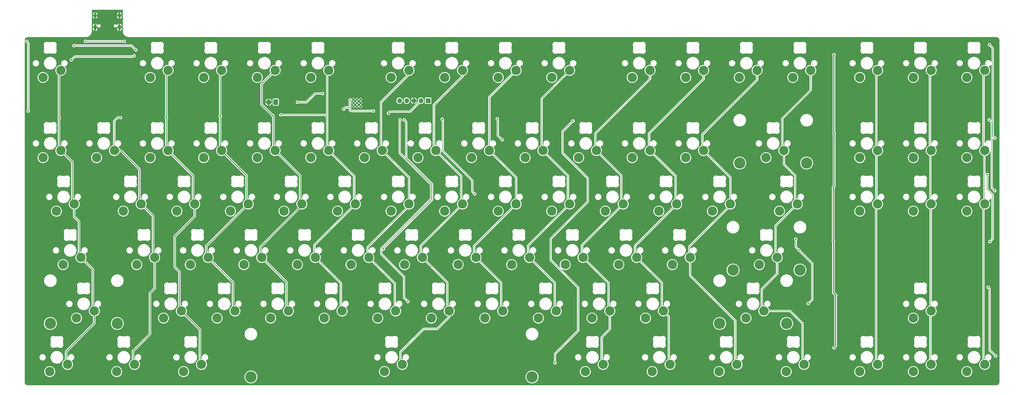
<source format=gbr>
%TF.GenerationSoftware,KiCad,Pcbnew,8.0.8*%
%TF.CreationDate,2025-02-03T21:48:35-05:00*%
%TF.ProjectId,OakSpring,4f616b53-7072-4696-9e67-2e6b69636164,rev?*%
%TF.SameCoordinates,Original*%
%TF.FileFunction,Copper,L1,Top*%
%TF.FilePolarity,Positive*%
%FSLAX46Y46*%
G04 Gerber Fmt 4.6, Leading zero omitted, Abs format (unit mm)*
G04 Created by KiCad (PCBNEW 8.0.8) date 2025-02-03 21:48:35*
%MOMM*%
%LPD*%
G01*
G04 APERTURE LIST*
G04 Aperture macros list*
%AMRoundRect*
0 Rectangle with rounded corners*
0 $1 Rounding radius*
0 $2 $3 $4 $5 $6 $7 $8 $9 X,Y pos of 4 corners*
0 Add a 4 corners polygon primitive as box body*
4,1,4,$2,$3,$4,$5,$6,$7,$8,$9,$2,$3,0*
0 Add four circle primitives for the rounded corners*
1,1,$1+$1,$2,$3*
1,1,$1+$1,$4,$5*
1,1,$1+$1,$6,$7*
1,1,$1+$1,$8,$9*
0 Add four rect primitives between the rounded corners*
20,1,$1+$1,$2,$3,$4,$5,0*
20,1,$1+$1,$4,$5,$6,$7,0*
20,1,$1+$1,$6,$7,$8,$9,0*
20,1,$1+$1,$8,$9,$2,$3,0*%
G04 Aperture macros list end*
%TA.AperFunction,ComponentPad*%
%ADD10C,0.600000*%
%TD*%
%TA.AperFunction,ComponentPad*%
%ADD11C,4.000000*%
%TD*%
%TA.AperFunction,ComponentPad*%
%ADD12C,3.300000*%
%TD*%
%TA.AperFunction,ComponentPad*%
%ADD13R,1.700000X1.700000*%
%TD*%
%TA.AperFunction,ComponentPad*%
%ADD14O,1.700000X1.700000*%
%TD*%
%TA.AperFunction,ComponentPad*%
%ADD15RoundRect,0.250000X0.600000X0.750000X-0.600000X0.750000X-0.600000X-0.750000X0.600000X-0.750000X0*%
%TD*%
%TA.AperFunction,ComponentPad*%
%ADD16O,1.700000X2.000000*%
%TD*%
%TA.AperFunction,ComponentPad*%
%ADD17O,1.000000X1.800000*%
%TD*%
%TA.AperFunction,ComponentPad*%
%ADD18O,1.000000X2.100000*%
%TD*%
%TA.AperFunction,ViaPad*%
%ADD19C,0.600000*%
%TD*%
%TA.AperFunction,Conductor*%
%ADD20C,0.200000*%
%TD*%
%TA.AperFunction,Conductor*%
%ADD21C,0.254000*%
%TD*%
%TA.AperFunction,Conductor*%
%ADD22C,0.300000*%
%TD*%
G04 APERTURE END LIST*
D10*
%TO.P,,57,GND*%
%TO.N,GND*%
X145975000Y-52250000D03*
%TD*%
D11*
%TO.P,S5,*%
%TO.N,*%
X209518250Y-149863050D03*
X109505750Y-149863050D03*
%TD*%
%TO.P,S4,*%
%TO.N,*%
X304800000Y-111760000D03*
X280987500Y-111760000D03*
%TD*%
D10*
%TO.P,,57,GND*%
%TO.N,GND*%
X147250000Y-52250000D03*
%TD*%
%TO.P,,57,GND*%
%TO.N,GND*%
X148525000Y-50975000D03*
%TD*%
%TO.P,,57,GND*%
%TO.N,GND*%
X148525000Y-53525000D03*
%TD*%
D11*
%TO.P,S3,*%
%TO.N,*%
X300037500Y-130810000D03*
X276225000Y-130810000D03*
%TD*%
D10*
%TO.P,,57,GND*%
%TO.N,GND*%
X147250000Y-53525000D03*
%TD*%
%TO.P,,57,GND*%
%TO.N,GND*%
X145975000Y-53525000D03*
%TD*%
D11*
%TO.P,S2,*%
%TO.N,*%
X61976000Y-130810000D03*
X38163500Y-130810000D03*
%TD*%
D10*
%TO.P,,57,GND*%
%TO.N,GND*%
X145975000Y-50975000D03*
%TD*%
%TO.P,,57,GND*%
%TO.N,GND*%
X147250000Y-50975000D03*
%TD*%
D11*
%TO.P,S1,*%
%TO.N,*%
X307181250Y-73660000D03*
X283368750Y-73660000D03*
%TD*%
D10*
%TO.P,,57,GND*%
%TO.N,GND*%
X148525000Y-52250000D03*
%TD*%
D12*
%TO.P,MX17,1,1*%
%TO.N,col0*%
X41910000Y-69215000D03*
%TO.P,MX17,2,2*%
%TO.N,Net-(D17-A)*%
X35560000Y-71755000D03*
%TD*%
%TO.P,MX7,1,1*%
%TO.N,col7*%
X184785000Y-40640000D03*
%TO.P,MX7,2,2*%
%TO.N,Net-(D7-A)*%
X178435000Y-43180000D03*
%TD*%
%TO.P,MX24,1,1*%
%TO.N,col7*%
X175260000Y-69215000D03*
%TO.P,MX24,2,2*%
%TO.N,Net-(D24-A)*%
X168910000Y-71755000D03*
%TD*%
%TO.P,MX10,1,1*%
%TO.N,col10*%
X251460000Y-40640000D03*
%TO.P,MX10,2,2*%
%TO.N,Net-(D10-A)*%
X245110000Y-43180000D03*
%TD*%
%TO.P,MX75,1,1*%
%TO.N,col13*%
X291941250Y-126365000D03*
%TO.P,MX75,2,2*%
%TO.N,Net-(D75-A)*%
X285591250Y-128905000D03*
%TD*%
%TO.P,MX71,1,1*%
%TO.N,col8*%
X199072500Y-126365000D03*
%TO.P,MX71,2,2*%
%TO.N,Net-(D71-A)*%
X192722500Y-128905000D03*
%TD*%
%TO.P,MX74,1,1*%
%TO.N,col11*%
X256222500Y-126365000D03*
%TO.P,MX74,2,2*%
%TO.N,Net-(D74-A)*%
X249872500Y-128905000D03*
%TD*%
%TO.P,MX68,1,1*%
%TO.N,col5*%
X141922500Y-126365000D03*
%TO.P,MX68,2,2*%
%TO.N,Net-(D68-A)*%
X135572500Y-128905000D03*
%TD*%
%TO.P,MX44,1,1*%
%TO.N,col10*%
X241935000Y-88265000D03*
%TO.P,MX44,2,2*%
%TO.N,Net-(D44-A)*%
X235585000Y-90805000D03*
%TD*%
%TO.P,MX85,1,1*%
%TO.N,col14*%
X332422500Y-145415000D03*
%TO.P,MX85,2,2*%
%TO.N,Net-(D85-A)*%
X326072500Y-147955000D03*
%TD*%
%TO.P,MX61,1,1*%
%TO.N,col11*%
X246697500Y-107315000D03*
%TO.P,MX61,2,2*%
%TO.N,Net-(D61-A)*%
X240347500Y-109855000D03*
%TD*%
%TO.P,MX28,1,1*%
%TO.N,col11*%
X251460000Y-69215000D03*
%TO.P,MX28,2,2*%
%TO.N,Net-(D28-A)*%
X245110000Y-71755000D03*
%TD*%
%TO.P,MX39,1,1*%
%TO.N,col5*%
X146685000Y-88265000D03*
%TO.P,MX39,2,2*%
%TO.N,Net-(D39-A)*%
X140335000Y-90805000D03*
%TD*%
%TO.P,MX25,1,1*%
%TO.N,col8*%
X194310000Y-69215000D03*
%TO.P,MX25,2,2*%
%TO.N,Net-(D25-A)*%
X187960000Y-71755000D03*
%TD*%
%TO.P,MX26,1,1*%
%TO.N,col9*%
X213360000Y-69215000D03*
%TO.P,MX26,2,2*%
%TO.N,Net-(D26-A)*%
X207010000Y-71755000D03*
%TD*%
%TO.P,MX56,1,1*%
%TO.N,col6*%
X151447500Y-107315000D03*
%TO.P,MX56,2,2*%
%TO.N,Net-(D56-A)*%
X145097500Y-109855000D03*
%TD*%
%TO.P,MX70,1,1*%
%TO.N,col7*%
X180022500Y-126365000D03*
%TO.P,MX70,2,2*%
%TO.N,Net-(D70-A)*%
X173672500Y-128905000D03*
%TD*%
%TO.P,MX59,1,1*%
%TO.N,col9*%
X208597500Y-107315000D03*
%TO.P,MX59,2,2*%
%TO.N,Net-(D59-A)*%
X202247500Y-109855000D03*
%TD*%
%TO.P,MX40,1,1*%
%TO.N,col6*%
X165735000Y-88265000D03*
%TO.P,MX40,2,2*%
%TO.N,Net-(D40-A)*%
X159385000Y-90805000D03*
%TD*%
%TO.P,MX41,1,1*%
%TO.N,col7*%
X184785000Y-88265000D03*
%TO.P,MX41,2,2*%
%TO.N,Net-(D41-A)*%
X178435000Y-90805000D03*
%TD*%
D13*
%TO.P,J3,1,Pin_1*%
%TO.N,/Microcontroller/Run*%
X172525000Y-51450000D03*
D14*
%TO.P,J3,2,Pin_2*%
%TO.N,+3V3*%
X169985000Y-51450000D03*
%TO.P,J3,3,Pin_3*%
%TO.N,GND*%
X167445000Y-51450000D03*
%TO.P,J3,4,Pin_4*%
%TO.N,/Microcontroller/SWD*%
X164905000Y-51450000D03*
%TO.P,J3,5,Pin_5*%
%TO.N,/Microcontroller/SWCLK*%
X162365000Y-51450000D03*
%TD*%
D12*
%TO.P,MX42,1,1*%
%TO.N,col8*%
X203835000Y-88265000D03*
%TO.P,MX42,2,2*%
%TO.N,Net-(D42-A)*%
X197485000Y-90805000D03*
%TD*%
%TO.P,MX38,1,1*%
%TO.N,col4*%
X127635000Y-88265000D03*
%TO.P,MX38,2,2*%
%TO.N,Net-(D38-A)*%
X121285000Y-90805000D03*
%TD*%
%TO.P,MX15,1,1*%
%TO.N,col15*%
X351472500Y-40640000D03*
%TO.P,MX15,2,2*%
%TO.N,Net-(D15-A)*%
X345122500Y-43180000D03*
%TD*%
%TO.P,MX76,1,1*%
%TO.N,col15*%
X351472500Y-126365000D03*
%TO.P,MX76,2,2*%
%TO.N,Net-(D76-A)*%
X345122500Y-128905000D03*
%TD*%
%TO.P,MX66,1,1*%
%TO.N,col3*%
X103822500Y-126365000D03*
%TO.P,MX66,2,2*%
%TO.N,Net-(D66-A)*%
X97472500Y-128905000D03*
%TD*%
%TO.P,MX52,1,1*%
%TO.N,col1*%
X75247500Y-107315000D03*
%TO.P,MX52,2,2*%
%TO.N,Net-(D52-A)*%
X68897500Y-109855000D03*
%TD*%
%TO.P,MX35,1,1*%
%TO.N,col1*%
X70485000Y-88265000D03*
%TO.P,MX35,2,2*%
%TO.N,Net-(D35-A)*%
X64135000Y-90805000D03*
%TD*%
%TO.P,MX55,1,1*%
%TO.N,col5*%
X132397500Y-107315000D03*
%TO.P,MX55,2,2*%
%TO.N,Net-(D55-A)*%
X126047500Y-109855000D03*
%TD*%
%TO.P,MX80,1,1*%
%TO.N,col7*%
X163353750Y-145415000D03*
%TO.P,MX80,2,2*%
%TO.N,Net-(D80-A)*%
X157003750Y-147955000D03*
%TD*%
%TO.P,MX51,1,1*%
%TO.N,col0*%
X49053750Y-107315000D03*
%TO.P,MX51,2,2*%
%TO.N,Net-(D51-A)*%
X42703750Y-109855000D03*
%TD*%
%TO.P,MX50,1,1*%
%TO.N,col16*%
X370522500Y-88265000D03*
%TO.P,MX50,2,2*%
%TO.N,Net-(D50-A)*%
X364172500Y-90805000D03*
%TD*%
%TO.P,MX73,1,1*%
%TO.N,col10*%
X237172500Y-126365000D03*
%TO.P,MX73,2,2*%
%TO.N,Net-(D73-A)*%
X230822500Y-128905000D03*
%TD*%
%TO.P,MX8,1,1*%
%TO.N,col8*%
X203835000Y-40640000D03*
%TO.P,MX8,2,2*%
%TO.N,Net-(D8-A)*%
X197485000Y-43180000D03*
%TD*%
%TO.P,MX53,1,1*%
%TO.N,col3*%
X94297500Y-107315000D03*
%TO.P,MX53,2,2*%
%TO.N,Net-(D53-A)*%
X87947500Y-109855000D03*
%TD*%
%TO.P,MX81,1,1*%
%TO.N,col10*%
X234791250Y-145415000D03*
%TO.P,MX81,2,2*%
%TO.N,Net-(D81-A)*%
X228441250Y-147955000D03*
%TD*%
%TO.P,MX84,1,1*%
%TO.N,col13*%
X306228750Y-145415000D03*
%TO.P,MX84,2,2*%
%TO.N,Net-(D84-A)*%
X299878750Y-147955000D03*
%TD*%
%TO.P,MX3,1,1*%
%TO.N,col3*%
X99060000Y-40640000D03*
%TO.P,MX3,2,2*%
%TO.N,Net-(D3-A)*%
X92710000Y-43180000D03*
%TD*%
%TO.P,MX5,1,1*%
%TO.N,col5*%
X137160000Y-40640000D03*
%TO.P,MX5,2,2*%
%TO.N,Net-(D5-A)*%
X130810000Y-43180000D03*
%TD*%
%TO.P,MX77,1,1*%
%TO.N,col0*%
X44291250Y-145415000D03*
%TO.P,MX77,2,2*%
%TO.N,Net-(D77-A)*%
X37941250Y-147955000D03*
%TD*%
%TO.P,MX29,1,1*%
%TO.N,col12*%
X270510000Y-69215000D03*
%TO.P,MX29,2,2*%
%TO.N,Net-(D29-A)*%
X264160000Y-71755000D03*
%TD*%
%TO.P,MX32,1,1*%
%TO.N,col15*%
X351472500Y-69215000D03*
%TO.P,MX32,2,2*%
%TO.N,Net-(D32-A)*%
X345122500Y-71755000D03*
%TD*%
%TO.P,MX14,1,1*%
%TO.N,col14*%
X332422500Y-40640000D03*
%TO.P,MX14,2,2*%
%TO.N,Net-(D14-A)*%
X326072500Y-43180000D03*
%TD*%
%TO.P,MX4,1,1*%
%TO.N,col4*%
X118110000Y-40640000D03*
%TO.P,MX4,2,2*%
%TO.N,Net-(D4-A)*%
X111760000Y-43180000D03*
%TD*%
%TO.P,MX82,1,1*%
%TO.N,col11*%
X258603750Y-145415000D03*
%TO.P,MX82,2,2*%
%TO.N,Net-(D82-A)*%
X252253750Y-147955000D03*
%TD*%
%TO.P,MX78,1,1*%
%TO.N,col1*%
X68103750Y-145415000D03*
%TO.P,MX78,2,2*%
%TO.N,Net-(D78-A)*%
X61753750Y-147955000D03*
%TD*%
%TO.P,MX72,1,1*%
%TO.N,col9*%
X218122500Y-126365000D03*
%TO.P,MX72,2,2*%
%TO.N,Net-(D72-A)*%
X211772500Y-128905000D03*
%TD*%
%TO.P,MX13,1,1*%
%TO.N,col13*%
X308610000Y-40640000D03*
%TO.P,MX13,2,2*%
%TO.N,Net-(D13-A)*%
X302260000Y-43180000D03*
%TD*%
%TO.P,MX19,1,1*%
%TO.N,col2*%
X80010000Y-69215000D03*
%TO.P,MX19,2,2*%
%TO.N,Net-(D19-A)*%
X73660000Y-71755000D03*
%TD*%
%TO.P,MX54,1,1*%
%TO.N,col4*%
X113347500Y-107315000D03*
%TO.P,MX54,2,2*%
%TO.N,Net-(D54-A)*%
X106997500Y-109855000D03*
%TD*%
D15*
%TO.P,J2,1,Pin_1*%
%TO.N,/Microcontroller/USB_BOOT*%
X118325000Y-51975000D03*
D16*
%TO.P,J2,2,Pin_2*%
%TO.N,GND*%
X115825000Y-51975000D03*
%TD*%
D12*
%TO.P,MX79,1,1*%
%TO.N,col2*%
X91916250Y-145415000D03*
%TO.P,MX79,2,2*%
%TO.N,Net-(D79-A)*%
X85566250Y-147955000D03*
%TD*%
%TO.P,MX49,1,1*%
%TO.N,col15*%
X351472500Y-88265000D03*
%TO.P,MX49,2,2*%
%TO.N,Net-(D49-A)*%
X345122500Y-90805000D03*
%TD*%
%TO.P,MX43,1,1*%
%TO.N,col9*%
X222885000Y-88265000D03*
%TO.P,MX43,2,2*%
%TO.N,Net-(D43-A)*%
X216535000Y-90805000D03*
%TD*%
%TO.P,MX2,1,1*%
%TO.N,col2*%
X80010000Y-40640000D03*
%TO.P,MX2,2,2*%
%TO.N,Net-(D2-A)*%
X73660000Y-43180000D03*
%TD*%
%TO.P,MX87,1,1*%
%TO.N,col16*%
X370522500Y-145415000D03*
%TO.P,MX87,2,2*%
%TO.N,Net-(D87-A)*%
X364172500Y-147955000D03*
%TD*%
%TO.P,MX18,1,1*%
%TO.N,col1*%
X60960000Y-69215000D03*
%TO.P,MX18,2,2*%
%TO.N,Net-(D18-A)*%
X54610000Y-71755000D03*
%TD*%
%TO.P,MX64,1,1*%
%TO.N,col0*%
X53816250Y-126365000D03*
%TO.P,MX64,2,2*%
%TO.N,Net-(D64-A)*%
X47466250Y-128905000D03*
%TD*%
%TO.P,MX83,1,1*%
%TO.N,col12*%
X282416250Y-145415000D03*
%TO.P,MX83,2,2*%
%TO.N,Net-(D83-A)*%
X276066250Y-147955000D03*
%TD*%
%TO.P,MX47,1,1*%
%TO.N,col13*%
X303847500Y-88265000D03*
%TO.P,MX47,2,2*%
%TO.N,Net-(D47-A)*%
X297497500Y-90805000D03*
%TD*%
%TO.P,MX20,1,1*%
%TO.N,col3*%
X99060000Y-69215000D03*
%TO.P,MX20,2,2*%
%TO.N,Net-(D20-A)*%
X92710000Y-71755000D03*
%TD*%
%TO.P,MX9,1,1*%
%TO.N,col9*%
X222885000Y-40640000D03*
%TO.P,MX9,2,2*%
%TO.N,Net-(D9-A)*%
X216535000Y-43180000D03*
%TD*%
%TO.P,MX1,1,1*%
%TO.N,col0*%
X41910000Y-40640000D03*
%TO.P,MX1,2,2*%
%TO.N,Net-(D1-A)*%
X35560000Y-43180000D03*
%TD*%
%TO.P,MX23,1,1*%
%TO.N,col6*%
X156210000Y-69215000D03*
%TO.P,MX23,2,2*%
%TO.N,Net-(D23-A)*%
X149860000Y-71755000D03*
%TD*%
%TO.P,MX30,1,1*%
%TO.N,col13*%
X299085000Y-69215000D03*
%TO.P,MX30,2,2*%
%TO.N,Net-(D30-A)*%
X292735000Y-71755000D03*
%TD*%
%TO.P,MX45,1,1*%
%TO.N,col11*%
X260985000Y-88265000D03*
%TO.P,MX45,2,2*%
%TO.N,Net-(D45-A)*%
X254635000Y-90805000D03*
%TD*%
%TO.P,MX46,1,1*%
%TO.N,col12*%
X280035000Y-88265000D03*
%TO.P,MX46,2,2*%
%TO.N,Net-(D46-A)*%
X273685000Y-90805000D03*
%TD*%
%TO.P,MX65,1,1*%
%TO.N,col2*%
X84772500Y-126365000D03*
%TO.P,MX65,2,2*%
%TO.N,Net-(D65-A)*%
X78422500Y-128905000D03*
%TD*%
%TO.P,MX6,1,1*%
%TO.N,col6*%
X165735000Y-40640000D03*
%TO.P,MX6,2,2*%
%TO.N,Net-(D6-A)*%
X159385000Y-43180000D03*
%TD*%
%TO.P,MX58,1,1*%
%TO.N,col8*%
X189547500Y-107315000D03*
%TO.P,MX58,2,2*%
%TO.N,Net-(D58-A)*%
X183197500Y-109855000D03*
%TD*%
%TO.P,MX36,1,1*%
%TO.N,col2*%
X89535000Y-88265000D03*
%TO.P,MX36,2,2*%
%TO.N,Net-(D36-A)*%
X83185000Y-90805000D03*
%TD*%
%TO.P,MX31,1,1*%
%TO.N,col14*%
X332422500Y-69215000D03*
%TO.P,MX31,2,2*%
%TO.N,Net-(D31-A)*%
X326072500Y-71755000D03*
%TD*%
%TO.P,MX27,1,1*%
%TO.N,col10*%
X232410000Y-69215000D03*
%TO.P,MX27,2,2*%
%TO.N,Net-(D27-A)*%
X226060000Y-71755000D03*
%TD*%
%TO.P,MX69,1,1*%
%TO.N,col6*%
X160972500Y-126365000D03*
%TO.P,MX69,2,2*%
%TO.N,Net-(D69-A)*%
X154622500Y-128905000D03*
%TD*%
%TO.P,MX67,1,1*%
%TO.N,col4*%
X122872500Y-126365000D03*
%TO.P,MX67,2,2*%
%TO.N,Net-(D67-A)*%
X116522500Y-128905000D03*
%TD*%
%TO.P,MX48,1,1*%
%TO.N,col14*%
X332422500Y-88265000D03*
%TO.P,MX48,2,2*%
%TO.N,Net-(D48-A)*%
X326072500Y-90805000D03*
%TD*%
%TO.P,MX37,1,1*%
%TO.N,col3*%
X108585000Y-88265000D03*
%TO.P,MX37,2,2*%
%TO.N,Net-(D37-A)*%
X102235000Y-90805000D03*
%TD*%
%TO.P,MX22,1,1*%
%TO.N,col5*%
X137160000Y-69215000D03*
%TO.P,MX22,2,2*%
%TO.N,Net-(D22-A)*%
X130810000Y-71755000D03*
%TD*%
%TO.P,MX21,1,1*%
%TO.N,col4*%
X118110000Y-69215000D03*
%TO.P,MX21,2,2*%
%TO.N,Net-(D21-A)*%
X111760000Y-71755000D03*
%TD*%
%TO.P,MX33,1,1*%
%TO.N,col16*%
X370522500Y-69215000D03*
%TO.P,MX33,2,2*%
%TO.N,Net-(D33-A)*%
X364172500Y-71755000D03*
%TD*%
%TO.P,MX11,1,1*%
%TO.N,col11*%
X270510000Y-40640000D03*
%TO.P,MX11,2,2*%
%TO.N,Net-(D11-A)*%
X264160000Y-43180000D03*
%TD*%
%TO.P,MX63,1,1*%
%TO.N,col13*%
X296703750Y-107315000D03*
%TO.P,MX63,2,2*%
%TO.N,Net-(D63-A)*%
X290353750Y-109855000D03*
%TD*%
D17*
%TO.P,J1,S1,SHIELD*%
%TO.N,GND*%
X54083764Y-21110764D03*
D18*
X54083764Y-25290764D03*
D17*
X62723764Y-21110764D03*
D18*
X62723764Y-25290764D03*
%TD*%
D12*
%TO.P,MX57,1,1*%
%TO.N,col7*%
X170497500Y-107315000D03*
%TO.P,MX57,2,2*%
%TO.N,Net-(D57-A)*%
X164147500Y-109855000D03*
%TD*%
%TO.P,MX34,1,1*%
%TO.N,col0*%
X46672500Y-88265000D03*
%TO.P,MX34,2,2*%
%TO.N,Net-(D34-A)*%
X40322500Y-90805000D03*
%TD*%
%TO.P,MX62,1,1*%
%TO.N,col12*%
X265747500Y-107315000D03*
%TO.P,MX62,2,2*%
%TO.N,Net-(D62-A)*%
X259397500Y-109855000D03*
%TD*%
%TO.P,MX60,1,1*%
%TO.N,col10*%
X227647500Y-107315000D03*
%TO.P,MX60,2,2*%
%TO.N,Net-(D60-A)*%
X221297500Y-109855000D03*
%TD*%
%TO.P,MX12,1,1*%
%TO.N,col12*%
X289560000Y-40640000D03*
%TO.P,MX12,2,2*%
%TO.N,Net-(D12-A)*%
X283210000Y-43180000D03*
%TD*%
%TO.P,MX16,1,1*%
%TO.N,col16*%
X370522500Y-40640000D03*
%TO.P,MX16,2,2*%
%TO.N,Net-(D16-A)*%
X364172500Y-43180000D03*
%TD*%
%TO.P,MX86,1,1*%
%TO.N,col15*%
X351472500Y-145415000D03*
%TO.P,MX86,2,2*%
%TO.N,Net-(D86-A)*%
X345122500Y-147955000D03*
%TD*%
D19*
%TO.N,row1*%
X198850000Y-65375000D03*
X197125000Y-57925000D03*
%TO.N,row2*%
X189100000Y-84650000D03*
X177550000Y-58050000D03*
%TO.N,col0*%
X41325000Y-57600000D03*
%TO.N,+3V3*%
X158425000Y-55875000D03*
%TO.N,GND*%
X98850000Y-100650000D03*
X256175000Y-33775000D03*
X361325000Y-62575000D03*
X79875000Y-100625000D03*
X106800000Y-59500000D03*
X128100000Y-62700000D03*
X68650000Y-59500000D03*
X53600000Y-100650000D03*
X113250000Y-81650000D03*
X138100000Y-49275000D03*
X294250000Y-33775000D03*
X179800000Y-62525000D03*
X163900000Y-59825000D03*
X208550000Y-81625000D03*
X239500000Y-138750000D03*
X375075000Y-81575000D03*
X58150000Y-119750000D03*
X308525000Y-81625000D03*
X122850000Y-33700000D03*
X375050000Y-138650000D03*
X203525000Y-119700000D03*
X160725000Y-62575000D03*
X51300000Y-81575000D03*
X198900000Y-62525000D03*
X337050000Y-33800000D03*
X242425000Y-62675000D03*
X147250000Y-62575000D03*
X70950000Y-62600000D03*
X87725000Y-59500000D03*
X322875000Y-122650000D03*
X76750000Y-46175000D03*
X313525000Y-62400000D03*
X84475000Y-62575000D03*
X313375000Y-33775000D03*
X260900000Y-119650000D03*
X182900000Y-59900000D03*
X89975000Y-62650000D03*
X46575000Y-33950000D03*
X89250000Y-119725000D03*
X46375000Y-62550000D03*
X148875000Y-42925000D03*
X222550000Y-119700000D03*
X117925000Y-100650000D03*
X356150000Y-33725000D03*
X174975000Y-100650000D03*
X223300000Y-62675000D03*
X217850000Y-62525000D03*
X251225000Y-100625000D03*
X144325000Y-38225000D03*
X303775000Y-62525000D03*
X165800000Y-60025000D03*
X246625000Y-81600000D03*
X165525000Y-119675000D03*
X65425000Y-62575000D03*
X98400000Y-140925000D03*
X232200000Y-100675000D03*
X253950000Y-44550000D03*
X356125000Y-81575000D03*
X337100000Y-81600000D03*
X132325000Y-81550000D03*
X170625000Y-33725000D03*
X356225000Y-62600000D03*
X287125000Y-138750000D03*
X241700000Y-119725000D03*
X356025000Y-119675000D03*
X51825000Y-62550000D03*
X275325000Y-33725000D03*
X72825000Y-138675000D03*
X256075000Y-62500000D03*
X170450000Y-81650000D03*
X275125000Y-62550000D03*
X194175000Y-100600000D03*
X185075000Y-62650000D03*
X76325000Y-148425000D03*
X206325000Y-44475000D03*
X208700000Y-33775000D03*
X292100000Y-44550000D03*
X103575000Y-62600000D03*
X84900000Y-33775000D03*
X138125000Y-52325000D03*
X94200000Y-81650000D03*
X284675000Y-81625000D03*
X282625000Y-62650000D03*
X137000000Y-100675000D03*
X52525000Y-148375000D03*
X189500000Y-81650000D03*
X114400000Y-46125000D03*
X108350000Y-119675000D03*
X41875000Y-148425000D03*
X204375000Y-62650000D03*
X311250000Y-44500000D03*
X375050000Y-34000000D03*
X356000000Y-46150000D03*
X52275000Y-33300000D03*
X213200000Y-100650000D03*
X202075000Y-59800000D03*
X127400000Y-119725000D03*
X371825000Y-64650000D03*
X142275000Y-33725000D03*
X95450000Y-46075000D03*
X150300000Y-38000000D03*
X184600000Y-119700000D03*
X237000000Y-62525000D03*
X151425000Y-81600000D03*
X134850000Y-46375000D03*
X336975000Y-138775000D03*
X374925000Y-62550000D03*
X263200000Y-138775000D03*
X132250000Y-52225000D03*
X109075000Y-62600000D03*
X168000000Y-138750000D03*
X150350000Y-58575000D03*
X221250000Y-59850000D03*
X141700000Y-62575000D03*
X146315443Y-119680467D03*
X227700000Y-33725000D03*
X227575000Y-81550000D03*
X225575000Y-44450000D03*
X155950000Y-100625000D03*
X265700000Y-81625000D03*
X342375000Y-62650000D03*
X168175000Y-44550000D03*
X75150000Y-81625000D03*
X96275000Y-138750000D03*
X334925000Y-44525000D03*
X273025000Y-44500000D03*
X125825000Y-46275000D03*
X336900000Y-62525000D03*
X187350000Y-44550000D03*
X58200000Y-34550000D03*
X189425000Y-33775000D03*
X301200000Y-100600000D03*
X270225000Y-100700000D03*
X296475000Y-119700000D03*
X122700000Y-62550000D03*
X356100000Y-138675000D03*
X261200000Y-62650000D03*
X48850000Y-138775000D03*
X125950000Y-59475000D03*
X156775000Y-55975000D03*
X151950000Y-50100000D03*
X104025000Y-33725000D03*
X310925000Y-138775000D03*
%TO.N,/Microcontroller/QSPI_SS*%
X126050000Y-51975000D03*
X135000000Y-48900000D03*
%TO.N,+1V1*%
X144800000Y-51200000D03*
X153075000Y-55125000D03*
X142525000Y-54400000D03*
%TO.N,row0*%
X67925000Y-35450000D03*
X45650000Y-36925000D03*
%TO.N,row3*%
X156625000Y-104300000D03*
X164025000Y-58275000D03*
%TO.N,row4*%
X162550000Y-58275000D03*
X165350000Y-123000000D03*
%TO.N,row5*%
X224075000Y-58650000D03*
X217650000Y-144825000D03*
%TO.N,col2*%
X79450000Y-57325000D03*
%TO.N,col3*%
X98600000Y-57000000D03*
%TO.N,col4*%
X117275000Y-56775000D03*
%TO.N,col5*%
X120125000Y-56500000D03*
%TO.N,col1*%
X63125000Y-57450000D03*
%TO.N,Net-(LED1-DOUT)*%
X46550000Y-31850000D03*
X68575000Y-33350000D03*
%TO.N,+5V*%
X64475000Y-30325000D03*
X316875000Y-35022263D03*
X316650000Y-101325000D03*
X50650000Y-30300000D03*
X316950000Y-63175000D03*
X316925000Y-139450000D03*
X316650000Y-82325000D03*
X317500000Y-120747223D03*
%TO.N,Net-(LED33-DOUT)*%
X374100000Y-83525000D03*
X372125000Y-58300000D03*
%TO.N,Net-(LED63-DOUT)*%
X307725000Y-123725000D03*
X303300000Y-100750000D03*
X304400000Y-104650000D03*
%TO.N,Net-(LED16-DOUT)*%
X372200000Y-31525000D03*
X374128471Y-64775000D03*
%TO.N,Net-(LED50-DOUT)*%
X372350000Y-101675000D03*
X371400000Y-77725000D03*
%TO.N,Net-(LED76-DOUT)*%
X371750000Y-117900000D03*
X374425000Y-142400000D03*
%TO.N,In_3v3*%
X30325000Y-55100000D03*
X29800000Y-30300000D03*
%TD*%
D20*
%TO.N,row1*%
X197325000Y-63850000D02*
X198850000Y-65375000D01*
X197325000Y-58125000D02*
X197325000Y-63850000D01*
X197125000Y-57925000D02*
X197325000Y-58125000D01*
%TO.N,row2*%
X177550000Y-58050000D02*
X177759000Y-58259000D01*
X188275000Y-83825000D02*
X189100000Y-84650000D01*
X177759000Y-58259000D02*
X177759000Y-69384000D01*
X188275000Y-79900000D02*
X188275000Y-83825000D01*
X177759000Y-69384000D02*
X188275000Y-79900000D01*
D21*
%TO.N,col0*%
X48325000Y-94425000D02*
X48325000Y-106586250D01*
X46672500Y-92772500D02*
X48325000Y-94425000D01*
X46672500Y-88265000D02*
X46672500Y-92772500D01*
X45975000Y-87567500D02*
X46672500Y-88265000D01*
X43825000Y-144948750D02*
X44291250Y-145415000D01*
X53300000Y-111561250D02*
X53300000Y-125848750D01*
X41275000Y-57650000D02*
X41275000Y-68580000D01*
X41325000Y-57600000D02*
X41275000Y-57550000D01*
X53816250Y-126365000D02*
X53816250Y-130758750D01*
X53300000Y-125848750D02*
X53816250Y-126365000D01*
X41275000Y-41275000D02*
X41910000Y-40640000D01*
X45975000Y-73280000D02*
X45975000Y-87567500D01*
X41325000Y-57600000D02*
X41275000Y-57650000D01*
X41275000Y-57550000D02*
X41275000Y-41275000D01*
X43825000Y-140750000D02*
X43825000Y-144948750D01*
X41275000Y-68580000D02*
X41910000Y-69215000D01*
X49053750Y-107315000D02*
X53300000Y-111561250D01*
X48325000Y-106586250D02*
X49053750Y-107315000D01*
X53816250Y-130758750D02*
X43825000Y-140750000D01*
X41910000Y-69215000D02*
X45975000Y-73280000D01*
D20*
%TO.N,+3V3*%
X158425000Y-55875000D02*
X158975000Y-55325000D01*
X166110000Y-55325000D02*
X169985000Y-51450000D01*
X158975000Y-55325000D02*
X166110000Y-55325000D01*
%TO.N,/Microcontroller/QSPI_SS*%
X126075000Y-52000000D02*
X129200000Y-52000000D01*
X132300000Y-48900000D02*
X135000000Y-48900000D01*
X129200000Y-52000000D02*
X132300000Y-48900000D01*
X126050000Y-51975000D02*
X126075000Y-52000000D01*
%TO.N,+1V1*%
X143075000Y-53850000D02*
X144717271Y-53850000D01*
X144717271Y-53850000D02*
X144717271Y-54692271D01*
X142525000Y-54400000D02*
X143075000Y-53850000D01*
X144717271Y-54692271D02*
X145150000Y-55125000D01*
X145150000Y-55125000D02*
X153075000Y-55125000D01*
X144717271Y-53850000D02*
X144717271Y-51282729D01*
X144717271Y-51282729D02*
X144800000Y-51200000D01*
%TO.N,row0*%
X46822900Y-35752100D02*
X45650000Y-36925000D01*
X67925000Y-35450000D02*
X67622900Y-35752100D01*
X67622900Y-35752100D02*
X46822900Y-35752100D01*
%TO.N,row3*%
X173950000Y-81125000D02*
X164725000Y-71900000D01*
X156625000Y-104050000D02*
X173950000Y-86725000D01*
X173950000Y-86725000D02*
X173950000Y-81125000D01*
X156625000Y-104300000D02*
X156625000Y-104050000D01*
X164725000Y-71900000D02*
X164725000Y-58975000D01*
X164725000Y-58975000D02*
X164025000Y-58275000D01*
%TO.N,row4*%
X163975000Y-121625000D02*
X165350000Y-123000000D01*
X155825000Y-104251471D02*
X155825000Y-106000000D01*
X173623000Y-86453471D02*
X155825000Y-104251471D01*
X162450000Y-70087448D02*
X173623000Y-81260448D01*
X163975000Y-114150000D02*
X163975000Y-121625000D01*
X162550000Y-58275000D02*
X162450000Y-58375000D01*
X173623000Y-81260448D02*
X173623000Y-86453471D01*
X162450000Y-58375000D02*
X162450000Y-70087448D01*
X155825000Y-106000000D02*
X163975000Y-114150000D01*
%TO.N,row5*%
X225900000Y-117975000D02*
X225900000Y-133350000D01*
X229350000Y-79075000D02*
X229350000Y-87350000D01*
X220375000Y-62350000D02*
X220375000Y-70100000D01*
X217650000Y-141600000D02*
X217650000Y-144825000D01*
X224075000Y-58650000D02*
X220375000Y-62350000D01*
X220375000Y-70100000D02*
X229350000Y-79075000D01*
X225900000Y-133350000D02*
X217650000Y-141600000D01*
X216125000Y-100575000D02*
X216125000Y-108200000D01*
X229350000Y-87350000D02*
X216125000Y-100575000D01*
X216125000Y-108200000D02*
X225900000Y-117975000D01*
D21*
%TO.N,col2*%
X79450000Y-41200000D02*
X80010000Y-40640000D01*
X82425000Y-110725000D02*
X84100000Y-112400000D01*
X84100000Y-112400000D02*
X84100000Y-125692500D01*
X80010000Y-69215000D02*
X88950000Y-78155000D01*
X88950000Y-78155000D02*
X88950000Y-87680000D01*
X84772500Y-126365000D02*
X91350000Y-132942500D01*
X91350000Y-144848750D02*
X91916250Y-145415000D01*
X89535000Y-92665000D02*
X82425000Y-99775000D01*
X84100000Y-125692500D02*
X84772500Y-126365000D01*
X89535000Y-88265000D02*
X89535000Y-92665000D01*
X79450000Y-57325000D02*
X79450000Y-41200000D01*
X79450000Y-68655000D02*
X80010000Y-69215000D01*
X79450000Y-57325000D02*
X79450000Y-68655000D01*
X91350000Y-132942500D02*
X91350000Y-144848750D01*
X82425000Y-99775000D02*
X82425000Y-110725000D01*
X88950000Y-87680000D02*
X89535000Y-88265000D01*
%TO.N,col3*%
X98600000Y-57000000D02*
X98600000Y-68755000D01*
X94297500Y-107315000D02*
X103125000Y-116142500D01*
X93650000Y-103200000D02*
X93650000Y-106667500D01*
X107950000Y-87630000D02*
X108585000Y-88265000D01*
X99060000Y-69215000D02*
X107950000Y-78105000D01*
X98600000Y-57000000D02*
X98600000Y-41100000D01*
X93650000Y-106667500D02*
X94297500Y-107315000D01*
X103125000Y-125667500D02*
X103822500Y-126365000D01*
X108585000Y-88265000D02*
X93650000Y-103200000D01*
X98600000Y-68755000D02*
X99060000Y-69215000D01*
X98600000Y-41100000D02*
X99060000Y-40640000D01*
X107950000Y-78105000D02*
X107950000Y-87630000D01*
X103125000Y-116142500D02*
X103125000Y-125667500D01*
%TO.N,col4*%
X117500000Y-57000000D02*
X117500000Y-68605000D01*
X112850000Y-106817500D02*
X113347500Y-107315000D01*
X117275000Y-56775000D02*
X113325000Y-52825000D01*
X113325000Y-45425000D02*
X118110000Y-40640000D01*
X127025000Y-78130000D02*
X127025000Y-87655000D01*
X127025000Y-87655000D02*
X127635000Y-88265000D01*
X118110000Y-69215000D02*
X127025000Y-78130000D01*
X127635000Y-88265000D02*
X127635000Y-88765000D01*
X122175000Y-116142500D02*
X122175000Y-125667500D01*
X127635000Y-88765000D02*
X112850000Y-103550000D01*
X117275000Y-56775000D02*
X117500000Y-57000000D01*
X113347500Y-107315000D02*
X122175000Y-116142500D01*
X113325000Y-52825000D02*
X113325000Y-45425000D01*
X117500000Y-68605000D02*
X118110000Y-69215000D01*
X122175000Y-125667500D02*
X122872500Y-126365000D01*
X112850000Y-103550000D02*
X112850000Y-106817500D01*
D20*
%TO.N,col5*%
X132397500Y-107315000D02*
X141475000Y-116392500D01*
X141475000Y-116392500D02*
X141475000Y-125917500D01*
X146225000Y-87805000D02*
X146685000Y-88265000D01*
X136625000Y-68680000D02*
X137160000Y-69215000D01*
X146685000Y-88265000D02*
X132100000Y-102850000D01*
X136000000Y-56500000D02*
X136625000Y-57125000D01*
X136625000Y-41175000D02*
X136625000Y-56175000D01*
X136625000Y-57125000D02*
X136625000Y-68680000D01*
X146225000Y-78280000D02*
X146225000Y-87805000D01*
X137160000Y-69215000D02*
X146225000Y-78280000D01*
X120125000Y-56500000D02*
X136000000Y-56500000D01*
X141475000Y-125917500D02*
X141922500Y-126365000D01*
X132100000Y-107017500D02*
X132397500Y-107315000D01*
X137160000Y-40640000D02*
X136625000Y-41175000D01*
X132100000Y-102850000D02*
X132100000Y-107017500D01*
X136625000Y-56175000D02*
X136625000Y-57125000D01*
%TO.N,col6*%
X165735000Y-88890000D02*
X151025000Y-103600000D01*
X151025000Y-106892500D02*
X151447500Y-107315000D01*
X165735000Y-42015000D02*
X155750000Y-52000000D01*
X156210000Y-69215000D02*
X165735000Y-78740000D01*
X155750000Y-68755000D02*
X156210000Y-69215000D01*
X160650000Y-126042500D02*
X160972500Y-126365000D01*
X151447500Y-107315000D02*
X160650000Y-116517500D01*
X165735000Y-78740000D02*
X165735000Y-88265000D01*
X165735000Y-40640000D02*
X165735000Y-42015000D01*
X151025000Y-103600000D02*
X151025000Y-106892500D01*
X165735000Y-88265000D02*
X165735000Y-88890000D01*
X155750000Y-52000000D02*
X155750000Y-68755000D01*
X160650000Y-116517500D02*
X160650000Y-126042500D01*
%TO.N,col7*%
X169950000Y-106767500D02*
X170497500Y-107315000D01*
X174600000Y-68555000D02*
X175260000Y-69215000D01*
X175775000Y-132775000D02*
X170900000Y-132775000D01*
X184275000Y-78230000D02*
X184275000Y-87755000D01*
X169950000Y-103100000D02*
X169950000Y-106767500D01*
X179400000Y-125742500D02*
X180022500Y-126365000D01*
X184785000Y-42765000D02*
X174600000Y-52950000D01*
X162725000Y-144786250D02*
X163353750Y-145415000D01*
X180022500Y-126365000D02*
X180022500Y-128527500D01*
X184785000Y-88265000D02*
X169950000Y-103100000D01*
X162725000Y-140950000D02*
X162725000Y-144786250D01*
X174600000Y-52950000D02*
X174600000Y-68555000D01*
X179400000Y-116217500D02*
X179400000Y-125742500D01*
X184785000Y-40640000D02*
X184785000Y-42765000D01*
X170900000Y-132775000D02*
X162725000Y-140950000D01*
X175260000Y-69215000D02*
X184275000Y-78230000D01*
X170497500Y-107315000D02*
X179400000Y-116217500D01*
X184275000Y-87755000D02*
X184785000Y-88265000D01*
X180022500Y-128527500D02*
X175775000Y-132775000D01*
%TO.N,col8*%
X194310000Y-69215000D02*
X203835000Y-78740000D01*
X203835000Y-40640000D02*
X194310000Y-50165000D01*
X198525000Y-116292500D02*
X198525000Y-125817500D01*
X188925000Y-103175000D02*
X188925000Y-106692500D01*
X198525000Y-125817500D02*
X199072500Y-126365000D01*
X188925000Y-106692500D02*
X189547500Y-107315000D01*
X194310000Y-50165000D02*
X194310000Y-69215000D01*
X203835000Y-88265000D02*
X188925000Y-103175000D01*
X189547500Y-107315000D02*
X198525000Y-116292500D01*
X203835000Y-78740000D02*
X203835000Y-88265000D01*
%TO.N,col9*%
X222250000Y-78105000D02*
X222250000Y-87630000D01*
X213360000Y-69215000D02*
X222250000Y-78105000D01*
X212900000Y-50700000D02*
X212900000Y-68755000D01*
X222885000Y-88265000D02*
X208125000Y-103025000D01*
X217550000Y-125792500D02*
X218122500Y-126365000D01*
X208125000Y-103025000D02*
X208125000Y-106842500D01*
X208597500Y-107315000D02*
X217550000Y-116267500D01*
X223500000Y-40100000D02*
X212900000Y-50700000D01*
X217550000Y-116267500D02*
X217550000Y-125792500D01*
X222250000Y-87630000D02*
X222885000Y-88265000D01*
X208125000Y-106842500D02*
X208597500Y-107315000D01*
X212900000Y-68755000D02*
X213360000Y-69215000D01*
%TO.N,col10*%
X251460000Y-40640000D02*
X251460000Y-43640000D01*
X251460000Y-43640000D02*
X232050000Y-63050000D01*
X227275000Y-102925000D02*
X227275000Y-106942500D01*
X241275000Y-87605000D02*
X241935000Y-88265000D01*
X232410000Y-69215000D02*
X241275000Y-78080000D01*
X237172500Y-126365000D02*
X237172500Y-132827500D01*
X241935000Y-88265000D02*
X227275000Y-102925000D01*
X236700000Y-125892500D02*
X237172500Y-126365000D01*
X234300000Y-144923750D02*
X234791250Y-145415000D01*
X232050000Y-63050000D02*
X232050000Y-68855000D01*
X232050000Y-68855000D02*
X232410000Y-69215000D01*
X227647500Y-107315000D02*
X236700000Y-116367500D01*
X227275000Y-106942500D02*
X227647500Y-107315000D01*
X234300000Y-135700000D02*
X234300000Y-144923750D01*
X236700000Y-116367500D02*
X236700000Y-125892500D01*
X237172500Y-132827500D02*
X234300000Y-135700000D01*
X241275000Y-78080000D02*
X241275000Y-87605000D01*
%TO.N,col11*%
X256222500Y-126365000D02*
X258100000Y-128242500D01*
X255650000Y-125792500D02*
X256222500Y-126365000D01*
X270510000Y-43690000D02*
X251125000Y-63075000D01*
X260600000Y-87880000D02*
X260985000Y-88265000D01*
X246697500Y-107315000D02*
X255650000Y-116267500D01*
X246150000Y-106767500D02*
X246697500Y-107315000D01*
X251125000Y-63075000D02*
X251125000Y-68880000D01*
X258100000Y-144911250D02*
X258603750Y-145415000D01*
X251460000Y-69215000D02*
X260600000Y-78355000D01*
X260600000Y-78355000D02*
X260600000Y-87880000D01*
X260985000Y-88315000D02*
X246150000Y-103150000D01*
X270510000Y-40640000D02*
X270510000Y-43690000D01*
X251125000Y-68880000D02*
X251460000Y-69215000D01*
X260985000Y-88265000D02*
X260985000Y-88315000D01*
X255650000Y-116267500D02*
X255650000Y-125792500D01*
X246150000Y-103150000D02*
X246150000Y-106767500D01*
X258100000Y-128242500D02*
X258100000Y-144911250D01*
%TO.N,col12*%
X289560000Y-40640000D02*
X289560000Y-44040000D01*
X270510000Y-69215000D02*
X280035000Y-78740000D01*
X265747500Y-107315000D02*
X265747500Y-113747500D01*
X265747500Y-113747500D02*
X281800000Y-129800000D01*
X281800000Y-129800000D02*
X281800000Y-144798750D01*
X281800000Y-144798750D02*
X282416250Y-145415000D01*
X265500000Y-103300000D02*
X265500000Y-107067500D01*
X289560000Y-44040000D02*
X270150000Y-63450000D01*
X280035000Y-78740000D02*
X280035000Y-88265000D01*
X280035000Y-88265000D02*
X280035000Y-88765000D01*
X265500000Y-107067500D02*
X265747500Y-107315000D01*
X280035000Y-88765000D02*
X265500000Y-103300000D01*
X270150000Y-68855000D02*
X270510000Y-69215000D01*
X270150000Y-63450000D02*
X270150000Y-68855000D01*
%TO.N,col13*%
X303100000Y-87517500D02*
X303847500Y-88265000D01*
X291250000Y-118550000D02*
X291250000Y-125673750D01*
X303847500Y-88265000D02*
X296150000Y-95962500D01*
X299085000Y-74085000D02*
X303100000Y-78100000D01*
X303100000Y-78100000D02*
X303100000Y-87517500D01*
X296150000Y-106761250D02*
X296703750Y-107315000D01*
X301365000Y-126365000D02*
X305700000Y-130700000D01*
X296703750Y-107315000D02*
X296703750Y-113096250D01*
X298500000Y-68630000D02*
X299085000Y-69215000D01*
X305700000Y-144886250D02*
X306228750Y-145415000D01*
X298500000Y-57800000D02*
X298500000Y-68630000D01*
X291250000Y-125673750D02*
X291941250Y-126365000D01*
X296703750Y-113096250D02*
X291250000Y-118550000D01*
X308610000Y-40640000D02*
X308610000Y-47690000D01*
X305700000Y-130700000D02*
X305700000Y-144886250D01*
X296150000Y-95962500D02*
X296150000Y-106761250D01*
X308610000Y-47690000D02*
X298500000Y-57800000D01*
X299085000Y-69215000D02*
X299085000Y-74085000D01*
X291941250Y-126365000D02*
X301365000Y-126365000D01*
%TO.N,col14*%
X331975000Y-87817500D02*
X332422500Y-88265000D01*
X331950000Y-68742500D02*
X332422500Y-69215000D01*
X332422500Y-69215000D02*
X331975000Y-69662500D01*
X331850000Y-144842500D02*
X332422500Y-145415000D01*
X332422500Y-88265000D02*
X331850000Y-88837500D01*
X331975000Y-69662500D02*
X331975000Y-87817500D01*
X332422500Y-40640000D02*
X331950000Y-41112500D01*
X331950000Y-41112500D02*
X331950000Y-68742500D01*
X331850000Y-88837500D02*
X331850000Y-144842500D01*
%TO.N,col15*%
X351472500Y-40640000D02*
X351025000Y-41087500D01*
X351300000Y-88437500D02*
X351300000Y-126192500D01*
X351300000Y-126192500D02*
X351472500Y-126365000D01*
X351150000Y-69537500D02*
X351150000Y-87942500D01*
X351025000Y-41087500D02*
X351025000Y-68767500D01*
X351225000Y-145167500D02*
X351472500Y-145415000D01*
X351225000Y-126612500D02*
X351225000Y-145167500D01*
X351472500Y-88265000D02*
X351300000Y-88437500D01*
X351472500Y-126365000D02*
X351225000Y-126612500D01*
X351150000Y-87942500D02*
X351472500Y-88265000D01*
X351472500Y-69215000D02*
X351150000Y-69537500D01*
X351025000Y-68767500D02*
X351472500Y-69215000D01*
%TO.N,col16*%
X370522500Y-40640000D02*
X370100000Y-41062500D01*
X370050000Y-88737500D02*
X370050000Y-144942500D01*
X370100000Y-41062500D02*
X370100000Y-68792500D01*
X370522500Y-69215000D02*
X370375000Y-69362500D01*
X370100000Y-68792500D02*
X370522500Y-69215000D01*
X370050000Y-144942500D02*
X370522500Y-145415000D01*
X370522500Y-88265000D02*
X370050000Y-88737500D01*
X370375000Y-88117500D02*
X370522500Y-88265000D01*
X370375000Y-69362500D02*
X370375000Y-88117500D01*
%TO.N,col1*%
X60897500Y-58652500D02*
X60897500Y-69152500D01*
D21*
X70485000Y-88285000D02*
X74675000Y-92475000D01*
X70485000Y-88265000D02*
X70485000Y-88285000D01*
X69900000Y-87680000D02*
X70485000Y-88265000D01*
X75300000Y-107367500D02*
X75300000Y-118300000D01*
X60960000Y-69215000D02*
X63215000Y-69215000D01*
X75300000Y-118300000D02*
X73600000Y-120000000D01*
X74675000Y-106742500D02*
X75247500Y-107315000D01*
X67550000Y-140625000D02*
X67550000Y-144861250D01*
X73600000Y-134575000D02*
X67550000Y-140625000D01*
X67550000Y-144861250D02*
X68103750Y-145415000D01*
D20*
X63125000Y-57450000D02*
X62100000Y-57450000D01*
D21*
X69900000Y-75900000D02*
X69900000Y-87680000D01*
X75247500Y-107315000D02*
X75300000Y-107367500D01*
D20*
X60897500Y-69152500D02*
X60960000Y-69215000D01*
D21*
X73600000Y-120000000D02*
X73600000Y-134575000D01*
X63215000Y-69215000D02*
X69900000Y-75900000D01*
D20*
X62100000Y-57450000D02*
X60897500Y-58652500D01*
D21*
X74675000Y-92475000D02*
X74675000Y-106742500D01*
D20*
%TO.N,Net-(LED1-DOUT)*%
X46550000Y-31850000D02*
X67075000Y-31850000D01*
X67075000Y-31850000D02*
X68575000Y-33350000D01*
D22*
%TO.N,+5V*%
X317450000Y-138925000D02*
X316925000Y-139450000D01*
X316650000Y-101325000D02*
X316650000Y-82325000D01*
D20*
X50650000Y-30300000D02*
X64450000Y-30300000D01*
D22*
X316738000Y-101413000D02*
X316650000Y-101325000D01*
X316875000Y-35022263D02*
X316875000Y-63100000D01*
X316875000Y-63100000D02*
X316950000Y-63175000D01*
X316950000Y-82025000D02*
X316650000Y-82325000D01*
X316950000Y-63175000D02*
X316950000Y-82025000D01*
X317500000Y-120747223D02*
X316738000Y-119985223D01*
X317450000Y-120797223D02*
X317450000Y-138925000D01*
X317500000Y-120747223D02*
X317450000Y-120797223D01*
D20*
X64450000Y-30300000D02*
X64475000Y-30325000D01*
D22*
X316738000Y-119985223D02*
X316738000Y-101413000D01*
D20*
%TO.N,Net-(LED33-DOUT)*%
X373021500Y-82446500D02*
X373021500Y-59196500D01*
X374100000Y-83525000D02*
X373021500Y-82446500D01*
X373021500Y-59196500D02*
X372125000Y-58300000D01*
%TO.N,Net-(LED63-DOUT)*%
X303325000Y-103575000D02*
X304400000Y-104650000D01*
X303325000Y-100775000D02*
X303325000Y-103575000D01*
X309175000Y-109425000D02*
X304400000Y-104650000D01*
X303300000Y-100750000D02*
X303325000Y-100775000D01*
X307725000Y-123725000D02*
X309175000Y-122275000D01*
X309175000Y-122275000D02*
X309175000Y-109425000D01*
%TO.N,Net-(LED16-DOUT)*%
X373348500Y-63995029D02*
X374128471Y-64775000D01*
X372200000Y-31525000D02*
X373348500Y-32673500D01*
X373348500Y-32673500D02*
X373348500Y-63995029D01*
%TO.N,Net-(LED50-DOUT)*%
X371400000Y-77725000D02*
X371400000Y-83000000D01*
X373325000Y-100700000D02*
X372350000Y-101675000D01*
X373325000Y-84925000D02*
X373325000Y-100700000D01*
X371400000Y-83000000D02*
X373325000Y-84925000D01*
%TO.N,Net-(LED76-DOUT)*%
X372232108Y-118382108D02*
X372232108Y-140207108D01*
X372232108Y-140207108D02*
X374425000Y-142400000D01*
X371750000Y-117900000D02*
X372232108Y-118382108D01*
%TO.N,In_3v3*%
X30325000Y-30825000D02*
X29800000Y-30300000D01*
X30325000Y-55100000D02*
X30325000Y-30825000D01*
%TD*%
%TA.AperFunction,Conductor*%
%TO.N,GND*%
G36*
X372919003Y-38653691D02*
G01*
X372946781Y-38708207D01*
X372948000Y-38723695D01*
X372948000Y-58317599D01*
X372929093Y-58375790D01*
X372879593Y-58411754D01*
X372818407Y-58411754D01*
X372778996Y-58387603D01*
X372759678Y-58368285D01*
X372731901Y-58313768D01*
X372731018Y-58302554D01*
X372727727Y-58277554D01*
X372710044Y-58143238D01*
X372698790Y-58116069D01*
X372649537Y-57997161D01*
X372649537Y-57997160D01*
X372553286Y-57871723D01*
X372553285Y-57871722D01*
X372553282Y-57871718D01*
X372553277Y-57871714D01*
X372553276Y-57871713D01*
X372482104Y-57817101D01*
X372427841Y-57775464D01*
X372427840Y-57775463D01*
X372427838Y-57775462D01*
X372281766Y-57714957D01*
X372281758Y-57714955D01*
X372125001Y-57694318D01*
X372124999Y-57694318D01*
X371968241Y-57714955D01*
X371968233Y-57714957D01*
X371822161Y-57775462D01*
X371822160Y-57775462D01*
X371696723Y-57871713D01*
X371696713Y-57871723D01*
X371600462Y-57997160D01*
X371600462Y-57997161D01*
X371539957Y-58143233D01*
X371539955Y-58143241D01*
X371519318Y-58299999D01*
X371519318Y-58300000D01*
X371539955Y-58456758D01*
X371539957Y-58456766D01*
X371600462Y-58602838D01*
X371600462Y-58602839D01*
X371689046Y-58718284D01*
X371696718Y-58728282D01*
X371822159Y-58824536D01*
X371822160Y-58824536D01*
X371822161Y-58824537D01*
X371946672Y-58876111D01*
X371968238Y-58885044D01*
X372125000Y-58905682D01*
X372131433Y-58906529D01*
X372131205Y-58908256D01*
X372181472Y-58924589D01*
X372193285Y-58934678D01*
X372592004Y-59333397D01*
X372619781Y-59387914D01*
X372621000Y-59403401D01*
X372621000Y-65691447D01*
X372602093Y-65749638D01*
X372552593Y-65785602D01*
X372491407Y-65785602D01*
X372463810Y-65771540D01*
X372382393Y-65712387D01*
X372382389Y-65712385D01*
X372224540Y-65631957D01*
X372056052Y-65577213D01*
X371881082Y-65549500D01*
X371881079Y-65549500D01*
X371703921Y-65549500D01*
X371703918Y-65549500D01*
X371528947Y-65577213D01*
X371360459Y-65631957D01*
X371202612Y-65712384D01*
X371059287Y-65816516D01*
X370934016Y-65941787D01*
X370829884Y-66085112D01*
X370749457Y-66242959D01*
X370693655Y-66414703D01*
X370657691Y-66464204D01*
X370599500Y-66483111D01*
X370541309Y-66464204D01*
X370505345Y-66414704D01*
X370500500Y-66384111D01*
X370500500Y-42689227D01*
X370519407Y-42631036D01*
X370568907Y-42595072D01*
X370592430Y-42590480D01*
X370800794Y-42575578D01*
X371073423Y-42516271D01*
X371334837Y-42418769D01*
X371579713Y-42285056D01*
X371803068Y-42117855D01*
X372000355Y-41920568D01*
X372167556Y-41697213D01*
X372301269Y-41452337D01*
X372398771Y-41190923D01*
X372458078Y-40918294D01*
X372477982Y-40640000D01*
X372458078Y-40361706D01*
X372398771Y-40089077D01*
X372301269Y-39827663D01*
X372281279Y-39791055D01*
X372167555Y-39582786D01*
X372167556Y-39582786D01*
X371998236Y-39356601D01*
X371999049Y-39355992D01*
X371976830Y-39303403D01*
X371990692Y-39243809D01*
X372036936Y-39203744D01*
X372052368Y-39198670D01*
X372056044Y-39197787D01*
X372056055Y-39197786D01*
X372224542Y-39143042D01*
X372382390Y-39062614D01*
X372525714Y-38958483D01*
X372650983Y-38833214D01*
X372755114Y-38689890D01*
X372760790Y-38678751D01*
X372804054Y-38635486D01*
X372864486Y-38625914D01*
X372919003Y-38653691D01*
G37*
%TD.AperFunction*%
%TA.AperFunction,Conductor*%
G36*
X63637731Y-19030510D02*
G01*
X63644175Y-19030509D01*
X63644179Y-19030510D01*
X63702280Y-19030501D01*
X63717766Y-19031717D01*
X63756212Y-19037802D01*
X63785675Y-19047373D01*
X63813324Y-19061459D01*
X63838388Y-19079667D01*
X63860332Y-19101611D01*
X63878540Y-19126675D01*
X63892626Y-19154324D01*
X63902197Y-19183789D01*
X63908281Y-19222232D01*
X63909498Y-19237721D01*
X63909489Y-19302269D01*
X63909500Y-19302434D01*
X63909500Y-26595263D01*
X63909467Y-26597825D01*
X63908734Y-26626162D01*
X63906054Y-26729676D01*
X63919785Y-26859949D01*
X63935333Y-27007460D01*
X64000622Y-27279047D01*
X64000625Y-27279056D01*
X64043830Y-27391510D01*
X64100802Y-27539793D01*
X64234158Y-27785229D01*
X64234160Y-27785233D01*
X64234162Y-27785235D01*
X64234165Y-27785240D01*
X64398398Y-28011146D01*
X64398405Y-28011154D01*
X64398408Y-28011158D01*
X64477144Y-28094080D01*
X64590739Y-28213713D01*
X64774191Y-28362179D01*
X64807872Y-28389437D01*
X65046079Y-28535313D01*
X65301288Y-28648849D01*
X65569134Y-28728103D01*
X65845033Y-28771717D01*
X65913622Y-28773492D01*
X65925206Y-28775171D01*
X65925275Y-28774652D01*
X65931708Y-28775499D01*
X65931711Y-28775500D01*
X65989847Y-28775500D01*
X65992410Y-28775533D01*
X66050519Y-28777038D01*
X66050519Y-28777037D01*
X66050520Y-28777038D01*
X66056974Y-28776358D01*
X66057028Y-28776877D01*
X66068651Y-28775500D01*
X374644164Y-28775500D01*
X374655050Y-28776099D01*
X374835162Y-28796028D01*
X374852071Y-28799411D01*
X375024057Y-28849749D01*
X375040127Y-28856020D01*
X375200753Y-28935456D01*
X375215482Y-28944416D01*
X375359877Y-29050542D01*
X375372839Y-29061935D01*
X375496608Y-29191520D01*
X375507394Y-29204992D01*
X375606770Y-29354087D01*
X375615054Y-29369226D01*
X375687036Y-29533329D01*
X375692564Y-29549676D01*
X375734955Y-29723779D01*
X375737560Y-29740839D01*
X375749295Y-29923109D01*
X375749500Y-29929470D01*
X375749500Y-29932898D01*
X375749474Y-29935173D01*
X375748118Y-29994173D01*
X375748817Y-30000624D01*
X375748174Y-30000693D01*
X375749500Y-30011728D01*
X375749500Y-151645025D01*
X375749179Y-151652990D01*
X375734941Y-151829382D01*
X375732480Y-151844720D01*
X375691716Y-152013032D01*
X375686886Y-152027797D01*
X375620297Y-152187654D01*
X375613217Y-152201482D01*
X375522434Y-152348962D01*
X375513277Y-152361512D01*
X375400549Y-152492965D01*
X375389543Y-152503928D01*
X375257629Y-152616138D01*
X375245042Y-152625244D01*
X375097206Y-152715430D01*
X375083350Y-152722455D01*
X374923224Y-152788405D01*
X374908439Y-152793176D01*
X374739963Y-152833265D01*
X374724616Y-152835664D01*
X374548066Y-152849203D01*
X374540297Y-152849493D01*
X374473092Y-152849357D01*
X374470886Y-152849500D01*
X30145484Y-152849500D01*
X30133926Y-152848823D01*
X29950896Y-152827307D01*
X29933997Y-152823806D01*
X29758412Y-152771111D01*
X29742379Y-152764729D01*
X29578614Y-152682346D01*
X29563931Y-152673276D01*
X29416958Y-152563703D01*
X29404075Y-152552222D01*
X29278365Y-152418795D01*
X29267670Y-152405251D01*
X29167035Y-152252013D01*
X29158862Y-152236830D01*
X29086364Y-152068439D01*
X29080949Y-152052056D01*
X29080210Y-152048929D01*
X29038796Y-151873649D01*
X29036309Y-151856586D01*
X29025663Y-151671548D01*
X29025500Y-151665862D01*
X29025500Y-151658933D01*
X29025544Y-151655984D01*
X29025752Y-151649013D01*
X29027241Y-151599047D01*
X29027239Y-151599041D01*
X29026586Y-151592588D01*
X29026945Y-151592551D01*
X29025500Y-151580141D01*
X29025500Y-147955000D01*
X35985768Y-147955000D01*
X36005671Y-148233288D01*
X36064980Y-148505927D01*
X36162481Y-148767338D01*
X36162482Y-148767340D01*
X36296194Y-149012213D01*
X36296193Y-149012213D01*
X36463390Y-149235562D01*
X36463392Y-149235564D01*
X36463395Y-149235568D01*
X36660682Y-149432855D01*
X36660685Y-149432857D01*
X36660687Y-149432859D01*
X36884036Y-149600056D01*
X37128909Y-149733767D01*
X37128913Y-149733769D01*
X37390322Y-149831269D01*
X37390327Y-149831271D01*
X37662956Y-149890578D01*
X37941250Y-149910482D01*
X38219544Y-149890578D01*
X38492173Y-149831271D01*
X38753587Y-149733769D01*
X38998463Y-149600056D01*
X39221818Y-149432855D01*
X39419105Y-149235568D01*
X39586306Y-149012213D01*
X39720019Y-148767337D01*
X39817521Y-148505923D01*
X39876828Y-148233294D01*
X39896732Y-147955000D01*
X59798268Y-147955000D01*
X59818171Y-148233288D01*
X59877480Y-148505927D01*
X59974981Y-148767338D01*
X59974982Y-148767340D01*
X60108694Y-149012213D01*
X60108693Y-149012213D01*
X60275890Y-149235562D01*
X60275892Y-149235564D01*
X60275895Y-149235568D01*
X60473182Y-149432855D01*
X60473185Y-149432857D01*
X60473187Y-149432859D01*
X60696536Y-149600056D01*
X60941409Y-149733767D01*
X60941413Y-149733769D01*
X61202822Y-149831269D01*
X61202827Y-149831271D01*
X61475456Y-149890578D01*
X61753750Y-149910482D01*
X62032044Y-149890578D01*
X62304673Y-149831271D01*
X62566087Y-149733769D01*
X62810963Y-149600056D01*
X63034318Y-149432855D01*
X63231605Y-149235568D01*
X63398806Y-149012213D01*
X63532519Y-148767337D01*
X63630021Y-148505923D01*
X63689328Y-148233294D01*
X63709232Y-147955000D01*
X83610768Y-147955000D01*
X83630671Y-148233288D01*
X83689980Y-148505927D01*
X83787481Y-148767338D01*
X83787482Y-148767340D01*
X83921194Y-149012213D01*
X83921193Y-149012213D01*
X84088390Y-149235562D01*
X84088392Y-149235564D01*
X84088395Y-149235568D01*
X84285682Y-149432855D01*
X84285685Y-149432857D01*
X84285687Y-149432859D01*
X84509036Y-149600056D01*
X84753909Y-149733767D01*
X84753913Y-149733769D01*
X85015322Y-149831269D01*
X85015327Y-149831271D01*
X85287956Y-149890578D01*
X85566250Y-149910482D01*
X85844544Y-149890578D01*
X85971092Y-149863049D01*
X107200314Y-149863049D01*
X107200314Y-149863050D01*
X107220036Y-150163967D01*
X107278871Y-150459747D01*
X107375807Y-150745308D01*
X107509184Y-151015769D01*
X107509188Y-151015775D01*
X107676717Y-151266500D01*
X107676721Y-151266505D01*
X107676725Y-151266511D01*
X107875561Y-151493239D01*
X108102289Y-151692075D01*
X108102296Y-151692079D01*
X108102299Y-151692082D01*
X108353024Y-151859611D01*
X108353030Y-151859615D01*
X108623491Y-151992992D01*
X108623493Y-151992992D01*
X108623498Y-151992995D01*
X108788274Y-152048929D01*
X108909052Y-152089928D01*
X108909054Y-152089928D01*
X108909059Y-152089930D01*
X109204830Y-152148763D01*
X109405443Y-152161911D01*
X109505749Y-152168486D01*
X109505750Y-152168486D01*
X109505751Y-152168486D01*
X109580980Y-152163555D01*
X109806670Y-152148763D01*
X110102441Y-152089930D01*
X110388002Y-151992995D01*
X110658468Y-151859616D01*
X110909211Y-151692075D01*
X111135939Y-151493239D01*
X111334775Y-151266511D01*
X111502316Y-151015768D01*
X111635695Y-150745302D01*
X111732630Y-150459741D01*
X111791463Y-150163970D01*
X111811186Y-149863050D01*
X111791463Y-149562130D01*
X111732630Y-149266359D01*
X111635695Y-148980798D01*
X111502316Y-148710332D01*
X111365734Y-148505923D01*
X111334782Y-148459599D01*
X111334779Y-148459596D01*
X111334775Y-148459589D01*
X111136319Y-148233294D01*
X111135947Y-148232870D01*
X111135946Y-148232869D01*
X111135939Y-148232861D01*
X110909211Y-148034025D01*
X110909205Y-148034021D01*
X110909200Y-148034017D01*
X110790943Y-147955000D01*
X155048268Y-147955000D01*
X155068171Y-148233288D01*
X155127480Y-148505927D01*
X155224981Y-148767338D01*
X155224982Y-148767340D01*
X155358694Y-149012213D01*
X155358693Y-149012213D01*
X155525890Y-149235562D01*
X155525892Y-149235564D01*
X155525895Y-149235568D01*
X155723182Y-149432855D01*
X155723185Y-149432857D01*
X155723187Y-149432859D01*
X155946536Y-149600056D01*
X156191409Y-149733767D01*
X156191413Y-149733769D01*
X156452822Y-149831269D01*
X156452827Y-149831271D01*
X156725456Y-149890578D01*
X157003750Y-149910482D01*
X157282044Y-149890578D01*
X157408592Y-149863049D01*
X207212814Y-149863049D01*
X207212814Y-149863050D01*
X207232536Y-150163967D01*
X207291371Y-150459747D01*
X207388307Y-150745308D01*
X207521684Y-151015769D01*
X207521688Y-151015775D01*
X207689217Y-151266500D01*
X207689221Y-151266505D01*
X207689225Y-151266511D01*
X207888061Y-151493239D01*
X208114789Y-151692075D01*
X208114796Y-151692079D01*
X208114799Y-151692082D01*
X208365524Y-151859611D01*
X208365530Y-151859615D01*
X208635991Y-151992992D01*
X208635993Y-151992992D01*
X208635998Y-151992995D01*
X208800774Y-152048929D01*
X208921552Y-152089928D01*
X208921554Y-152089928D01*
X208921559Y-152089930D01*
X209217330Y-152148763D01*
X209417943Y-152161911D01*
X209518249Y-152168486D01*
X209518250Y-152168486D01*
X209518251Y-152168486D01*
X209593480Y-152163555D01*
X209819170Y-152148763D01*
X210114941Y-152089930D01*
X210400502Y-151992995D01*
X210670968Y-151859616D01*
X210921711Y-151692075D01*
X211148439Y-151493239D01*
X211347275Y-151266511D01*
X211514816Y-151015768D01*
X211648195Y-150745302D01*
X211745130Y-150459741D01*
X211803963Y-150163970D01*
X211823686Y-149863050D01*
X211803963Y-149562130D01*
X211745130Y-149266359D01*
X211648195Y-148980798D01*
X211514816Y-148710332D01*
X211378234Y-148505923D01*
X211347282Y-148459599D01*
X211347279Y-148459596D01*
X211347275Y-148459589D01*
X211148819Y-148233294D01*
X211148447Y-148232870D01*
X211148446Y-148232869D01*
X211148439Y-148232861D01*
X210921711Y-148034025D01*
X210921705Y-148034021D01*
X210921700Y-148034017D01*
X210803443Y-147955000D01*
X226485768Y-147955000D01*
X226505671Y-148233288D01*
X226564980Y-148505927D01*
X226662481Y-148767338D01*
X226662482Y-148767340D01*
X226796194Y-149012213D01*
X226796193Y-149012213D01*
X226963390Y-149235562D01*
X226963392Y-149235564D01*
X226963395Y-149235568D01*
X227160682Y-149432855D01*
X227160685Y-149432857D01*
X227160687Y-149432859D01*
X227384036Y-149600056D01*
X227628909Y-149733767D01*
X227628913Y-149733769D01*
X227890322Y-149831269D01*
X227890327Y-149831271D01*
X228162956Y-149890578D01*
X228441250Y-149910482D01*
X228719544Y-149890578D01*
X228992173Y-149831271D01*
X229253587Y-149733769D01*
X229498463Y-149600056D01*
X229721818Y-149432855D01*
X229919105Y-149235568D01*
X230086306Y-149012213D01*
X230220019Y-148767337D01*
X230317521Y-148505923D01*
X230376828Y-148233294D01*
X230396732Y-147955000D01*
X250298268Y-147955000D01*
X250318171Y-148233288D01*
X250377480Y-148505927D01*
X250474981Y-148767338D01*
X250474982Y-148767340D01*
X250608694Y-149012213D01*
X250608693Y-149012213D01*
X250775890Y-149235562D01*
X250775892Y-149235564D01*
X250775895Y-149235568D01*
X250973182Y-149432855D01*
X250973185Y-149432857D01*
X250973187Y-149432859D01*
X251196536Y-149600056D01*
X251441409Y-149733767D01*
X251441413Y-149733769D01*
X251702822Y-149831269D01*
X251702827Y-149831271D01*
X251975456Y-149890578D01*
X252253750Y-149910482D01*
X252532044Y-149890578D01*
X252804673Y-149831271D01*
X253066087Y-149733769D01*
X253310963Y-149600056D01*
X253534318Y-149432855D01*
X253731605Y-149235568D01*
X253898806Y-149012213D01*
X254032519Y-148767337D01*
X254130021Y-148505923D01*
X254189328Y-148233294D01*
X254209232Y-147955000D01*
X274110768Y-147955000D01*
X274130671Y-148233288D01*
X274189980Y-148505927D01*
X274287481Y-148767338D01*
X274287482Y-148767340D01*
X274421194Y-149012213D01*
X274421193Y-149012213D01*
X274588390Y-149235562D01*
X274588392Y-149235564D01*
X274588395Y-149235568D01*
X274785682Y-149432855D01*
X274785685Y-149432857D01*
X274785687Y-149432859D01*
X275009036Y-149600056D01*
X275253909Y-149733767D01*
X275253913Y-149733769D01*
X275515322Y-149831269D01*
X275515327Y-149831271D01*
X275787956Y-149890578D01*
X276066250Y-149910482D01*
X276344544Y-149890578D01*
X276617173Y-149831271D01*
X276878587Y-149733769D01*
X277123463Y-149600056D01*
X277346818Y-149432855D01*
X277544105Y-149235568D01*
X277711306Y-149012213D01*
X277845019Y-148767337D01*
X277942521Y-148505923D01*
X278001828Y-148233294D01*
X278021732Y-147955000D01*
X297923268Y-147955000D01*
X297943171Y-148233288D01*
X298002480Y-148505927D01*
X298099981Y-148767338D01*
X298099982Y-148767340D01*
X298233694Y-149012213D01*
X298233693Y-149012213D01*
X298400890Y-149235562D01*
X298400892Y-149235564D01*
X298400895Y-149235568D01*
X298598182Y-149432855D01*
X298598185Y-149432857D01*
X298598187Y-149432859D01*
X298821536Y-149600056D01*
X299066409Y-149733767D01*
X299066413Y-149733769D01*
X299327822Y-149831269D01*
X299327827Y-149831271D01*
X299600456Y-149890578D01*
X299878750Y-149910482D01*
X300157044Y-149890578D01*
X300429673Y-149831271D01*
X300691087Y-149733769D01*
X300935963Y-149600056D01*
X301159318Y-149432855D01*
X301356605Y-149235568D01*
X301523806Y-149012213D01*
X301657519Y-148767337D01*
X301755021Y-148505923D01*
X301814328Y-148233294D01*
X301834232Y-147955000D01*
X324117018Y-147955000D01*
X324136921Y-148233288D01*
X324196230Y-148505927D01*
X324293731Y-148767338D01*
X324293732Y-148767340D01*
X324427444Y-149012213D01*
X324427443Y-149012213D01*
X324594640Y-149235562D01*
X324594642Y-149235564D01*
X324594645Y-149235568D01*
X324791932Y-149432855D01*
X324791935Y-149432857D01*
X324791937Y-149432859D01*
X325015286Y-149600056D01*
X325260159Y-149733767D01*
X325260163Y-149733769D01*
X325521572Y-149831269D01*
X325521577Y-149831271D01*
X325794206Y-149890578D01*
X326072500Y-149910482D01*
X326350794Y-149890578D01*
X326623423Y-149831271D01*
X326884837Y-149733769D01*
X327129713Y-149600056D01*
X327353068Y-149432855D01*
X327550355Y-149235568D01*
X327717556Y-149012213D01*
X327851269Y-148767337D01*
X327948771Y-148505923D01*
X328008078Y-148233294D01*
X328027982Y-147955000D01*
X343167018Y-147955000D01*
X343186921Y-148233288D01*
X343246230Y-148505927D01*
X343343731Y-148767338D01*
X343343732Y-148767340D01*
X343477444Y-149012213D01*
X343477443Y-149012213D01*
X343644640Y-149235562D01*
X343644642Y-149235564D01*
X343644645Y-149235568D01*
X343841932Y-149432855D01*
X343841935Y-149432857D01*
X343841937Y-149432859D01*
X344065286Y-149600056D01*
X344310159Y-149733767D01*
X344310163Y-149733769D01*
X344571572Y-149831269D01*
X344571577Y-149831271D01*
X344844206Y-149890578D01*
X345122500Y-149910482D01*
X345400794Y-149890578D01*
X345673423Y-149831271D01*
X345934837Y-149733769D01*
X346179713Y-149600056D01*
X346403068Y-149432855D01*
X346600355Y-149235568D01*
X346767556Y-149012213D01*
X346901269Y-148767337D01*
X346998771Y-148505923D01*
X347058078Y-148233294D01*
X347077982Y-147955000D01*
X362217018Y-147955000D01*
X362236921Y-148233288D01*
X362296230Y-148505927D01*
X362393731Y-148767338D01*
X362393732Y-148767340D01*
X362527444Y-149012213D01*
X362527443Y-149012213D01*
X362694640Y-149235562D01*
X362694642Y-149235564D01*
X362694645Y-149235568D01*
X362891932Y-149432855D01*
X362891935Y-149432857D01*
X362891937Y-149432859D01*
X363115286Y-149600056D01*
X363360159Y-149733767D01*
X363360163Y-149733769D01*
X363621572Y-149831269D01*
X363621577Y-149831271D01*
X363894206Y-149890578D01*
X364172500Y-149910482D01*
X364450794Y-149890578D01*
X364723423Y-149831271D01*
X364984837Y-149733769D01*
X365229713Y-149600056D01*
X365453068Y-149432855D01*
X365650355Y-149235568D01*
X365817556Y-149012213D01*
X365951269Y-148767337D01*
X366048771Y-148505923D01*
X366108078Y-148233294D01*
X366127982Y-147955000D01*
X366108078Y-147676706D01*
X366048771Y-147404077D01*
X365951269Y-147142663D01*
X365817556Y-146897787D01*
X365817555Y-146897786D01*
X365817556Y-146897786D01*
X365650359Y-146674437D01*
X365650357Y-146674435D01*
X365650355Y-146674432D01*
X365453068Y-146477145D01*
X365453064Y-146477142D01*
X365453062Y-146477140D01*
X365229713Y-146309943D01*
X364984840Y-146176232D01*
X364984838Y-146176231D01*
X364723426Y-146078730D01*
X364723428Y-146078730D01*
X364662582Y-146065493D01*
X364450794Y-146019422D01*
X364450791Y-146019421D01*
X364450788Y-146019421D01*
X364172500Y-145999518D01*
X363894211Y-146019421D01*
X363621572Y-146078730D01*
X363360161Y-146176231D01*
X363360159Y-146176232D01*
X363115286Y-146309943D01*
X362891937Y-146477140D01*
X362694640Y-146674437D01*
X362527443Y-146897786D01*
X362393732Y-147142659D01*
X362393731Y-147142661D01*
X362296230Y-147404072D01*
X362236921Y-147676711D01*
X362217018Y-147955000D01*
X347077982Y-147955000D01*
X347058078Y-147676706D01*
X346998771Y-147404077D01*
X346901269Y-147142663D01*
X346767556Y-146897787D01*
X346767555Y-146897786D01*
X346767556Y-146897786D01*
X346600359Y-146674437D01*
X346600357Y-146674435D01*
X346600355Y-146674432D01*
X346403068Y-146477145D01*
X346403064Y-146477142D01*
X346403062Y-146477140D01*
X346179713Y-146309943D01*
X345934840Y-146176232D01*
X345934838Y-146176231D01*
X345673426Y-146078730D01*
X345673428Y-146078730D01*
X345612582Y-146065493D01*
X345400794Y-146019422D01*
X345400791Y-146019421D01*
X345400788Y-146019421D01*
X345122500Y-145999518D01*
X344844211Y-146019421D01*
X344571572Y-146078730D01*
X344310161Y-146176231D01*
X344310159Y-146176232D01*
X344065286Y-146309943D01*
X343841937Y-146477140D01*
X343644640Y-146674437D01*
X343477443Y-146897786D01*
X343343732Y-147142659D01*
X343343731Y-147142661D01*
X343246230Y-147404072D01*
X343186921Y-147676711D01*
X343167018Y-147955000D01*
X328027982Y-147955000D01*
X328008078Y-147676706D01*
X327948771Y-147404077D01*
X327851269Y-147142663D01*
X327717556Y-146897787D01*
X327717555Y-146897786D01*
X327717556Y-146897786D01*
X327550359Y-146674437D01*
X327550357Y-146674435D01*
X327550355Y-146674432D01*
X327353068Y-146477145D01*
X327353064Y-146477142D01*
X327353062Y-146477140D01*
X327129713Y-146309943D01*
X326884840Y-146176232D01*
X326884838Y-146176231D01*
X326623426Y-146078730D01*
X326623428Y-146078730D01*
X326562582Y-146065493D01*
X326350794Y-146019422D01*
X326350791Y-146019421D01*
X326350788Y-146019421D01*
X326072500Y-145999518D01*
X325794211Y-146019421D01*
X325521572Y-146078730D01*
X325260161Y-146176231D01*
X325260159Y-146176232D01*
X325015286Y-146309943D01*
X324791937Y-146477140D01*
X324594640Y-146674437D01*
X324427443Y-146897786D01*
X324293732Y-147142659D01*
X324293731Y-147142661D01*
X324196230Y-147404072D01*
X324136921Y-147676711D01*
X324117018Y-147955000D01*
X301834232Y-147955000D01*
X301814328Y-147676706D01*
X301755021Y-147404077D01*
X301657519Y-147142663D01*
X301523806Y-146897787D01*
X301523805Y-146897786D01*
X301523806Y-146897786D01*
X301356609Y-146674437D01*
X301356607Y-146674435D01*
X301356605Y-146674432D01*
X301159318Y-146477145D01*
X301159314Y-146477142D01*
X301159312Y-146477140D01*
X300935963Y-146309943D01*
X300691090Y-146176232D01*
X300691088Y-146176231D01*
X300429676Y-146078730D01*
X300429678Y-146078730D01*
X300368832Y-146065493D01*
X300157044Y-146019422D01*
X300157041Y-146019421D01*
X300157038Y-146019421D01*
X299878750Y-145999518D01*
X299600461Y-146019421D01*
X299327822Y-146078730D01*
X299066411Y-146176231D01*
X299066409Y-146176232D01*
X298821536Y-146309943D01*
X298598187Y-146477140D01*
X298400890Y-146674437D01*
X298233693Y-146897786D01*
X298099982Y-147142659D01*
X298099981Y-147142661D01*
X298002480Y-147404072D01*
X297943171Y-147676711D01*
X297923268Y-147955000D01*
X278021732Y-147955000D01*
X278001828Y-147676706D01*
X277942521Y-147404077D01*
X277845019Y-147142663D01*
X277711306Y-146897787D01*
X277711305Y-146897786D01*
X277711306Y-146897786D01*
X277544109Y-146674437D01*
X277544107Y-146674435D01*
X277544105Y-146674432D01*
X277346818Y-146477145D01*
X277346814Y-146477142D01*
X277346812Y-146477140D01*
X277123463Y-146309943D01*
X276878590Y-146176232D01*
X276878588Y-146176231D01*
X276617176Y-146078730D01*
X276617178Y-146078730D01*
X276556332Y-146065493D01*
X276344544Y-146019422D01*
X276344541Y-146019421D01*
X276344538Y-146019421D01*
X276066250Y-145999518D01*
X275787961Y-146019421D01*
X275515322Y-146078730D01*
X275253911Y-146176231D01*
X275253909Y-146176232D01*
X275009036Y-146309943D01*
X274785687Y-146477140D01*
X274588390Y-146674437D01*
X274421193Y-146897786D01*
X274287482Y-147142659D01*
X274287481Y-147142661D01*
X274189980Y-147404072D01*
X274130671Y-147676711D01*
X274110768Y-147955000D01*
X254209232Y-147955000D01*
X254189328Y-147676706D01*
X254130021Y-147404077D01*
X254032519Y-147142663D01*
X253898806Y-146897787D01*
X253898805Y-146897786D01*
X253898806Y-146897786D01*
X253731609Y-146674437D01*
X253731607Y-146674435D01*
X253731605Y-146674432D01*
X253534318Y-146477145D01*
X253534314Y-146477142D01*
X253534312Y-146477140D01*
X253310963Y-146309943D01*
X253066090Y-146176232D01*
X253066088Y-146176231D01*
X252804676Y-146078730D01*
X252804678Y-146078730D01*
X252743832Y-146065493D01*
X252532044Y-146019422D01*
X252532041Y-146019421D01*
X252532038Y-146019421D01*
X252253750Y-145999518D01*
X251975461Y-146019421D01*
X251702822Y-146078730D01*
X251441411Y-146176231D01*
X251441409Y-146176232D01*
X251196536Y-146309943D01*
X250973187Y-146477140D01*
X250775890Y-146674437D01*
X250608693Y-146897786D01*
X250474982Y-147142659D01*
X250474981Y-147142661D01*
X250377480Y-147404072D01*
X250318171Y-147676711D01*
X250298268Y-147955000D01*
X230396732Y-147955000D01*
X230376828Y-147676706D01*
X230317521Y-147404077D01*
X230220019Y-147142663D01*
X230086306Y-146897787D01*
X230086305Y-146897786D01*
X230086306Y-146897786D01*
X229919109Y-146674437D01*
X229919107Y-146674435D01*
X229919105Y-146674432D01*
X229721818Y-146477145D01*
X229721814Y-146477142D01*
X229721812Y-146477140D01*
X229498463Y-146309943D01*
X229253590Y-146176232D01*
X229253588Y-146176231D01*
X228992176Y-146078730D01*
X228992178Y-146078730D01*
X228931332Y-146065493D01*
X228719544Y-146019422D01*
X228719541Y-146019421D01*
X228719538Y-146019421D01*
X228441250Y-145999518D01*
X228162961Y-146019421D01*
X227890322Y-146078730D01*
X227628911Y-146176231D01*
X227628909Y-146176232D01*
X227384036Y-146309943D01*
X227160687Y-146477140D01*
X226963390Y-146674437D01*
X226796193Y-146897786D01*
X226662482Y-147142659D01*
X226662481Y-147142661D01*
X226564980Y-147404072D01*
X226505671Y-147676711D01*
X226485768Y-147955000D01*
X210803443Y-147955000D01*
X210670975Y-147866488D01*
X210670969Y-147866484D01*
X210400508Y-147733107D01*
X210114947Y-147636171D01*
X209819167Y-147577336D01*
X209518251Y-147557614D01*
X209518249Y-147557614D01*
X209217332Y-147577336D01*
X208921552Y-147636171D01*
X208635991Y-147733107D01*
X208365530Y-147866484D01*
X208365524Y-147866488D01*
X208114799Y-148034017D01*
X208114780Y-148034032D01*
X207888070Y-148232852D01*
X207888052Y-148232870D01*
X207689232Y-148459580D01*
X207689217Y-148459599D01*
X207521688Y-148710324D01*
X207521684Y-148710330D01*
X207388307Y-148980791D01*
X207291371Y-149266352D01*
X207232536Y-149562132D01*
X207212814Y-149863049D01*
X157408592Y-149863049D01*
X157554673Y-149831271D01*
X157816087Y-149733769D01*
X158060963Y-149600056D01*
X158284318Y-149432855D01*
X158481605Y-149235568D01*
X158648806Y-149012213D01*
X158782519Y-148767337D01*
X158880021Y-148505923D01*
X158939328Y-148233294D01*
X158959232Y-147955000D01*
X158939328Y-147676706D01*
X158880021Y-147404077D01*
X158782519Y-147142663D01*
X158648806Y-146897787D01*
X158648805Y-146897786D01*
X158648806Y-146897786D01*
X158481609Y-146674437D01*
X158481607Y-146674435D01*
X158481605Y-146674432D01*
X158284318Y-146477145D01*
X158284314Y-146477142D01*
X158284312Y-146477140D01*
X158060963Y-146309943D01*
X157816090Y-146176232D01*
X157816088Y-146176231D01*
X157554676Y-146078730D01*
X157554678Y-146078730D01*
X157493832Y-146065493D01*
X157282044Y-146019422D01*
X157282041Y-146019421D01*
X157282038Y-146019421D01*
X157003750Y-145999518D01*
X156725461Y-146019421D01*
X156452822Y-146078730D01*
X156191411Y-146176231D01*
X156191409Y-146176232D01*
X155946536Y-146309943D01*
X155723187Y-146477140D01*
X155525890Y-146674437D01*
X155358693Y-146897786D01*
X155224982Y-147142659D01*
X155224981Y-147142661D01*
X155127480Y-147404072D01*
X155068171Y-147676711D01*
X155048268Y-147955000D01*
X110790943Y-147955000D01*
X110658475Y-147866488D01*
X110658469Y-147866484D01*
X110388008Y-147733107D01*
X110102447Y-147636171D01*
X109806667Y-147577336D01*
X109505751Y-147557614D01*
X109505749Y-147557614D01*
X109204832Y-147577336D01*
X108909052Y-147636171D01*
X108623491Y-147733107D01*
X108353030Y-147866484D01*
X108353024Y-147866488D01*
X108102299Y-148034017D01*
X108102280Y-148034032D01*
X107875570Y-148232852D01*
X107875552Y-148232870D01*
X107676732Y-148459580D01*
X107676717Y-148459599D01*
X107509188Y-148710324D01*
X107509184Y-148710330D01*
X107375807Y-148980791D01*
X107278871Y-149266352D01*
X107220036Y-149562132D01*
X107200314Y-149863049D01*
X85971092Y-149863049D01*
X86117173Y-149831271D01*
X86378587Y-149733769D01*
X86623463Y-149600056D01*
X86846818Y-149432855D01*
X87044105Y-149235568D01*
X87211306Y-149012213D01*
X87345019Y-148767337D01*
X87442521Y-148505923D01*
X87501828Y-148233294D01*
X87521732Y-147955000D01*
X87501828Y-147676706D01*
X87442521Y-147404077D01*
X87345019Y-147142663D01*
X87211306Y-146897787D01*
X87211305Y-146897786D01*
X87211306Y-146897786D01*
X87044109Y-146674437D01*
X87044107Y-146674435D01*
X87044105Y-146674432D01*
X86846818Y-146477145D01*
X86846814Y-146477142D01*
X86846812Y-146477140D01*
X86623463Y-146309943D01*
X86378590Y-146176232D01*
X86378588Y-146176231D01*
X86117176Y-146078730D01*
X86117178Y-146078730D01*
X86056332Y-146065493D01*
X85844544Y-146019422D01*
X85844541Y-146019421D01*
X85844538Y-146019421D01*
X85566250Y-145999518D01*
X85287961Y-146019421D01*
X85015322Y-146078730D01*
X84753911Y-146176231D01*
X84753909Y-146176232D01*
X84509036Y-146309943D01*
X84285687Y-146477140D01*
X84088390Y-146674437D01*
X83921193Y-146897786D01*
X83787482Y-147142659D01*
X83787481Y-147142661D01*
X83689980Y-147404072D01*
X83630671Y-147676711D01*
X83610768Y-147955000D01*
X63709232Y-147955000D01*
X63689328Y-147676706D01*
X63630021Y-147404077D01*
X63532519Y-147142663D01*
X63398806Y-146897787D01*
X63398805Y-146897786D01*
X63398806Y-146897786D01*
X63231609Y-146674437D01*
X63231607Y-146674435D01*
X63231605Y-146674432D01*
X63034318Y-146477145D01*
X63034314Y-146477142D01*
X63034312Y-146477140D01*
X62810963Y-146309943D01*
X62566090Y-146176232D01*
X62566088Y-146176231D01*
X62304676Y-146078730D01*
X62304678Y-146078730D01*
X62243832Y-146065493D01*
X62032044Y-146019422D01*
X62032041Y-146019421D01*
X62032038Y-146019421D01*
X61753750Y-145999518D01*
X61475461Y-146019421D01*
X61202822Y-146078730D01*
X60941411Y-146176231D01*
X60941409Y-146176232D01*
X60696536Y-146309943D01*
X60473187Y-146477140D01*
X60275890Y-146674437D01*
X60108693Y-146897786D01*
X59974982Y-147142659D01*
X59974981Y-147142661D01*
X59877480Y-147404072D01*
X59818171Y-147676711D01*
X59798268Y-147955000D01*
X39896732Y-147955000D01*
X39876828Y-147676706D01*
X39817521Y-147404077D01*
X39720019Y-147142663D01*
X39586306Y-146897787D01*
X39586305Y-146897786D01*
X39586306Y-146897786D01*
X39419109Y-146674437D01*
X39419107Y-146674435D01*
X39419105Y-146674432D01*
X39221818Y-146477145D01*
X39221814Y-146477142D01*
X39221812Y-146477140D01*
X38998463Y-146309943D01*
X38753590Y-146176232D01*
X38753588Y-146176231D01*
X38492176Y-146078730D01*
X38492178Y-146078730D01*
X38431332Y-146065493D01*
X38219544Y-146019422D01*
X38219541Y-146019421D01*
X38219538Y-146019421D01*
X37941250Y-145999518D01*
X37662961Y-146019421D01*
X37390322Y-146078730D01*
X37128911Y-146176231D01*
X37128909Y-146176232D01*
X36884036Y-146309943D01*
X36660687Y-146477140D01*
X36463390Y-146674437D01*
X36296193Y-146897786D01*
X36162482Y-147142659D01*
X36162481Y-147142661D01*
X36064980Y-147404072D01*
X36005671Y-147676711D01*
X35985768Y-147955000D01*
X29025500Y-147955000D01*
X29025500Y-142786417D01*
X34275750Y-142786417D01*
X34275750Y-142963582D01*
X34303463Y-143138552D01*
X34358207Y-143307040D01*
X34437310Y-143462289D01*
X34438636Y-143464890D01*
X34542767Y-143608214D01*
X34668036Y-143733483D01*
X34811360Y-143837614D01*
X34969208Y-143918042D01*
X35137695Y-143972786D01*
X35207685Y-143983871D01*
X35312668Y-144000500D01*
X35312671Y-144000500D01*
X35489832Y-144000500D01*
X35577317Y-143986643D01*
X35664805Y-143972786D01*
X35833292Y-143918042D01*
X35991140Y-143837614D01*
X36134464Y-143733483D01*
X36259733Y-143608214D01*
X36363864Y-143464890D01*
X36444292Y-143307042D01*
X36499036Y-143138555D01*
X36518250Y-143017244D01*
X36526750Y-142963582D01*
X36526750Y-142786417D01*
X36517480Y-142727892D01*
X38236850Y-142727892D01*
X38236850Y-143022107D01*
X38275251Y-143313792D01*
X38275251Y-143313797D01*
X38316746Y-143468657D01*
X38345223Y-143574936D01*
X38351398Y-143597979D01*
X38351402Y-143597992D01*
X38463987Y-143869799D01*
X38463989Y-143869804D01*
X38611093Y-144124594D01*
X38611095Y-144124597D01*
X38618642Y-144134432D01*
X38790194Y-144358004D01*
X38790196Y-144358006D01*
X38790200Y-144358011D01*
X38998239Y-144566050D01*
X38998243Y-144566053D01*
X38998245Y-144566055D01*
X39045951Y-144602661D01*
X39231653Y-144745155D01*
X39486447Y-144892261D01*
X39758263Y-145004850D01*
X40042450Y-145080998D01*
X40334144Y-145119400D01*
X40334145Y-145119400D01*
X40628355Y-145119400D01*
X40628356Y-145119400D01*
X40920050Y-145080998D01*
X41204237Y-145004850D01*
X41476053Y-144892261D01*
X41730847Y-144745155D01*
X41964261Y-144566050D01*
X42172300Y-144358011D01*
X42351405Y-144124597D01*
X42498511Y-143869803D01*
X42611100Y-143597987D01*
X42687248Y-143313800D01*
X42725650Y-143022106D01*
X42725650Y-142727894D01*
X42687248Y-142436200D01*
X42611100Y-142152013D01*
X42498511Y-141880197D01*
X42495778Y-141875464D01*
X42351406Y-141625405D01*
X42351405Y-141625403D01*
X42172300Y-141391989D01*
X41964261Y-141183950D01*
X41964256Y-141183946D01*
X41964254Y-141183944D01*
X41730844Y-141004843D01*
X41476054Y-140857739D01*
X41476049Y-140857737D01*
X41204242Y-140745152D01*
X41204241Y-140745151D01*
X41204237Y-140745150D01*
X40920050Y-140669002D01*
X40920047Y-140669001D01*
X40920045Y-140669001D01*
X40628357Y-140630600D01*
X40628356Y-140630600D01*
X40334144Y-140630600D01*
X40334142Y-140630600D01*
X40042457Y-140669001D01*
X40042452Y-140669001D01*
X39758270Y-140745148D01*
X39758257Y-140745152D01*
X39486450Y-140857737D01*
X39486445Y-140857739D01*
X39231655Y-141004843D01*
X38998245Y-141183944D01*
X38790194Y-141391995D01*
X38611093Y-141625405D01*
X38463989Y-141880195D01*
X38463987Y-141880200D01*
X38351402Y-142152007D01*
X38351398Y-142152020D01*
X38275251Y-142436202D01*
X38275251Y-142436207D01*
X38236850Y-142727892D01*
X36517480Y-142727892D01*
X36499036Y-142611447D01*
X36499036Y-142611445D01*
X36444292Y-142442958D01*
X36363864Y-142285110D01*
X36259733Y-142141786D01*
X36134464Y-142016517D01*
X35991140Y-141912386D01*
X35991139Y-141912385D01*
X35991137Y-141912384D01*
X35833290Y-141831957D01*
X35664802Y-141777213D01*
X35489832Y-141749500D01*
X35489829Y-141749500D01*
X35312671Y-141749500D01*
X35312668Y-141749500D01*
X35137697Y-141777213D01*
X34969209Y-141831957D01*
X34811362Y-141912384D01*
X34668037Y-142016516D01*
X34542766Y-142141787D01*
X34438634Y-142285112D01*
X34358207Y-142442959D01*
X34303463Y-142611447D01*
X34275750Y-142786417D01*
X29025500Y-142786417D01*
X29025500Y-136231979D01*
X38177759Y-136231979D01*
X38193190Y-136413919D01*
X38241301Y-136590061D01*
X38241301Y-136590062D01*
X38241316Y-136590093D01*
X38249077Y-136606267D01*
X38249250Y-136606626D01*
X38249821Y-136608045D01*
X38270947Y-136651913D01*
X38280751Y-136694867D01*
X38280751Y-138055132D01*
X38270948Y-138098084D01*
X38249918Y-138141756D01*
X38249185Y-138143575D01*
X38241330Y-138159946D01*
X38241327Y-138159954D01*
X38193219Y-138336090D01*
X38177791Y-138518007D01*
X38177789Y-138518027D01*
X38195545Y-138699745D01*
X38195547Y-138699757D01*
X38245901Y-138875251D01*
X38245904Y-138875258D01*
X38327199Y-139038750D01*
X38372297Y-139098887D01*
X38436746Y-139184827D01*
X38436747Y-139184828D01*
X38436751Y-139184832D01*
X38570922Y-139308657D01*
X38570929Y-139308663D01*
X38725299Y-139406158D01*
X38725301Y-139406158D01*
X38725303Y-139406160D01*
X38763284Y-139421387D01*
X38894773Y-139474103D01*
X38894775Y-139474103D01*
X38894779Y-139474105D01*
X39073755Y-139510250D01*
X39256317Y-139513401D01*
X39390589Y-139491076D01*
X39436422Y-139483456D01*
X39436423Y-139483455D01*
X39436433Y-139483454D01*
X39608153Y-139421399D01*
X39623946Y-139412196D01*
X39625203Y-139411571D01*
X39630158Y-139408675D01*
X39630160Y-139408675D01*
X39663791Y-139389022D01*
X39713738Y-139375500D01*
X39752692Y-139375500D01*
X41203729Y-139375500D01*
X41203745Y-139375501D01*
X41209808Y-139375501D01*
X41248764Y-139375501D01*
X41298712Y-139389025D01*
X41337485Y-139411682D01*
X41338357Y-139412116D01*
X41354330Y-139421423D01*
X41354334Y-139421424D01*
X41354335Y-139421425D01*
X41526060Y-139483483D01*
X41526067Y-139483484D01*
X41526070Y-139483485D01*
X41646141Y-139503447D01*
X41706179Y-139513429D01*
X41706181Y-139513430D01*
X41706181Y-139513429D01*
X41706182Y-139513430D01*
X41888749Y-139510279D01*
X42067730Y-139474133D01*
X42067735Y-139474131D01*
X42067736Y-139474131D01*
X42127928Y-139449999D01*
X42237211Y-139406186D01*
X42391593Y-139308683D01*
X42525764Y-139184857D01*
X42525771Y-139184851D01*
X42525773Y-139184849D01*
X42525773Y-139184848D01*
X42525776Y-139184846D01*
X42635320Y-139038772D01*
X42635323Y-139038768D01*
X42635323Y-139038767D01*
X42635325Y-139038765D01*
X42716623Y-138875268D01*
X42766983Y-138699756D01*
X42784740Y-138518027D01*
X42769310Y-138336086D01*
X42721200Y-138159944D01*
X42721192Y-138159928D01*
X42713268Y-138143413D01*
X42712805Y-138142262D01*
X42691541Y-138098075D01*
X42681749Y-138055146D01*
X42681749Y-136694850D01*
X42691536Y-136651930D01*
X42710317Y-136612895D01*
X42710317Y-136612893D01*
X42712748Y-136607841D01*
X42713354Y-136606333D01*
X42717744Y-136597185D01*
X42721169Y-136590048D01*
X42769278Y-136413911D01*
X42784708Y-136231975D01*
X42766952Y-136050252D01*
X42766950Y-136050246D01*
X42766949Y-136050240D01*
X42716596Y-135874750D01*
X42716595Y-135874748D01*
X42716594Y-135874744D01*
X42635298Y-135711252D01*
X42525752Y-135565176D01*
X42391573Y-135441342D01*
X42391570Y-135441340D01*
X42391569Y-135441339D01*
X42391568Y-135441338D01*
X42237198Y-135343843D01*
X42237188Y-135343839D01*
X42067724Y-135275898D01*
X42063495Y-135275044D01*
X41888743Y-135239752D01*
X41882547Y-135239645D01*
X41706181Y-135236601D01*
X41706178Y-135236602D01*
X41526075Y-135266546D01*
X41526061Y-135266550D01*
X41406264Y-135309842D01*
X41354345Y-135328605D01*
X41354344Y-135328605D01*
X41354340Y-135328607D01*
X41338463Y-135337857D01*
X41337165Y-135338505D01*
X41298711Y-135360977D01*
X41248763Y-135374501D01*
X39713738Y-135374501D01*
X39663793Y-135360978D01*
X39630160Y-135341326D01*
X39630159Y-135341325D01*
X39625113Y-135338377D01*
X39624266Y-135337954D01*
X39608173Y-135328577D01*
X39436444Y-135266518D01*
X39436442Y-135266517D01*
X39436441Y-135266517D01*
X39436439Y-135266516D01*
X39436430Y-135266514D01*
X39256322Y-135236569D01*
X39256319Y-135236568D01*
X39088259Y-135239469D01*
X39073751Y-135239720D01*
X38988585Y-135256919D01*
X38894764Y-135275867D01*
X38894763Y-135275867D01*
X38725294Y-135343810D01*
X38725284Y-135343815D01*
X38570909Y-135441313D01*
X38570908Y-135441314D01*
X38436721Y-135565156D01*
X38327170Y-135711238D01*
X38245874Y-135874735D01*
X38245873Y-135874738D01*
X38195518Y-136050235D01*
X38195516Y-136050243D01*
X38177759Y-136231979D01*
X29025500Y-136231979D01*
X29025500Y-130809999D01*
X35858064Y-130809999D01*
X35858064Y-130810000D01*
X35877786Y-131110917D01*
X35936621Y-131406697D01*
X36033557Y-131692258D01*
X36166934Y-131962719D01*
X36166938Y-131962725D01*
X36334467Y-132213450D01*
X36334471Y-132213455D01*
X36334475Y-132213461D01*
X36334481Y-132213468D01*
X36334482Y-132213469D01*
X36479342Y-132378650D01*
X36533311Y-132440189D01*
X36760039Y-132639025D01*
X36760046Y-132639029D01*
X36760049Y-132639032D01*
X37010774Y-132806561D01*
X37010780Y-132806565D01*
X37281241Y-132939942D01*
X37281243Y-132939942D01*
X37281248Y-132939945D01*
X37459379Y-133000412D01*
X37566802Y-133036878D01*
X37566804Y-133036878D01*
X37566809Y-133036880D01*
X37862580Y-133095713D01*
X38063193Y-133108861D01*
X38163499Y-133115436D01*
X38163500Y-133115436D01*
X38163501Y-133115436D01*
X38238730Y-133110505D01*
X38464420Y-133095713D01*
X38760191Y-133036880D01*
X39045752Y-132939945D01*
X39316218Y-132806566D01*
X39566961Y-132639025D01*
X39793689Y-132440189D01*
X39992525Y-132213461D01*
X40160066Y-131962718D01*
X40293445Y-131692252D01*
X40390380Y-131406691D01*
X40449213Y-131110920D01*
X40468936Y-130810000D01*
X40449213Y-130509080D01*
X40390380Y-130213309D01*
X40293445Y-129927748D01*
X40160066Y-129657282D01*
X40152135Y-129645413D01*
X39992532Y-129406549D01*
X39992529Y-129406546D01*
X39992525Y-129406539D01*
X39793689Y-129179811D01*
X39566961Y-128980975D01*
X39566955Y-128980971D01*
X39566950Y-128980967D01*
X39453257Y-128905000D01*
X45510768Y-128905000D01*
X45530671Y-129183288D01*
X45589980Y-129455927D01*
X45687481Y-129717338D01*
X45687482Y-129717340D01*
X45821194Y-129962213D01*
X45821193Y-129962213D01*
X45988390Y-130185562D01*
X45988392Y-130185564D01*
X45988395Y-130185568D01*
X46185682Y-130382855D01*
X46185685Y-130382857D01*
X46185687Y-130382859D01*
X46409036Y-130550056D01*
X46653909Y-130683767D01*
X46653913Y-130683769D01*
X46915322Y-130781269D01*
X46915327Y-130781271D01*
X47187956Y-130840578D01*
X47466250Y-130860482D01*
X47744544Y-130840578D01*
X48017173Y-130781271D01*
X48278587Y-130683769D01*
X48523463Y-130550056D01*
X48746818Y-130382855D01*
X48944105Y-130185568D01*
X49111306Y-129962213D01*
X49245019Y-129717337D01*
X49342521Y-129455923D01*
X49401828Y-129183294D01*
X49421732Y-128905000D01*
X49401828Y-128626706D01*
X49342521Y-128354077D01*
X49245019Y-128092663D01*
X49242421Y-128087906D01*
X49111305Y-127847786D01*
X49111306Y-127847786D01*
X48944109Y-127624437D01*
X48944107Y-127624435D01*
X48944105Y-127624432D01*
X48746818Y-127427145D01*
X48746814Y-127427142D01*
X48746812Y-127427140D01*
X48523463Y-127259943D01*
X48278590Y-127126232D01*
X48278588Y-127126231D01*
X48017176Y-127028730D01*
X48017178Y-127028730D01*
X47956332Y-127015493D01*
X47744544Y-126969422D01*
X47744541Y-126969421D01*
X47744538Y-126969421D01*
X47466250Y-126949518D01*
X47187961Y-126969421D01*
X46915322Y-127028730D01*
X46653911Y-127126231D01*
X46653909Y-127126232D01*
X46409036Y-127259943D01*
X46185687Y-127427140D01*
X45988390Y-127624437D01*
X45821193Y-127847786D01*
X45687482Y-128092659D01*
X45687481Y-128092661D01*
X45589980Y-128354072D01*
X45530671Y-128626711D01*
X45510768Y-128905000D01*
X39453257Y-128905000D01*
X39316225Y-128813438D01*
X39316219Y-128813434D01*
X39045758Y-128680057D01*
X38760197Y-128583121D01*
X38464417Y-128524286D01*
X38163501Y-128504564D01*
X38163499Y-128504564D01*
X37862582Y-128524286D01*
X37566802Y-128583121D01*
X37281241Y-128680057D01*
X37010780Y-128813434D01*
X37010774Y-128813438D01*
X36760049Y-128980967D01*
X36760030Y-128980982D01*
X36533320Y-129179802D01*
X36533302Y-129179820D01*
X36334482Y-129406530D01*
X36334467Y-129406549D01*
X36166938Y-129657274D01*
X36166934Y-129657280D01*
X36033557Y-129927741D01*
X35936621Y-130213302D01*
X35877786Y-130509082D01*
X35858064Y-130809999D01*
X29025500Y-130809999D01*
X29025500Y-123736417D01*
X43800750Y-123736417D01*
X43800750Y-123913582D01*
X43828463Y-124088552D01*
X43883207Y-124257040D01*
X43960898Y-124409518D01*
X43963636Y-124414890D01*
X44067767Y-124558214D01*
X44193036Y-124683483D01*
X44336360Y-124787614D01*
X44494208Y-124868042D01*
X44662695Y-124922786D01*
X44732685Y-124933871D01*
X44837668Y-124950500D01*
X44837671Y-124950500D01*
X45014832Y-124950500D01*
X45102317Y-124936643D01*
X45189805Y-124922786D01*
X45358292Y-124868042D01*
X45516140Y-124787614D01*
X45659464Y-124683483D01*
X45784733Y-124558214D01*
X45888864Y-124414890D01*
X45969292Y-124257042D01*
X46024036Y-124088555D01*
X46051750Y-123913579D01*
X46051750Y-123736421D01*
X46051750Y-123736417D01*
X46042480Y-123677892D01*
X47761850Y-123677892D01*
X47761850Y-123972107D01*
X47800251Y-124263792D01*
X47800251Y-124263797D01*
X47876398Y-124547979D01*
X47876402Y-124547992D01*
X47988987Y-124819799D01*
X47988989Y-124819804D01*
X48136093Y-125074594D01*
X48136095Y-125074597D01*
X48143642Y-125084432D01*
X48315194Y-125308004D01*
X48315196Y-125308006D01*
X48315200Y-125308011D01*
X48523239Y-125516050D01*
X48523243Y-125516053D01*
X48523245Y-125516055D01*
X48570951Y-125552661D01*
X48756653Y-125695155D01*
X49011447Y-125842261D01*
X49283263Y-125954850D01*
X49567450Y-126030998D01*
X49859144Y-126069400D01*
X49859145Y-126069400D01*
X50153355Y-126069400D01*
X50153356Y-126069400D01*
X50445050Y-126030998D01*
X50729237Y-125954850D01*
X51001053Y-125842261D01*
X51255847Y-125695155D01*
X51489261Y-125516050D01*
X51697300Y-125308011D01*
X51876405Y-125074597D01*
X52023511Y-124819803D01*
X52136100Y-124547987D01*
X52212248Y-124263800D01*
X52250650Y-123972106D01*
X52250650Y-123677894D01*
X52212248Y-123386200D01*
X52136100Y-123102013D01*
X52023511Y-122830197D01*
X51964053Y-122727214D01*
X51946701Y-122697159D01*
X51876405Y-122575403D01*
X51740960Y-122398888D01*
X51697305Y-122341995D01*
X51697303Y-122341993D01*
X51697300Y-122341989D01*
X51489261Y-122133950D01*
X51489256Y-122133946D01*
X51489254Y-122133944D01*
X51255844Y-121954843D01*
X51001054Y-121807739D01*
X51001049Y-121807737D01*
X50729242Y-121695152D01*
X50729241Y-121695151D01*
X50729237Y-121695150D01*
X50445050Y-121619002D01*
X50445047Y-121619001D01*
X50445045Y-121619001D01*
X50153357Y-121580600D01*
X50153356Y-121580600D01*
X49859144Y-121580600D01*
X49859142Y-121580600D01*
X49567457Y-121619001D01*
X49567452Y-121619001D01*
X49283270Y-121695148D01*
X49283257Y-121695152D01*
X49011450Y-121807737D01*
X49011445Y-121807739D01*
X48756655Y-121954843D01*
X48523245Y-122133944D01*
X48315194Y-122341995D01*
X48136093Y-122575405D01*
X47988989Y-122830195D01*
X47988987Y-122830200D01*
X47876402Y-123102007D01*
X47876398Y-123102020D01*
X47800251Y-123386202D01*
X47800251Y-123386207D01*
X47761850Y-123677892D01*
X46042480Y-123677892D01*
X46024036Y-123561447D01*
X46024036Y-123561445D01*
X45969292Y-123392958D01*
X45888864Y-123235110D01*
X45784733Y-123091786D01*
X45659464Y-122966517D01*
X45516140Y-122862386D01*
X45516139Y-122862385D01*
X45516137Y-122862384D01*
X45358290Y-122781957D01*
X45189802Y-122727213D01*
X45014832Y-122699500D01*
X45014829Y-122699500D01*
X44837671Y-122699500D01*
X44837668Y-122699500D01*
X44662697Y-122727213D01*
X44494209Y-122781957D01*
X44336362Y-122862384D01*
X44193037Y-122966516D01*
X44067766Y-123091787D01*
X43963634Y-123235112D01*
X43883207Y-123392959D01*
X43828463Y-123561447D01*
X43800750Y-123736417D01*
X29025500Y-123736417D01*
X29025500Y-115422892D01*
X35919100Y-115422892D01*
X35919100Y-115717107D01*
X35957501Y-116008792D01*
X35957501Y-116008797D01*
X35957502Y-116008800D01*
X36033209Y-116291343D01*
X36033648Y-116292979D01*
X36033652Y-116292992D01*
X36146237Y-116564799D01*
X36146239Y-116564804D01*
X36238383Y-116724401D01*
X36293345Y-116819597D01*
X36297299Y-116824750D01*
X36472444Y-117053004D01*
X36472446Y-117053006D01*
X36472450Y-117053011D01*
X36680489Y-117261050D01*
X36680493Y-117261053D01*
X36680495Y-117261055D01*
X36764483Y-117325501D01*
X36913903Y-117440155D01*
X36968580Y-117471723D01*
X37126781Y-117563061D01*
X37168697Y-117587261D01*
X37440513Y-117699850D01*
X37724700Y-117775998D01*
X38016394Y-117814400D01*
X38016395Y-117814400D01*
X38310605Y-117814400D01*
X38310606Y-117814400D01*
X38602300Y-117775998D01*
X38886487Y-117699850D01*
X39158303Y-117587261D01*
X39413097Y-117440155D01*
X39646511Y-117261050D01*
X39725582Y-117181979D01*
X47702759Y-117181979D01*
X47718190Y-117363919D01*
X47766301Y-117540061D01*
X47766301Y-117540062D01*
X47766316Y-117540093D01*
X47774077Y-117556267D01*
X47774250Y-117556626D01*
X47774821Y-117558045D01*
X47777237Y-117563061D01*
X47793658Y-117597161D01*
X47795947Y-117601913D01*
X47805751Y-117644867D01*
X47805751Y-119005132D01*
X47795948Y-119048084D01*
X47774918Y-119091756D01*
X47774185Y-119093575D01*
X47766330Y-119109946D01*
X47766327Y-119109954D01*
X47718219Y-119286090D01*
X47702791Y-119468007D01*
X47702789Y-119468027D01*
X47720545Y-119649745D01*
X47720547Y-119649757D01*
X47770901Y-119825251D01*
X47770904Y-119825258D01*
X47852199Y-119988750D01*
X47907004Y-120061831D01*
X47961746Y-120134827D01*
X47961747Y-120134828D01*
X47961751Y-120134832D01*
X48095922Y-120258657D01*
X48095929Y-120258663D01*
X48250299Y-120356158D01*
X48250301Y-120356158D01*
X48250303Y-120356160D01*
X48288284Y-120371387D01*
X48419773Y-120424103D01*
X48419775Y-120424103D01*
X48419779Y-120424105D01*
X48598755Y-120460250D01*
X48781317Y-120463401D01*
X48915589Y-120441076D01*
X48961422Y-120433456D01*
X48961423Y-120433455D01*
X48961433Y-120433454D01*
X49133153Y-120371399D01*
X49148946Y-120362196D01*
X49150203Y-120361571D01*
X49155158Y-120358675D01*
X49155160Y-120358675D01*
X49188791Y-120339022D01*
X49238738Y-120325500D01*
X49277692Y-120325500D01*
X50728729Y-120325500D01*
X50728745Y-120325501D01*
X50734808Y-120325501D01*
X50773764Y-120325501D01*
X50823712Y-120339025D01*
X50862485Y-120361682D01*
X50863357Y-120362116D01*
X50879330Y-120371423D01*
X50879334Y-120371424D01*
X50879335Y-120371425D01*
X51051060Y-120433483D01*
X51051067Y-120433484D01*
X51051070Y-120433485D01*
X51171141Y-120453447D01*
X51231179Y-120463429D01*
X51231181Y-120463430D01*
X51231181Y-120463429D01*
X51231182Y-120463430D01*
X51413749Y-120460279D01*
X51592730Y-120424133D01*
X51592735Y-120424131D01*
X51592736Y-120424131D01*
X51649437Y-120401398D01*
X51762211Y-120356186D01*
X51916593Y-120258683D01*
X52017175Y-120165855D01*
X52050771Y-120134851D01*
X52050773Y-120134849D01*
X52050773Y-120134848D01*
X52050776Y-120134846D01*
X52160320Y-119988772D01*
X52160323Y-119988768D01*
X52160323Y-119988767D01*
X52160325Y-119988765D01*
X52241623Y-119825268D01*
X52291983Y-119649756D01*
X52309740Y-119468027D01*
X52294310Y-119286086D01*
X52246200Y-119109944D01*
X52246192Y-119109928D01*
X52238268Y-119093413D01*
X52237805Y-119092262D01*
X52216541Y-119048075D01*
X52206749Y-119005146D01*
X52206749Y-117644850D01*
X52216536Y-117601930D01*
X52235317Y-117562895D01*
X52235317Y-117562893D01*
X52237748Y-117557841D01*
X52238354Y-117556333D01*
X52242744Y-117547185D01*
X52246169Y-117540048D01*
X52294278Y-117363911D01*
X52309708Y-117181975D01*
X52291952Y-117000252D01*
X52291950Y-117000246D01*
X52291949Y-117000240D01*
X52241596Y-116824750D01*
X52241595Y-116824748D01*
X52241594Y-116824744D01*
X52160298Y-116661252D01*
X52050752Y-116515176D01*
X51916573Y-116391342D01*
X51916570Y-116391340D01*
X51916569Y-116391339D01*
X51916568Y-116391338D01*
X51762198Y-116293843D01*
X51762188Y-116293839D01*
X51592724Y-116225898D01*
X51588495Y-116225044D01*
X51413743Y-116189752D01*
X51407547Y-116189645D01*
X51231181Y-116186601D01*
X51231178Y-116186602D01*
X51051075Y-116216546D01*
X51051061Y-116216550D01*
X50931264Y-116259842D01*
X50879345Y-116278605D01*
X50879344Y-116278605D01*
X50879340Y-116278607D01*
X50863463Y-116287857D01*
X50862165Y-116288505D01*
X50823711Y-116310977D01*
X50773763Y-116324501D01*
X49238738Y-116324501D01*
X49188793Y-116310978D01*
X49155160Y-116291326D01*
X49155159Y-116291325D01*
X49150113Y-116288377D01*
X49149266Y-116287954D01*
X49133173Y-116278577D01*
X48961444Y-116216518D01*
X48961442Y-116216517D01*
X48961441Y-116216517D01*
X48961439Y-116216516D01*
X48961430Y-116216514D01*
X48781322Y-116186569D01*
X48781319Y-116186568D01*
X48613259Y-116189469D01*
X48598751Y-116189720D01*
X48513585Y-116206919D01*
X48419764Y-116225867D01*
X48419763Y-116225867D01*
X48250294Y-116293810D01*
X48250284Y-116293815D01*
X48095909Y-116391313D01*
X48095908Y-116391314D01*
X47961721Y-116515156D01*
X47852170Y-116661238D01*
X47770874Y-116824735D01*
X47770873Y-116824738D01*
X47720518Y-117000235D01*
X47720516Y-117000243D01*
X47702759Y-117181979D01*
X39725582Y-117181979D01*
X39854550Y-117053011D01*
X40033655Y-116819597D01*
X40180761Y-116564803D01*
X40293350Y-116292987D01*
X40369498Y-116008800D01*
X40407900Y-115717106D01*
X40407900Y-115422894D01*
X40369498Y-115131200D01*
X40293350Y-114847013D01*
X40180761Y-114575197D01*
X40033655Y-114320403D01*
X39862443Y-114097275D01*
X39854555Y-114086995D01*
X39854553Y-114086993D01*
X39854550Y-114086989D01*
X39646511Y-113878950D01*
X39646506Y-113878946D01*
X39646504Y-113878944D01*
X39413094Y-113699843D01*
X39158304Y-113552739D01*
X39158299Y-113552737D01*
X38886492Y-113440152D01*
X38886491Y-113440151D01*
X38886487Y-113440150D01*
X38602300Y-113364002D01*
X38602297Y-113364001D01*
X38602295Y-113364001D01*
X38310607Y-113325600D01*
X38310606Y-113325600D01*
X38016394Y-113325600D01*
X38016392Y-113325600D01*
X37724707Y-113364001D01*
X37724702Y-113364001D01*
X37440520Y-113440148D01*
X37440507Y-113440152D01*
X37168700Y-113552737D01*
X37168695Y-113552739D01*
X36913905Y-113699843D01*
X36680495Y-113878944D01*
X36472444Y-114086995D01*
X36293343Y-114320405D01*
X36146239Y-114575195D01*
X36146237Y-114575200D01*
X36033652Y-114847007D01*
X36033648Y-114847020D01*
X35957501Y-115131202D01*
X35957501Y-115131207D01*
X35919100Y-115422892D01*
X29025500Y-115422892D01*
X29025500Y-109855000D01*
X40748268Y-109855000D01*
X40768171Y-110133288D01*
X40827480Y-110405927D01*
X40924981Y-110667338D01*
X40924982Y-110667340D01*
X41058694Y-110912213D01*
X41058693Y-110912213D01*
X41225890Y-111135562D01*
X41225892Y-111135564D01*
X41225895Y-111135568D01*
X41423182Y-111332855D01*
X41423185Y-111332857D01*
X41423187Y-111332859D01*
X41646536Y-111500056D01*
X41891409Y-111633767D01*
X41891413Y-111633769D01*
X42152822Y-111731269D01*
X42152827Y-111731271D01*
X42425456Y-111790578D01*
X42703750Y-111810482D01*
X42982044Y-111790578D01*
X43254673Y-111731271D01*
X43516087Y-111633769D01*
X43760963Y-111500056D01*
X43984318Y-111332855D01*
X44181605Y-111135568D01*
X44348806Y-110912213D01*
X44482519Y-110667337D01*
X44580021Y-110405923D01*
X44639328Y-110133294D01*
X44659232Y-109855000D01*
X44639328Y-109576706D01*
X44580021Y-109304077D01*
X44482519Y-109042663D01*
X44469253Y-109018369D01*
X44348805Y-108797786D01*
X44348806Y-108797786D01*
X44181609Y-108574437D01*
X44181607Y-108574435D01*
X44181605Y-108574432D01*
X43984318Y-108377145D01*
X43984314Y-108377142D01*
X43984312Y-108377140D01*
X43760963Y-108209943D01*
X43516090Y-108076232D01*
X43516088Y-108076231D01*
X43254676Y-107978730D01*
X43254678Y-107978730D01*
X43193832Y-107965493D01*
X42982044Y-107919422D01*
X42982041Y-107919421D01*
X42982038Y-107919421D01*
X42703750Y-107899518D01*
X42425461Y-107919421D01*
X42152822Y-107978730D01*
X41891411Y-108076231D01*
X41891409Y-108076232D01*
X41646536Y-108209943D01*
X41423187Y-108377140D01*
X41225890Y-108574437D01*
X41058693Y-108797786D01*
X40924982Y-109042659D01*
X40924981Y-109042661D01*
X40827480Y-109304072D01*
X40768171Y-109576711D01*
X40748268Y-109855000D01*
X29025500Y-109855000D01*
X29025500Y-104686417D01*
X39038250Y-104686417D01*
X39038250Y-104863582D01*
X39065963Y-105038552D01*
X39120707Y-105207040D01*
X39200949Y-105364524D01*
X39201136Y-105364890D01*
X39305267Y-105508214D01*
X39430536Y-105633483D01*
X39573860Y-105737614D01*
X39731708Y-105818042D01*
X39900195Y-105872786D01*
X39970185Y-105883871D01*
X40075168Y-105900500D01*
X40075171Y-105900500D01*
X40252332Y-105900500D01*
X40339817Y-105886643D01*
X40427305Y-105872786D01*
X40595792Y-105818042D01*
X40753640Y-105737614D01*
X40896964Y-105633483D01*
X41022233Y-105508214D01*
X41126364Y-105364890D01*
X41206792Y-105207042D01*
X41261536Y-105038555D01*
X41280750Y-104917244D01*
X41289250Y-104863582D01*
X41289250Y-104686417D01*
X41279980Y-104627892D01*
X42999350Y-104627892D01*
X42999350Y-104922107D01*
X43037751Y-105213792D01*
X43037751Y-105213797D01*
X43071014Y-105337934D01*
X43112720Y-105493585D01*
X43113898Y-105497979D01*
X43113902Y-105497992D01*
X43226487Y-105769799D01*
X43226489Y-105769804D01*
X43373593Y-106024594D01*
X43373595Y-106024597D01*
X43395180Y-106052727D01*
X43552694Y-106258004D01*
X43552696Y-106258006D01*
X43552700Y-106258011D01*
X43760739Y-106466050D01*
X43760743Y-106466053D01*
X43760745Y-106466055D01*
X43808451Y-106502661D01*
X43994153Y-106645155D01*
X44248947Y-106792261D01*
X44520763Y-106904850D01*
X44804950Y-106980998D01*
X45096644Y-107019400D01*
X45096645Y-107019400D01*
X45390855Y-107019400D01*
X45390856Y-107019400D01*
X45682550Y-106980998D01*
X45966737Y-106904850D01*
X46238553Y-106792261D01*
X46493347Y-106645155D01*
X46726761Y-106466050D01*
X46934800Y-106258011D01*
X47113905Y-106024597D01*
X47261011Y-105769803D01*
X47373600Y-105497987D01*
X47449748Y-105213800D01*
X47488150Y-104922106D01*
X47488150Y-104627894D01*
X47449748Y-104336200D01*
X47373600Y-104052013D01*
X47261011Y-103780197D01*
X47236010Y-103736895D01*
X47113906Y-103525405D01*
X47113905Y-103525403D01*
X46982450Y-103354087D01*
X46934805Y-103291995D01*
X46934803Y-103291993D01*
X46934800Y-103291989D01*
X46726761Y-103083950D01*
X46726756Y-103083946D01*
X46726754Y-103083944D01*
X46546210Y-102945408D01*
X46493347Y-102904845D01*
X46493344Y-102904843D01*
X46238554Y-102757739D01*
X46238549Y-102757737D01*
X45966742Y-102645152D01*
X45966741Y-102645151D01*
X45966737Y-102645150D01*
X45682550Y-102569002D01*
X45682547Y-102569001D01*
X45682545Y-102569001D01*
X45390857Y-102530600D01*
X45390856Y-102530600D01*
X45096644Y-102530600D01*
X45096642Y-102530600D01*
X44804957Y-102569001D01*
X44804952Y-102569001D01*
X44520770Y-102645148D01*
X44520757Y-102645152D01*
X44248950Y-102757737D01*
X44248945Y-102757739D01*
X43994155Y-102904843D01*
X43760745Y-103083944D01*
X43552694Y-103291995D01*
X43373593Y-103525405D01*
X43226489Y-103780195D01*
X43226487Y-103780200D01*
X43113902Y-104052007D01*
X43113898Y-104052020D01*
X43037751Y-104336202D01*
X43037751Y-104336207D01*
X42999350Y-104627892D01*
X41279980Y-104627892D01*
X41261536Y-104511447D01*
X41261536Y-104511445D01*
X41206792Y-104342958D01*
X41126364Y-104185110D01*
X41022233Y-104041786D01*
X40896964Y-103916517D01*
X40753640Y-103812386D01*
X40753639Y-103812385D01*
X40753637Y-103812384D01*
X40595790Y-103731957D01*
X40427302Y-103677213D01*
X40252332Y-103649500D01*
X40252329Y-103649500D01*
X40075171Y-103649500D01*
X40075168Y-103649500D01*
X39900197Y-103677213D01*
X39731709Y-103731957D01*
X39573862Y-103812384D01*
X39430537Y-103916516D01*
X39305266Y-104041787D01*
X39201134Y-104185112D01*
X39120707Y-104342959D01*
X39065963Y-104511447D01*
X39038250Y-104686417D01*
X29025500Y-104686417D01*
X29025500Y-98131979D01*
X42940259Y-98131979D01*
X42955690Y-98313919D01*
X43003801Y-98490061D01*
X43003801Y-98490062D01*
X43003816Y-98490093D01*
X43011577Y-98506267D01*
X43011750Y-98506626D01*
X43012321Y-98508045D01*
X43033447Y-98551913D01*
X43043251Y-98594867D01*
X43043251Y-99955132D01*
X43033448Y-99998084D01*
X43012418Y-100041756D01*
X43011685Y-100043575D01*
X43003830Y-100059946D01*
X43003827Y-100059954D01*
X42955719Y-100236090D01*
X42940291Y-100418007D01*
X42940289Y-100418027D01*
X42958045Y-100599745D01*
X42958047Y-100599757D01*
X43008401Y-100775251D01*
X43008404Y-100775258D01*
X43089699Y-100938750D01*
X43095067Y-100945908D01*
X43199246Y-101084827D01*
X43199247Y-101084828D01*
X43199251Y-101084832D01*
X43270365Y-101150462D01*
X43300502Y-101178276D01*
X43333422Y-101208657D01*
X43333429Y-101208663D01*
X43487799Y-101306158D01*
X43487801Y-101306158D01*
X43487803Y-101306160D01*
X43534796Y-101325000D01*
X43657273Y-101374103D01*
X43657275Y-101374103D01*
X43657279Y-101374105D01*
X43836255Y-101410250D01*
X44018817Y-101413401D01*
X44153089Y-101391076D01*
X44198922Y-101383456D01*
X44198923Y-101383455D01*
X44198933Y-101383454D01*
X44370653Y-101321399D01*
X44386446Y-101312196D01*
X44387703Y-101311571D01*
X44392658Y-101308675D01*
X44392660Y-101308675D01*
X44426291Y-101289022D01*
X44476238Y-101275500D01*
X44515192Y-101275500D01*
X45966229Y-101275500D01*
X45966245Y-101275501D01*
X45972308Y-101275501D01*
X46011264Y-101275501D01*
X46061212Y-101289025D01*
X46099985Y-101311682D01*
X46100857Y-101312116D01*
X46116830Y-101321423D01*
X46116834Y-101321424D01*
X46116835Y-101321425D01*
X46288560Y-101383483D01*
X46288567Y-101383484D01*
X46288570Y-101383485D01*
X46408641Y-101403447D01*
X46468679Y-101413429D01*
X46468681Y-101413430D01*
X46468681Y-101413429D01*
X46468682Y-101413430D01*
X46651249Y-101410279D01*
X46830230Y-101374133D01*
X46830235Y-101374131D01*
X46830236Y-101374131D01*
X46886937Y-101351398D01*
X46999711Y-101306186D01*
X47154093Y-101208683D01*
X47282739Y-101089956D01*
X47288271Y-101084851D01*
X47288273Y-101084849D01*
X47288273Y-101084848D01*
X47288276Y-101084846D01*
X47392468Y-100945909D01*
X47397823Y-100938768D01*
X47397823Y-100938767D01*
X47397825Y-100938765D01*
X47479123Y-100775268D01*
X47529483Y-100599756D01*
X47547240Y-100418027D01*
X47531810Y-100236086D01*
X47483700Y-100059944D01*
X47483692Y-100059928D01*
X47475768Y-100043413D01*
X47475305Y-100042262D01*
X47454041Y-99998075D01*
X47444249Y-99955146D01*
X47444249Y-98594850D01*
X47454036Y-98551930D01*
X47472817Y-98512895D01*
X47472817Y-98512893D01*
X47475248Y-98507841D01*
X47475854Y-98506333D01*
X47480244Y-98497185D01*
X47483669Y-98490048D01*
X47531778Y-98313911D01*
X47547208Y-98131975D01*
X47529452Y-97950252D01*
X47529450Y-97950246D01*
X47529449Y-97950240D01*
X47479096Y-97774750D01*
X47479095Y-97774748D01*
X47479094Y-97774744D01*
X47397798Y-97611252D01*
X47288252Y-97465176D01*
X47154073Y-97341342D01*
X47154070Y-97341340D01*
X47154069Y-97341339D01*
X47154068Y-97341338D01*
X46999698Y-97243843D01*
X46999688Y-97243839D01*
X46830224Y-97175898D01*
X46825995Y-97175044D01*
X46651243Y-97139752D01*
X46645047Y-97139645D01*
X46468681Y-97136601D01*
X46468678Y-97136602D01*
X46288575Y-97166546D01*
X46288561Y-97166550D01*
X46168764Y-97209842D01*
X46116845Y-97228605D01*
X46116844Y-97228605D01*
X46116840Y-97228607D01*
X46100963Y-97237857D01*
X46099665Y-97238505D01*
X46061211Y-97260977D01*
X46011263Y-97274501D01*
X44476238Y-97274501D01*
X44426293Y-97260978D01*
X44392660Y-97241326D01*
X44392659Y-97241325D01*
X44387613Y-97238377D01*
X44386766Y-97237954D01*
X44370673Y-97228577D01*
X44198944Y-97166518D01*
X44198942Y-97166517D01*
X44198941Y-97166517D01*
X44198939Y-97166516D01*
X44198930Y-97166514D01*
X44018822Y-97136569D01*
X44018819Y-97136568D01*
X43850759Y-97139469D01*
X43836251Y-97139720D01*
X43751085Y-97156919D01*
X43657264Y-97175867D01*
X43657263Y-97175867D01*
X43487794Y-97243810D01*
X43487784Y-97243815D01*
X43333409Y-97341313D01*
X43333408Y-97341314D01*
X43199221Y-97465156D01*
X43089670Y-97611238D01*
X43008374Y-97774735D01*
X43008373Y-97774738D01*
X42958018Y-97950235D01*
X42958016Y-97950243D01*
X42940259Y-98131979D01*
X29025500Y-98131979D01*
X29025500Y-90805000D01*
X38367018Y-90805000D01*
X38386921Y-91083288D01*
X38446230Y-91355927D01*
X38543731Y-91617338D01*
X38543732Y-91617340D01*
X38677444Y-91862213D01*
X38677443Y-91862213D01*
X38844640Y-92085562D01*
X38844642Y-92085564D01*
X38844645Y-92085568D01*
X39041932Y-92282855D01*
X39041935Y-92282857D01*
X39041937Y-92282859D01*
X39265286Y-92450056D01*
X39456407Y-92554416D01*
X39510163Y-92583769D01*
X39771572Y-92681269D01*
X39771577Y-92681271D01*
X40044206Y-92740578D01*
X40322500Y-92760482D01*
X40600794Y-92740578D01*
X40873423Y-92681271D01*
X41134837Y-92583769D01*
X41379713Y-92450056D01*
X41603068Y-92282855D01*
X41800355Y-92085568D01*
X41967556Y-91862213D01*
X42101269Y-91617337D01*
X42198771Y-91355923D01*
X42258078Y-91083294D01*
X42277982Y-90805000D01*
X42258078Y-90526706D01*
X42198771Y-90254077D01*
X42101269Y-89992663D01*
X42090784Y-89973462D01*
X41967555Y-89747786D01*
X41967556Y-89747786D01*
X41800359Y-89524437D01*
X41800357Y-89524435D01*
X41800355Y-89524432D01*
X41603068Y-89327145D01*
X41603064Y-89327142D01*
X41603062Y-89327140D01*
X41379713Y-89159943D01*
X41134840Y-89026232D01*
X41134838Y-89026231D01*
X40873426Y-88928730D01*
X40873428Y-88928730D01*
X40812582Y-88915493D01*
X40600794Y-88869422D01*
X40600791Y-88869421D01*
X40600788Y-88869421D01*
X40322500Y-88849518D01*
X40044211Y-88869421D01*
X39771572Y-88928730D01*
X39510161Y-89026231D01*
X39510159Y-89026232D01*
X39265286Y-89159943D01*
X39041937Y-89327140D01*
X38844640Y-89524437D01*
X38677443Y-89747786D01*
X38543732Y-89992659D01*
X38543731Y-89992661D01*
X38446230Y-90254072D01*
X38386921Y-90526711D01*
X38367018Y-90805000D01*
X29025500Y-90805000D01*
X29025500Y-85636417D01*
X36657000Y-85636417D01*
X36657000Y-85813582D01*
X36684713Y-85988552D01*
X36739457Y-86157040D01*
X36819316Y-86313773D01*
X36819886Y-86314890D01*
X36924017Y-86458214D01*
X37049286Y-86583483D01*
X37192610Y-86687614D01*
X37350458Y-86768042D01*
X37518945Y-86822786D01*
X37588935Y-86833871D01*
X37693918Y-86850500D01*
X37693921Y-86850500D01*
X37871082Y-86850500D01*
X37958567Y-86836643D01*
X38046055Y-86822786D01*
X38214542Y-86768042D01*
X38372390Y-86687614D01*
X38515714Y-86583483D01*
X38640983Y-86458214D01*
X38745114Y-86314890D01*
X38825542Y-86157042D01*
X38880286Y-85988555D01*
X38908000Y-85813579D01*
X38908000Y-85636421D01*
X38908000Y-85636417D01*
X38898730Y-85577892D01*
X40618100Y-85577892D01*
X40618100Y-85872107D01*
X40656501Y-86163792D01*
X40656501Y-86163797D01*
X40697996Y-86318657D01*
X40716158Y-86386440D01*
X40732648Y-86447979D01*
X40732652Y-86447992D01*
X40845237Y-86719799D01*
X40845239Y-86719804D01*
X40990215Y-86970908D01*
X40992345Y-86974597D01*
X40999892Y-86984432D01*
X41171444Y-87208004D01*
X41171446Y-87208006D01*
X41171450Y-87208011D01*
X41379489Y-87416050D01*
X41379493Y-87416053D01*
X41379495Y-87416055D01*
X41427201Y-87452661D01*
X41612903Y-87595155D01*
X41867697Y-87742261D01*
X42139513Y-87854850D01*
X42423700Y-87930998D01*
X42715394Y-87969400D01*
X42715395Y-87969400D01*
X43009605Y-87969400D01*
X43009606Y-87969400D01*
X43301300Y-87930998D01*
X43585487Y-87854850D01*
X43857303Y-87742261D01*
X44112097Y-87595155D01*
X44345511Y-87416050D01*
X44553550Y-87208011D01*
X44732655Y-86974597D01*
X44879761Y-86719803D01*
X44992350Y-86447987D01*
X45068498Y-86163800D01*
X45106900Y-85872106D01*
X45106900Y-85577894D01*
X45068498Y-85286200D01*
X44992350Y-85002013D01*
X44879761Y-84730197D01*
X44833458Y-84649999D01*
X44732656Y-84475405D01*
X44732655Y-84475403D01*
X44553550Y-84241989D01*
X44345511Y-84033950D01*
X44345506Y-84033946D01*
X44345504Y-84033944D01*
X44112094Y-83854843D01*
X43857304Y-83707739D01*
X43857299Y-83707737D01*
X43585492Y-83595152D01*
X43585491Y-83595151D01*
X43585487Y-83595150D01*
X43301300Y-83519002D01*
X43301297Y-83519001D01*
X43301295Y-83519001D01*
X43009607Y-83480600D01*
X43009606Y-83480600D01*
X42715394Y-83480600D01*
X42715392Y-83480600D01*
X42423707Y-83519001D01*
X42423702Y-83519001D01*
X42139520Y-83595148D01*
X42139507Y-83595152D01*
X41867700Y-83707737D01*
X41867695Y-83707739D01*
X41612905Y-83854843D01*
X41379495Y-84033944D01*
X41171444Y-84241995D01*
X40992343Y-84475405D01*
X40845239Y-84730195D01*
X40845237Y-84730200D01*
X40732652Y-85002007D01*
X40732648Y-85002020D01*
X40656501Y-85286202D01*
X40656501Y-85286207D01*
X40618100Y-85577892D01*
X38898730Y-85577892D01*
X38880286Y-85461447D01*
X38880286Y-85461445D01*
X38825542Y-85292958D01*
X38745114Y-85135110D01*
X38640983Y-84991786D01*
X38515714Y-84866517D01*
X38372390Y-84762386D01*
X38372389Y-84762385D01*
X38372387Y-84762384D01*
X38214540Y-84681957D01*
X38046052Y-84627213D01*
X37871082Y-84599500D01*
X37871079Y-84599500D01*
X37693921Y-84599500D01*
X37693918Y-84599500D01*
X37518947Y-84627213D01*
X37350459Y-84681957D01*
X37192612Y-84762384D01*
X37049287Y-84866516D01*
X36924016Y-84991787D01*
X36819884Y-85135112D01*
X36739457Y-85292959D01*
X36684713Y-85461447D01*
X36657000Y-85636417D01*
X29025500Y-85636417D01*
X29025500Y-81368006D01*
X40558963Y-81368006D01*
X40576719Y-81549746D01*
X40576721Y-81549755D01*
X40627077Y-81725259D01*
X40627080Y-81725266D01*
X40708383Y-81888772D01*
X40714346Y-81896723D01*
X40808418Y-82022161D01*
X40817940Y-82034857D01*
X40817944Y-82034861D01*
X40952129Y-82158694D01*
X40952131Y-82158696D01*
X41106459Y-82256159D01*
X41106523Y-82256199D01*
X41276015Y-82324142D01*
X41276018Y-82324142D01*
X41276019Y-82324143D01*
X41310784Y-82331162D01*
X41455006Y-82360281D01*
X41617295Y-82363073D01*
X41637581Y-82363422D01*
X41637581Y-82363421D01*
X41637582Y-82363422D01*
X41817710Y-82333460D01*
X41989438Y-82271386D01*
X42005241Y-82262176D01*
X42006356Y-82261621D01*
X42011368Y-82258692D01*
X42011370Y-82258692D01*
X42045036Y-82239022D01*
X42094986Y-82225502D01*
X42133892Y-82225506D01*
X42133894Y-82225505D01*
X42140432Y-82225506D01*
X42140537Y-82225500D01*
X43584536Y-82225500D01*
X43584656Y-82225507D01*
X43591105Y-82225506D01*
X43591108Y-82225507D01*
X43630011Y-82225503D01*
X43679960Y-82239021D01*
X43713629Y-82258692D01*
X43713631Y-82258692D01*
X43718353Y-82261451D01*
X43720024Y-82262284D01*
X43735580Y-82271350D01*
X43819292Y-82301609D01*
X43907297Y-82333420D01*
X43907299Y-82333420D01*
X43907301Y-82333421D01*
X44087422Y-82363381D01*
X44269990Y-82360240D01*
X44448974Y-82324103D01*
X44618459Y-82256162D01*
X44757679Y-82168241D01*
X44772847Y-82158662D01*
X44772846Y-82158661D01*
X44907031Y-82034828D01*
X45016583Y-81888748D01*
X45097882Y-81725250D01*
X45148241Y-81549737D01*
X45165996Y-81368007D01*
X45150560Y-81186065D01*
X45102444Y-81009923D01*
X45102440Y-81009914D01*
X45094520Y-80993411D01*
X45094099Y-80992364D01*
X45091560Y-80987088D01*
X45091560Y-80987085D01*
X45072787Y-80948070D01*
X45062999Y-80905148D01*
X45062999Y-79544885D01*
X45072742Y-79502058D01*
X45078997Y-79489022D01*
X45079071Y-79488945D01*
X45079042Y-79488931D01*
X45094263Y-79457298D01*
X45094467Y-79456788D01*
X45099076Y-79447185D01*
X45102480Y-79440093D01*
X45150598Y-79263945D01*
X45166035Y-79081995D01*
X45148279Y-78900258D01*
X45097919Y-78724737D01*
X45016617Y-78561232D01*
X44907060Y-78415146D01*
X44907058Y-78415144D01*
X44907054Y-78415140D01*
X44772872Y-78291308D01*
X44772869Y-78291306D01*
X44772868Y-78291305D01*
X44618475Y-78193803D01*
X44448983Y-78125860D01*
X44448982Y-78125859D01*
X44448978Y-78125858D01*
X44269992Y-78089721D01*
X44269983Y-78089720D01*
X44087416Y-78086579D01*
X43907284Y-78116542D01*
X43735557Y-78178618D01*
X43719666Y-78187877D01*
X43718382Y-78188519D01*
X43713550Y-78191342D01*
X43713550Y-78191343D01*
X43679962Y-78210973D01*
X43630009Y-78224501D01*
X42140464Y-78224501D01*
X42140343Y-78224493D01*
X42094986Y-78224497D01*
X42045037Y-78210978D01*
X42011370Y-78191309D01*
X42011369Y-78191308D01*
X42006647Y-78188550D01*
X42005007Y-78187732D01*
X41989425Y-78178651D01*
X41989417Y-78178648D01*
X41817711Y-78116582D01*
X41817696Y-78116578D01*
X41637575Y-78086617D01*
X41455019Y-78089758D01*
X41455009Y-78089759D01*
X41276028Y-78125896D01*
X41106535Y-78193840D01*
X40952154Y-78291336D01*
X40952152Y-78291338D01*
X40817972Y-78415167D01*
X40817964Y-78415176D01*
X40708416Y-78561249D01*
X40627116Y-78724751D01*
X40593213Y-78842914D01*
X40576758Y-78900267D01*
X40559003Y-79081997D01*
X40574440Y-79263940D01*
X40574441Y-79263943D01*
X40574441Y-79263945D01*
X40622557Y-79440083D01*
X40622559Y-79440088D01*
X40630494Y-79456622D01*
X40631018Y-79457925D01*
X40633481Y-79463040D01*
X40652200Y-79501918D01*
X40662001Y-79544865D01*
X40662001Y-80905108D01*
X40652252Y-80947948D01*
X40648473Y-80955821D01*
X40648422Y-80955928D01*
X40630958Y-80992200D01*
X40630657Y-80992945D01*
X40622517Y-81009906D01*
X40622515Y-81009913D01*
X40605481Y-81072274D01*
X40574400Y-81186058D01*
X40562368Y-81327879D01*
X40558963Y-81368006D01*
X29025500Y-81368006D01*
X29025500Y-71755000D01*
X33604518Y-71755000D01*
X33624421Y-72033288D01*
X33683730Y-72305927D01*
X33781231Y-72567338D01*
X33781232Y-72567340D01*
X33914944Y-72812213D01*
X33914943Y-72812213D01*
X34082140Y-73035562D01*
X34082142Y-73035564D01*
X34082145Y-73035568D01*
X34279432Y-73232855D01*
X34279435Y-73232857D01*
X34279437Y-73232859D01*
X34502786Y-73400056D01*
X34682311Y-73498084D01*
X34747663Y-73533769D01*
X35009072Y-73631269D01*
X35009077Y-73631271D01*
X35281706Y-73690578D01*
X35560000Y-73710482D01*
X35838294Y-73690578D01*
X36110923Y-73631271D01*
X36372337Y-73533769D01*
X36617213Y-73400056D01*
X36840568Y-73232855D01*
X37037855Y-73035568D01*
X37205056Y-72812213D01*
X37338769Y-72567337D01*
X37436271Y-72305923D01*
X37495578Y-72033294D01*
X37515482Y-71755000D01*
X37495578Y-71476706D01*
X37436271Y-71204077D01*
X37338769Y-70942663D01*
X37325503Y-70918369D01*
X37205055Y-70697786D01*
X37205056Y-70697786D01*
X37037859Y-70474437D01*
X37037857Y-70474435D01*
X37037855Y-70474432D01*
X36840568Y-70277145D01*
X36840564Y-70277142D01*
X36840562Y-70277140D01*
X36617213Y-70109943D01*
X36372340Y-69976232D01*
X36372338Y-69976231D01*
X36110926Y-69878730D01*
X36110928Y-69878730D01*
X36050082Y-69865493D01*
X35838294Y-69819422D01*
X35838291Y-69819421D01*
X35838288Y-69819421D01*
X35560000Y-69799518D01*
X35281711Y-69819421D01*
X35009072Y-69878730D01*
X34747661Y-69976231D01*
X34747659Y-69976232D01*
X34502786Y-70109943D01*
X34279437Y-70277140D01*
X34082140Y-70474437D01*
X33914943Y-70697786D01*
X33781232Y-70942659D01*
X33781231Y-70942661D01*
X33683730Y-71204072D01*
X33624421Y-71476711D01*
X33604518Y-71755000D01*
X29025500Y-71755000D01*
X29025500Y-66586417D01*
X31894500Y-66586417D01*
X31894500Y-66763582D01*
X31922213Y-66938552D01*
X31976957Y-67107040D01*
X32056816Y-67263773D01*
X32057386Y-67264890D01*
X32161517Y-67408214D01*
X32286786Y-67533483D01*
X32430110Y-67637614D01*
X32587958Y-67718042D01*
X32756445Y-67772786D01*
X32826435Y-67783871D01*
X32931418Y-67800500D01*
X32931421Y-67800500D01*
X33108582Y-67800500D01*
X33196067Y-67786643D01*
X33283555Y-67772786D01*
X33452042Y-67718042D01*
X33609890Y-67637614D01*
X33753214Y-67533483D01*
X33878483Y-67408214D01*
X33982614Y-67264890D01*
X34063042Y-67107042D01*
X34117786Y-66938555D01*
X34145500Y-66763579D01*
X34145500Y-66586421D01*
X34145500Y-66586417D01*
X34136230Y-66527892D01*
X35855600Y-66527892D01*
X35855600Y-66822107D01*
X35894001Y-67113792D01*
X35894001Y-67113797D01*
X35930609Y-67250418D01*
X35969892Y-67397026D01*
X35970148Y-67397979D01*
X35970152Y-67397992D01*
X36082737Y-67669799D01*
X36082739Y-67669804D01*
X36229843Y-67924594D01*
X36229845Y-67924597D01*
X36237392Y-67934432D01*
X36408944Y-68158004D01*
X36408946Y-68158006D01*
X36408950Y-68158011D01*
X36616989Y-68366050D01*
X36616993Y-68366053D01*
X36616995Y-68366055D01*
X36664701Y-68402661D01*
X36850403Y-68545155D01*
X37105197Y-68692261D01*
X37377013Y-68804850D01*
X37661200Y-68880998D01*
X37952894Y-68919400D01*
X37952895Y-68919400D01*
X38247105Y-68919400D01*
X38247106Y-68919400D01*
X38538800Y-68880998D01*
X38822987Y-68804850D01*
X39094803Y-68692261D01*
X39349597Y-68545155D01*
X39583011Y-68366050D01*
X39791050Y-68158011D01*
X39970155Y-67924597D01*
X40117261Y-67669803D01*
X40229850Y-67397987D01*
X40305998Y-67113800D01*
X40344400Y-66822106D01*
X40344400Y-66527894D01*
X40305998Y-66236200D01*
X40229850Y-65952013D01*
X40117261Y-65680197D01*
X40057803Y-65577214D01*
X39970156Y-65425405D01*
X39970155Y-65425403D01*
X39811188Y-65218233D01*
X39791055Y-65191995D01*
X39791053Y-65191993D01*
X39791050Y-65191989D01*
X39583011Y-64983950D01*
X39583006Y-64983946D01*
X39583004Y-64983944D01*
X39349594Y-64804843D01*
X39094804Y-64657739D01*
X39094799Y-64657737D01*
X38822992Y-64545152D01*
X38822991Y-64545151D01*
X38822987Y-64545150D01*
X38538800Y-64469002D01*
X38538797Y-64469001D01*
X38538795Y-64469001D01*
X38247107Y-64430600D01*
X38247106Y-64430600D01*
X37952894Y-64430600D01*
X37952892Y-64430600D01*
X37661207Y-64469001D01*
X37661202Y-64469001D01*
X37377020Y-64545148D01*
X37377007Y-64545152D01*
X37105200Y-64657737D01*
X37105195Y-64657739D01*
X36850405Y-64804843D01*
X36616995Y-64983944D01*
X36408944Y-65191995D01*
X36229843Y-65425405D01*
X36082739Y-65680195D01*
X36082737Y-65680200D01*
X35970152Y-65952007D01*
X35970148Y-65952020D01*
X35894001Y-66236202D01*
X35894001Y-66236207D01*
X35855600Y-66527892D01*
X34136230Y-66527892D01*
X34126142Y-66464204D01*
X34117786Y-66411445D01*
X34063042Y-66242958D01*
X33982614Y-66085110D01*
X33878483Y-65941786D01*
X33753214Y-65816517D01*
X33609890Y-65712386D01*
X33609889Y-65712385D01*
X33609887Y-65712384D01*
X33452040Y-65631957D01*
X33283552Y-65577213D01*
X33108582Y-65549500D01*
X33108579Y-65549500D01*
X32931421Y-65549500D01*
X32931418Y-65549500D01*
X32756447Y-65577213D01*
X32587959Y-65631957D01*
X32430112Y-65712384D01*
X32286787Y-65816516D01*
X32161516Y-65941787D01*
X32057384Y-66085112D01*
X31976957Y-66242959D01*
X31922213Y-66411447D01*
X31894500Y-66586417D01*
X29025500Y-66586417D01*
X29025500Y-62318006D01*
X35796463Y-62318006D01*
X35814219Y-62499746D01*
X35814221Y-62499755D01*
X35864577Y-62675259D01*
X35864580Y-62675266D01*
X35945883Y-62838772D01*
X36007105Y-62920406D01*
X36053530Y-62982311D01*
X36055440Y-62984857D01*
X36055444Y-62984861D01*
X36189629Y-63108694D01*
X36189631Y-63108696D01*
X36343959Y-63206159D01*
X36344023Y-63206199D01*
X36513515Y-63274142D01*
X36513518Y-63274142D01*
X36513519Y-63274143D01*
X36548284Y-63281162D01*
X36692506Y-63310281D01*
X36854795Y-63313073D01*
X36875081Y-63313422D01*
X36875081Y-63313421D01*
X36875082Y-63313422D01*
X37055210Y-63283460D01*
X37226938Y-63221386D01*
X37242741Y-63212176D01*
X37243856Y-63211621D01*
X37248868Y-63208692D01*
X37248870Y-63208692D01*
X37282536Y-63189022D01*
X37332486Y-63175502D01*
X37371392Y-63175506D01*
X37371394Y-63175505D01*
X37377932Y-63175506D01*
X37378037Y-63175500D01*
X38822036Y-63175500D01*
X38822156Y-63175507D01*
X38828605Y-63175506D01*
X38828608Y-63175507D01*
X38867511Y-63175503D01*
X38917460Y-63189021D01*
X38951129Y-63208692D01*
X38951131Y-63208692D01*
X38955853Y-63211451D01*
X38957524Y-63212284D01*
X38973080Y-63221350D01*
X39058940Y-63252385D01*
X39144797Y-63283420D01*
X39144799Y-63283420D01*
X39144801Y-63283421D01*
X39324922Y-63313381D01*
X39507490Y-63310240D01*
X39686474Y-63274103D01*
X39855959Y-63206162D01*
X40010345Y-63108663D01*
X40144531Y-62984828D01*
X40254083Y-62838748D01*
X40335382Y-62675250D01*
X40385741Y-62499737D01*
X40403496Y-62318007D01*
X40388060Y-62136065D01*
X40339944Y-61959923D01*
X40339940Y-61959914D01*
X40332020Y-61943411D01*
X40331599Y-61942364D01*
X40329060Y-61937088D01*
X40329060Y-61937085D01*
X40310287Y-61898070D01*
X40300499Y-61855148D01*
X40300499Y-60494885D01*
X40310242Y-60452058D01*
X40316497Y-60439022D01*
X40316571Y-60438945D01*
X40316542Y-60438931D01*
X40331763Y-60407298D01*
X40331967Y-60406788D01*
X40336576Y-60397185D01*
X40339980Y-60390093D01*
X40388098Y-60213945D01*
X40403535Y-60031995D01*
X40385779Y-59850258D01*
X40335419Y-59674737D01*
X40254117Y-59511232D01*
X40144560Y-59365146D01*
X40144558Y-59365144D01*
X40144554Y-59365140D01*
X40010372Y-59241308D01*
X40010369Y-59241306D01*
X40010368Y-59241305D01*
X39855975Y-59143803D01*
X39686483Y-59075860D01*
X39686482Y-59075859D01*
X39686478Y-59075858D01*
X39507492Y-59039721D01*
X39507483Y-59039720D01*
X39324916Y-59036579D01*
X39144784Y-59066542D01*
X38973057Y-59128618D01*
X38957166Y-59137877D01*
X38955882Y-59138519D01*
X38951050Y-59141342D01*
X38951050Y-59141343D01*
X38917462Y-59160973D01*
X38867509Y-59174501D01*
X37377964Y-59174501D01*
X37377843Y-59174493D01*
X37332486Y-59174497D01*
X37282537Y-59160978D01*
X37248870Y-59141309D01*
X37248869Y-59141308D01*
X37244147Y-59138550D01*
X37242507Y-59137732D01*
X37226925Y-59128651D01*
X37226917Y-59128648D01*
X37055211Y-59066582D01*
X37055196Y-59066578D01*
X36875075Y-59036617D01*
X36692519Y-59039758D01*
X36692509Y-59039759D01*
X36513528Y-59075896D01*
X36344035Y-59143840D01*
X36189654Y-59241336D01*
X36189652Y-59241338D01*
X36055472Y-59365167D01*
X36055464Y-59365176D01*
X35945916Y-59511249D01*
X35864616Y-59674751D01*
X35814258Y-59850267D01*
X35814257Y-59850272D01*
X35809105Y-59903011D01*
X35796503Y-60031997D01*
X35811940Y-60213940D01*
X35811941Y-60213943D01*
X35811941Y-60213945D01*
X35860057Y-60390083D01*
X35860059Y-60390088D01*
X35867994Y-60406622D01*
X35868518Y-60407925D01*
X35870981Y-60413040D01*
X35889700Y-60451918D01*
X35899501Y-60494865D01*
X35899501Y-61855108D01*
X35889752Y-61897948D01*
X35885973Y-61905821D01*
X35885922Y-61905928D01*
X35868458Y-61942200D01*
X35868157Y-61942945D01*
X35860017Y-61959906D01*
X35860015Y-61959913D01*
X35821475Y-62101004D01*
X35811900Y-62136058D01*
X35799868Y-62277879D01*
X35796463Y-62318006D01*
X29025500Y-62318006D01*
X29025500Y-30497081D01*
X29044407Y-30438890D01*
X29093907Y-30402926D01*
X29155093Y-30402926D01*
X29204593Y-30438890D01*
X29215964Y-30459196D01*
X29275462Y-30602838D01*
X29275462Y-30602839D01*
X29371713Y-30728276D01*
X29371718Y-30728282D01*
X29497159Y-30824536D01*
X29497160Y-30824536D01*
X29497161Y-30824537D01*
X29643233Y-30885042D01*
X29643238Y-30885044D01*
X29800000Y-30905682D01*
X29806433Y-30906529D01*
X29806205Y-30908256D01*
X29856472Y-30924589D01*
X29868285Y-30934678D01*
X29895504Y-30961897D01*
X29923281Y-31016414D01*
X29924500Y-31031901D01*
X29924500Y-54602929D01*
X29905593Y-54661120D01*
X29898276Y-54669687D01*
X29800462Y-54797160D01*
X29800462Y-54797161D01*
X29739957Y-54943233D01*
X29739955Y-54943241D01*
X29719318Y-55099999D01*
X29719318Y-55100000D01*
X29739955Y-55256758D01*
X29739957Y-55256766D01*
X29800462Y-55402838D01*
X29800462Y-55402839D01*
X29894583Y-55525500D01*
X29896718Y-55528282D01*
X30022159Y-55624536D01*
X30022160Y-55624536D01*
X30022161Y-55624537D01*
X30168233Y-55685042D01*
X30168238Y-55685044D01*
X30285809Y-55700522D01*
X30324999Y-55705682D01*
X30325000Y-55705682D01*
X30325001Y-55705682D01*
X30356352Y-55701554D01*
X30481762Y-55685044D01*
X30627841Y-55624536D01*
X30753282Y-55528282D01*
X30849536Y-55402841D01*
X30910044Y-55256762D01*
X30930682Y-55100000D01*
X30910044Y-54943238D01*
X30907951Y-54938184D01*
X30849537Y-54797161D01*
X30849537Y-54797160D01*
X30749332Y-54666570D01*
X30750713Y-54665509D01*
X30726719Y-54618416D01*
X30725500Y-54602929D01*
X30725500Y-43180000D01*
X33604518Y-43180000D01*
X33624421Y-43458288D01*
X33683730Y-43730927D01*
X33781231Y-43992338D01*
X33781232Y-43992340D01*
X33914944Y-44237213D01*
X33914943Y-44237213D01*
X34082140Y-44460562D01*
X34082142Y-44460564D01*
X34082145Y-44460568D01*
X34279432Y-44657855D01*
X34279435Y-44657857D01*
X34279437Y-44657859D01*
X34502786Y-44825056D01*
X34747659Y-44958767D01*
X34747663Y-44958769D01*
X35009072Y-45056269D01*
X35009077Y-45056271D01*
X35281706Y-45115578D01*
X35560000Y-45135482D01*
X35838294Y-45115578D01*
X36110923Y-45056271D01*
X36372337Y-44958769D01*
X36617213Y-44825056D01*
X36840568Y-44657855D01*
X37037855Y-44460568D01*
X37205056Y-44237213D01*
X37338769Y-43992337D01*
X37436271Y-43730923D01*
X37495578Y-43458294D01*
X37515482Y-43180000D01*
X37495578Y-42901706D01*
X37436271Y-42629077D01*
X37338769Y-42367663D01*
X37325503Y-42343369D01*
X37205055Y-42122786D01*
X37205056Y-42122786D01*
X37037859Y-41899437D01*
X37037857Y-41899435D01*
X37037855Y-41899432D01*
X36840568Y-41702145D01*
X36840564Y-41702142D01*
X36840562Y-41702140D01*
X36617213Y-41534943D01*
X36372340Y-41401232D01*
X36372338Y-41401231D01*
X36110926Y-41303730D01*
X36110928Y-41303730D01*
X36050082Y-41290493D01*
X35838294Y-41244422D01*
X35838291Y-41244421D01*
X35838288Y-41244421D01*
X35560000Y-41224518D01*
X35281711Y-41244421D01*
X35009072Y-41303730D01*
X34747661Y-41401231D01*
X34747659Y-41401232D01*
X34502786Y-41534943D01*
X34279437Y-41702140D01*
X34082140Y-41899437D01*
X33914943Y-42122786D01*
X33781232Y-42367659D01*
X33781231Y-42367661D01*
X33683730Y-42629072D01*
X33624421Y-42901711D01*
X33604518Y-43180000D01*
X30725500Y-43180000D01*
X30725500Y-40640000D01*
X39954518Y-40640000D01*
X39974421Y-40918288D01*
X40033730Y-41190927D01*
X40131231Y-41452338D01*
X40131232Y-41452340D01*
X40264944Y-41697213D01*
X40264943Y-41697213D01*
X40432140Y-41920562D01*
X40432142Y-41920564D01*
X40432145Y-41920568D01*
X40629432Y-42117855D01*
X40629435Y-42117857D01*
X40629436Y-42117858D01*
X40807828Y-42251400D01*
X40843082Y-42301409D01*
X40847500Y-42330654D01*
X40847500Y-57202254D01*
X40828593Y-57260445D01*
X40827043Y-57262520D01*
X40800464Y-57297158D01*
X40800463Y-57297160D01*
X40776291Y-57355518D01*
X40745903Y-57428882D01*
X40739957Y-57443236D01*
X40739955Y-57443241D01*
X40719318Y-57599999D01*
X40719318Y-57600000D01*
X40739955Y-57756758D01*
X40739957Y-57756766D01*
X40800462Y-57902838D01*
X40800465Y-57902843D01*
X40827041Y-57937477D01*
X40847466Y-57995152D01*
X40847500Y-57997745D01*
X40847500Y-67524344D01*
X40828593Y-67582535D01*
X40807829Y-67603597D01*
X40629438Y-67737139D01*
X40432140Y-67934437D01*
X40264943Y-68157786D01*
X40131232Y-68402659D01*
X40131231Y-68402661D01*
X40033730Y-68664072D01*
X39974421Y-68936711D01*
X39954518Y-69215000D01*
X39974421Y-69493288D01*
X39974421Y-69493291D01*
X39974422Y-69493294D01*
X40033729Y-69765923D01*
X40033730Y-69765927D01*
X40131231Y-70027338D01*
X40131232Y-70027340D01*
X40264944Y-70272213D01*
X40264943Y-70272213D01*
X40432140Y-70495562D01*
X40432142Y-70495564D01*
X40432145Y-70495568D01*
X40629432Y-70692855D01*
X40629435Y-70692857D01*
X40629437Y-70692859D01*
X40852786Y-70860056D01*
X41097659Y-70993767D01*
X41097663Y-70993769D01*
X41359072Y-71091269D01*
X41359077Y-71091271D01*
X41631706Y-71150578D01*
X41910000Y-71170482D01*
X42188294Y-71150578D01*
X42460923Y-71091271D01*
X42722337Y-70993769D01*
X42891343Y-70901483D01*
X42951477Y-70890190D01*
X43006765Y-70916400D01*
X43008793Y-70918370D01*
X45518504Y-73428080D01*
X45546281Y-73482597D01*
X45547500Y-73498084D01*
X45547500Y-86621131D01*
X45528593Y-86679322D01*
X45507829Y-86700384D01*
X45391938Y-86787139D01*
X45194640Y-86984437D01*
X45027443Y-87207786D01*
X44893732Y-87452659D01*
X44893731Y-87452661D01*
X44796230Y-87714072D01*
X44736921Y-87986711D01*
X44717018Y-88265000D01*
X44736921Y-88543288D01*
X44796230Y-88815927D01*
X44893731Y-89077338D01*
X44893732Y-89077340D01*
X45027444Y-89322213D01*
X45027443Y-89322213D01*
X45194640Y-89545562D01*
X45194642Y-89545564D01*
X45194645Y-89545568D01*
X45391932Y-89742855D01*
X45391935Y-89742857D01*
X45391937Y-89742859D01*
X45615286Y-89910056D01*
X45860159Y-90043767D01*
X45860163Y-90043769D01*
X46121573Y-90141269D01*
X46121573Y-90141270D01*
X46121576Y-90141270D01*
X46121577Y-90141271D01*
X46167044Y-90151161D01*
X46219885Y-90182006D01*
X46244506Y-90238019D01*
X46245000Y-90247899D01*
X46245000Y-92716219D01*
X46245000Y-92828781D01*
X46274133Y-92937509D01*
X46330415Y-93034991D01*
X47868505Y-94573081D01*
X47896281Y-94627596D01*
X47897500Y-94643083D01*
X47897500Y-105694525D01*
X47878593Y-105752716D01*
X47857829Y-105773778D01*
X47773184Y-105837143D01*
X47575890Y-106034437D01*
X47408693Y-106257786D01*
X47274982Y-106502659D01*
X47274981Y-106502661D01*
X47177480Y-106764072D01*
X47118171Y-107036711D01*
X47098268Y-107315000D01*
X47118171Y-107593288D01*
X47177480Y-107865927D01*
X47274981Y-108127338D01*
X47274982Y-108127340D01*
X47408694Y-108372213D01*
X47408693Y-108372213D01*
X47575890Y-108595562D01*
X47575892Y-108595564D01*
X47575895Y-108595568D01*
X47773182Y-108792855D01*
X47773185Y-108792857D01*
X47773187Y-108792859D01*
X47996536Y-108960056D01*
X48241409Y-109093767D01*
X48241413Y-109093769D01*
X48502827Y-109191271D01*
X48775456Y-109250578D01*
X49053750Y-109270482D01*
X49332044Y-109250578D01*
X49604673Y-109191271D01*
X49866087Y-109093769D01*
X50035093Y-109001483D01*
X50095227Y-108990190D01*
X50150515Y-109016400D01*
X50152543Y-109018370D01*
X52843504Y-111709330D01*
X52871281Y-111763847D01*
X52872500Y-111779334D01*
X52872500Y-124599248D01*
X52853593Y-124657439D01*
X52820946Y-124686138D01*
X52759036Y-124719943D01*
X52535687Y-124887140D01*
X52338390Y-125084437D01*
X52171193Y-125307786D01*
X52037482Y-125552659D01*
X52037481Y-125552661D01*
X51939980Y-125814072D01*
X51880671Y-126086711D01*
X51860768Y-126365000D01*
X51880671Y-126643288D01*
X51880671Y-126643291D01*
X51880672Y-126643294D01*
X51912720Y-126790614D01*
X51939980Y-126915927D01*
X52037481Y-127177338D01*
X52037482Y-127177340D01*
X52171194Y-127422213D01*
X52171193Y-127422213D01*
X52338390Y-127645562D01*
X52338392Y-127645564D01*
X52338395Y-127645568D01*
X52535682Y-127842855D01*
X52535685Y-127842857D01*
X52535687Y-127842859D01*
X52759036Y-128010056D01*
X53003909Y-128143767D01*
X53003913Y-128143769D01*
X53265323Y-128241269D01*
X53265323Y-128241270D01*
X53265326Y-128241270D01*
X53265327Y-128241271D01*
X53310794Y-128251161D01*
X53363635Y-128282006D01*
X53388256Y-128338019D01*
X53388750Y-128347899D01*
X53388750Y-130540665D01*
X53369843Y-130598856D01*
X53359754Y-130610669D01*
X43562509Y-140407915D01*
X43562508Y-140407914D01*
X43482915Y-140487508D01*
X43482913Y-140487510D01*
X43426634Y-140584988D01*
X43426633Y-140584990D01*
X43426633Y-140584991D01*
X43414413Y-140630600D01*
X43397500Y-140693720D01*
X43397500Y-143621946D01*
X43378593Y-143680137D01*
X43345946Y-143708836D01*
X43234036Y-143769943D01*
X43010687Y-143937140D01*
X42813390Y-144134437D01*
X42646193Y-144357786D01*
X42512482Y-144602659D01*
X42512481Y-144602661D01*
X42414980Y-144864072D01*
X42414979Y-144864077D01*
X42357601Y-145127841D01*
X42355671Y-145136711D01*
X42335768Y-145415000D01*
X42355671Y-145693288D01*
X42414980Y-145965927D01*
X42512481Y-146227338D01*
X42512482Y-146227340D01*
X42646194Y-146472213D01*
X42646193Y-146472213D01*
X42813390Y-146695562D01*
X42813392Y-146695564D01*
X42813395Y-146695568D01*
X43010682Y-146892855D01*
X43010685Y-146892857D01*
X43010687Y-146892859D01*
X43234036Y-147060056D01*
X43478909Y-147193767D01*
X43478913Y-147193769D01*
X43740322Y-147291269D01*
X43740327Y-147291271D01*
X44012956Y-147350578D01*
X44291250Y-147370482D01*
X44569544Y-147350578D01*
X44842173Y-147291271D01*
X45103587Y-147193769D01*
X45348463Y-147060056D01*
X45571818Y-146892855D01*
X45769105Y-146695568D01*
X45936306Y-146472213D01*
X46070019Y-146227337D01*
X46167521Y-145965923D01*
X46226828Y-145693294D01*
X46246732Y-145415000D01*
X46226828Y-145136706D01*
X46167521Y-144864077D01*
X46070019Y-144602663D01*
X46050029Y-144566055D01*
X45954753Y-144391570D01*
X45936306Y-144357787D01*
X45936305Y-144357786D01*
X45936306Y-144357786D01*
X45766986Y-144131601D01*
X45767799Y-144130992D01*
X45745580Y-144078403D01*
X45759442Y-144018809D01*
X45805686Y-143978744D01*
X45821118Y-143973670D01*
X45824794Y-143972787D01*
X45824805Y-143972786D01*
X45993292Y-143918042D01*
X46151140Y-143837614D01*
X46294464Y-143733483D01*
X46419733Y-143608214D01*
X46523864Y-143464890D01*
X46604292Y-143307042D01*
X46659036Y-143138555D01*
X46678250Y-143017244D01*
X46686750Y-142963582D01*
X46686750Y-142786417D01*
X58088250Y-142786417D01*
X58088250Y-142963582D01*
X58115963Y-143138552D01*
X58170707Y-143307040D01*
X58249810Y-143462289D01*
X58251136Y-143464890D01*
X58355267Y-143608214D01*
X58480536Y-143733483D01*
X58623860Y-143837614D01*
X58781708Y-143918042D01*
X58950195Y-143972786D01*
X59020185Y-143983871D01*
X59125168Y-144000500D01*
X59125171Y-144000500D01*
X59302332Y-144000500D01*
X59389817Y-143986643D01*
X59477305Y-143972786D01*
X59645792Y-143918042D01*
X59803640Y-143837614D01*
X59946964Y-143733483D01*
X60072233Y-143608214D01*
X60176364Y-143464890D01*
X60256792Y-143307042D01*
X60311536Y-143138555D01*
X60330750Y-143017244D01*
X60339250Y-142963582D01*
X60339250Y-142786417D01*
X60329980Y-142727892D01*
X62049350Y-142727892D01*
X62049350Y-143022107D01*
X62087751Y-143313792D01*
X62087751Y-143313797D01*
X62129246Y-143468657D01*
X62157723Y-143574936D01*
X62163898Y-143597979D01*
X62163902Y-143597992D01*
X62276487Y-143869799D01*
X62276489Y-143869804D01*
X62423593Y-144124594D01*
X62423595Y-144124597D01*
X62431142Y-144134432D01*
X62602694Y-144358004D01*
X62602696Y-144358006D01*
X62602700Y-144358011D01*
X62810739Y-144566050D01*
X62810743Y-144566053D01*
X62810745Y-144566055D01*
X62858451Y-144602661D01*
X63044153Y-144745155D01*
X63298947Y-144892261D01*
X63570763Y-145004850D01*
X63854950Y-145080998D01*
X64146644Y-145119400D01*
X64146645Y-145119400D01*
X64440855Y-145119400D01*
X64440856Y-145119400D01*
X64732550Y-145080998D01*
X65016737Y-145004850D01*
X65288553Y-144892261D01*
X65543347Y-144745155D01*
X65776761Y-144566050D01*
X65984800Y-144358011D01*
X66163905Y-144124597D01*
X66311011Y-143869803D01*
X66423600Y-143597987D01*
X66499748Y-143313800D01*
X66538150Y-143022106D01*
X66538150Y-142727894D01*
X66499748Y-142436200D01*
X66423600Y-142152013D01*
X66311011Y-141880197D01*
X66308278Y-141875464D01*
X66163906Y-141625405D01*
X66163905Y-141625403D01*
X65984800Y-141391989D01*
X65776761Y-141183950D01*
X65776756Y-141183946D01*
X65776754Y-141183944D01*
X65543344Y-141004843D01*
X65288554Y-140857739D01*
X65288549Y-140857737D01*
X65016742Y-140745152D01*
X65016741Y-140745151D01*
X65016737Y-140745150D01*
X64732550Y-140669002D01*
X64732547Y-140669001D01*
X64732545Y-140669001D01*
X64440857Y-140630600D01*
X64440856Y-140630600D01*
X64146644Y-140630600D01*
X64146642Y-140630600D01*
X63854957Y-140669001D01*
X63854952Y-140669001D01*
X63570770Y-140745148D01*
X63570757Y-140745152D01*
X63298950Y-140857737D01*
X63298945Y-140857739D01*
X63044155Y-141004843D01*
X62810745Y-141183944D01*
X62602694Y-141391995D01*
X62423593Y-141625405D01*
X62276489Y-141880195D01*
X62276487Y-141880200D01*
X62163902Y-142152007D01*
X62163898Y-142152020D01*
X62087751Y-142436202D01*
X62087751Y-142436207D01*
X62049350Y-142727892D01*
X60329980Y-142727892D01*
X60311536Y-142611447D01*
X60311536Y-142611445D01*
X60256792Y-142442958D01*
X60176364Y-142285110D01*
X60072233Y-142141786D01*
X59946964Y-142016517D01*
X59803640Y-141912386D01*
X59803639Y-141912385D01*
X59803637Y-141912384D01*
X59645790Y-141831957D01*
X59477302Y-141777213D01*
X59302332Y-141749500D01*
X59302329Y-141749500D01*
X59125171Y-141749500D01*
X59125168Y-141749500D01*
X58950197Y-141777213D01*
X58781709Y-141831957D01*
X58623862Y-141912384D01*
X58480537Y-142016516D01*
X58355266Y-142141787D01*
X58251134Y-142285112D01*
X58170707Y-142442959D01*
X58115963Y-142611447D01*
X58088250Y-142786417D01*
X46686750Y-142786417D01*
X46659036Y-142611447D01*
X46659036Y-142611445D01*
X46604292Y-142442958D01*
X46523864Y-142285110D01*
X46419733Y-142141786D01*
X46294464Y-142016517D01*
X46151140Y-141912386D01*
X46151139Y-141912385D01*
X46151137Y-141912384D01*
X45993290Y-141831957D01*
X45824802Y-141777213D01*
X45649832Y-141749500D01*
X45649829Y-141749500D01*
X45472671Y-141749500D01*
X45472668Y-141749500D01*
X45297697Y-141777213D01*
X45129209Y-141831957D01*
X44971362Y-141912384D01*
X44828037Y-142016516D01*
X44702766Y-142141787D01*
X44598634Y-142285112D01*
X44518207Y-142442959D01*
X44463463Y-142611447D01*
X44449281Y-142700988D01*
X44421503Y-142755505D01*
X44366987Y-142783282D01*
X44306555Y-142773711D01*
X44263290Y-142730446D01*
X44252500Y-142685501D01*
X44252500Y-140968084D01*
X44271407Y-140909893D01*
X44281496Y-140898080D01*
X48947597Y-136231979D01*
X61990259Y-136231979D01*
X62005690Y-136413919D01*
X62053801Y-136590061D01*
X62053801Y-136590062D01*
X62053816Y-136590093D01*
X62061577Y-136606267D01*
X62061750Y-136606626D01*
X62062321Y-136608045D01*
X62083447Y-136651913D01*
X62093251Y-136694867D01*
X62093251Y-138055132D01*
X62083448Y-138098084D01*
X62062418Y-138141756D01*
X62061685Y-138143575D01*
X62053830Y-138159946D01*
X62053827Y-138159954D01*
X62005719Y-138336090D01*
X61990291Y-138518007D01*
X61990289Y-138518027D01*
X62008045Y-138699745D01*
X62008047Y-138699757D01*
X62058401Y-138875251D01*
X62058404Y-138875258D01*
X62139699Y-139038750D01*
X62184797Y-139098887D01*
X62249246Y-139184827D01*
X62249247Y-139184828D01*
X62249251Y-139184832D01*
X62383422Y-139308657D01*
X62383429Y-139308663D01*
X62537799Y-139406158D01*
X62537801Y-139406158D01*
X62537803Y-139406160D01*
X62575784Y-139421387D01*
X62707273Y-139474103D01*
X62707275Y-139474103D01*
X62707279Y-139474105D01*
X62886255Y-139510250D01*
X63068817Y-139513401D01*
X63203089Y-139491076D01*
X63248922Y-139483456D01*
X63248923Y-139483455D01*
X63248933Y-139483454D01*
X63420653Y-139421399D01*
X63436446Y-139412196D01*
X63437703Y-139411571D01*
X63442658Y-139408675D01*
X63442660Y-139408675D01*
X63476291Y-139389022D01*
X63526238Y-139375500D01*
X63565192Y-139375500D01*
X65016229Y-139375500D01*
X65016245Y-139375501D01*
X65022308Y-139375501D01*
X65061264Y-139375501D01*
X65111212Y-139389025D01*
X65149985Y-139411682D01*
X65150857Y-139412116D01*
X65166830Y-139421423D01*
X65166834Y-139421424D01*
X65166835Y-139421425D01*
X65338560Y-139483483D01*
X65338567Y-139483484D01*
X65338570Y-139483485D01*
X65458641Y-139503447D01*
X65518679Y-139513429D01*
X65518681Y-139513430D01*
X65518681Y-139513429D01*
X65518682Y-139513430D01*
X65701249Y-139510279D01*
X65880230Y-139474133D01*
X65880235Y-139474131D01*
X65880236Y-139474131D01*
X65940428Y-139449999D01*
X66049711Y-139406186D01*
X66204093Y-139308683D01*
X66338264Y-139184857D01*
X66338271Y-139184851D01*
X66338273Y-139184849D01*
X66338273Y-139184848D01*
X66338276Y-139184846D01*
X66447820Y-139038772D01*
X66447823Y-139038768D01*
X66447823Y-139038767D01*
X66447825Y-139038765D01*
X66529123Y-138875268D01*
X66579483Y-138699756D01*
X66597240Y-138518027D01*
X66581810Y-138336086D01*
X66533700Y-138159944D01*
X66533692Y-138159928D01*
X66525768Y-138143413D01*
X66525305Y-138142262D01*
X66504041Y-138098075D01*
X66494249Y-138055146D01*
X66494249Y-136694850D01*
X66504036Y-136651930D01*
X66522817Y-136612895D01*
X66522817Y-136612893D01*
X66525248Y-136607841D01*
X66525854Y-136606333D01*
X66530244Y-136597185D01*
X66533669Y-136590048D01*
X66581778Y-136413911D01*
X66597208Y-136231975D01*
X66579452Y-136050252D01*
X66579450Y-136050246D01*
X66579449Y-136050240D01*
X66529096Y-135874750D01*
X66529095Y-135874748D01*
X66529094Y-135874744D01*
X66447798Y-135711252D01*
X66338252Y-135565176D01*
X66204073Y-135441342D01*
X66204070Y-135441340D01*
X66204069Y-135441339D01*
X66204068Y-135441338D01*
X66049698Y-135343843D01*
X66049688Y-135343839D01*
X65880224Y-135275898D01*
X65875995Y-135275044D01*
X65701243Y-135239752D01*
X65695047Y-135239645D01*
X65518681Y-135236601D01*
X65518678Y-135236602D01*
X65338575Y-135266546D01*
X65338561Y-135266550D01*
X65218764Y-135309842D01*
X65166845Y-135328605D01*
X65166844Y-135328605D01*
X65166840Y-135328607D01*
X65150963Y-135337857D01*
X65149665Y-135338505D01*
X65111211Y-135360977D01*
X65061263Y-135374501D01*
X63526238Y-135374501D01*
X63476293Y-135360978D01*
X63442660Y-135341326D01*
X63442659Y-135341325D01*
X63437613Y-135338377D01*
X63436766Y-135337954D01*
X63420673Y-135328577D01*
X63248944Y-135266518D01*
X63248942Y-135266517D01*
X63248941Y-135266517D01*
X63248939Y-135266516D01*
X63248930Y-135266514D01*
X63068822Y-135236569D01*
X63068819Y-135236568D01*
X62900759Y-135239469D01*
X62886251Y-135239720D01*
X62801085Y-135256919D01*
X62707264Y-135275867D01*
X62707263Y-135275867D01*
X62537794Y-135343810D01*
X62537784Y-135343815D01*
X62383409Y-135441313D01*
X62383408Y-135441314D01*
X62249221Y-135565156D01*
X62139670Y-135711238D01*
X62058374Y-135874735D01*
X62058373Y-135874738D01*
X62008018Y-136050235D01*
X62008016Y-136050243D01*
X61990259Y-136231979D01*
X48947597Y-136231979D01*
X49129341Y-136050235D01*
X54158335Y-131021242D01*
X54214617Y-130923759D01*
X54243750Y-130815032D01*
X54243750Y-130809999D01*
X59670564Y-130809999D01*
X59670564Y-130810000D01*
X59690286Y-131110917D01*
X59749121Y-131406697D01*
X59846057Y-131692258D01*
X59979434Y-131962719D01*
X59979438Y-131962725D01*
X60146967Y-132213450D01*
X60146971Y-132213455D01*
X60146975Y-132213461D01*
X60146981Y-132213468D01*
X60146982Y-132213469D01*
X60291842Y-132378650D01*
X60345811Y-132440189D01*
X60572539Y-132639025D01*
X60572546Y-132639029D01*
X60572549Y-132639032D01*
X60823274Y-132806561D01*
X60823280Y-132806565D01*
X61093741Y-132939942D01*
X61093743Y-132939942D01*
X61093748Y-132939945D01*
X61271879Y-133000412D01*
X61379302Y-133036878D01*
X61379304Y-133036878D01*
X61379309Y-133036880D01*
X61675080Y-133095713D01*
X61875693Y-133108861D01*
X61975999Y-133115436D01*
X61976000Y-133115436D01*
X61976001Y-133115436D01*
X62051230Y-133110505D01*
X62276920Y-133095713D01*
X62572691Y-133036880D01*
X62858252Y-132939945D01*
X63128718Y-132806566D01*
X63379461Y-132639025D01*
X63606189Y-132440189D01*
X63805025Y-132213461D01*
X63972566Y-131962718D01*
X64105945Y-131692252D01*
X64202880Y-131406691D01*
X64261713Y-131110920D01*
X64281436Y-130810000D01*
X64261713Y-130509080D01*
X64202880Y-130213309D01*
X64105945Y-129927748D01*
X63972566Y-129657282D01*
X63964635Y-129645413D01*
X63805032Y-129406549D01*
X63805029Y-129406546D01*
X63805025Y-129406539D01*
X63606189Y-129179811D01*
X63379461Y-128980975D01*
X63379455Y-128980971D01*
X63379450Y-128980967D01*
X63128725Y-128813438D01*
X63128719Y-128813434D01*
X62858258Y-128680057D01*
X62572697Y-128583121D01*
X62276917Y-128524286D01*
X61976001Y-128504564D01*
X61975999Y-128504564D01*
X61675082Y-128524286D01*
X61379302Y-128583121D01*
X61093741Y-128680057D01*
X60823280Y-128813434D01*
X60823274Y-128813438D01*
X60572549Y-128980967D01*
X60572530Y-128980982D01*
X60345820Y-129179802D01*
X60345802Y-129179820D01*
X60146982Y-129406530D01*
X60146967Y-129406549D01*
X59979438Y-129657274D01*
X59979434Y-129657280D01*
X59846057Y-129927741D01*
X59749121Y-130213302D01*
X59690286Y-130509082D01*
X59670564Y-130809999D01*
X54243750Y-130809999D01*
X54243750Y-130702469D01*
X54243750Y-128347899D01*
X54262657Y-128289708D01*
X54312157Y-128253744D01*
X54321697Y-128251163D01*
X54367173Y-128241271D01*
X54628587Y-128143769D01*
X54873463Y-128010056D01*
X55096818Y-127842855D01*
X55294105Y-127645568D01*
X55461306Y-127422213D01*
X55595019Y-127177337D01*
X55692521Y-126915923D01*
X55751828Y-126643294D01*
X55771732Y-126365000D01*
X55751828Y-126086706D01*
X55692521Y-125814077D01*
X55595019Y-125552663D01*
X55575029Y-125516055D01*
X55461305Y-125307786D01*
X55461306Y-125307786D01*
X55291986Y-125081601D01*
X55292799Y-125080992D01*
X55270580Y-125028403D01*
X55284442Y-124968809D01*
X55330686Y-124928744D01*
X55346118Y-124923670D01*
X55349794Y-124922787D01*
X55349805Y-124922786D01*
X55518292Y-124868042D01*
X55676140Y-124787614D01*
X55819464Y-124683483D01*
X55944733Y-124558214D01*
X56048864Y-124414890D01*
X56129292Y-124257042D01*
X56184036Y-124088555D01*
X56211750Y-123913579D01*
X56211750Y-123736421D01*
X56211750Y-123736417D01*
X56184036Y-123561447D01*
X56184036Y-123561445D01*
X56129292Y-123392958D01*
X56048864Y-123235110D01*
X55944733Y-123091786D01*
X55819464Y-122966517D01*
X55676140Y-122862386D01*
X55676139Y-122862385D01*
X55676137Y-122862384D01*
X55518290Y-122781957D01*
X55349802Y-122727213D01*
X55174832Y-122699500D01*
X55174829Y-122699500D01*
X54997671Y-122699500D01*
X54997668Y-122699500D01*
X54822697Y-122727213D01*
X54654209Y-122781957D01*
X54496362Y-122862384D01*
X54353037Y-122966516D01*
X54227766Y-123091787D01*
X54123634Y-123235112D01*
X54043207Y-123392959D01*
X53988463Y-123561447D01*
X53960750Y-123736417D01*
X53960750Y-123913582D01*
X53988463Y-124088552D01*
X54043208Y-124257043D01*
X54043208Y-124257044D01*
X54052832Y-124275932D01*
X54062403Y-124336365D01*
X54034624Y-124390881D01*
X53980107Y-124418657D01*
X53957560Y-124419624D01*
X53819438Y-124409746D01*
X53762744Y-124386736D01*
X53730403Y-124334796D01*
X53727500Y-124310998D01*
X53727500Y-115422892D01*
X59731600Y-115422892D01*
X59731600Y-115717107D01*
X59770001Y-116008792D01*
X59770001Y-116008797D01*
X59770002Y-116008800D01*
X59845709Y-116291343D01*
X59846148Y-116292979D01*
X59846152Y-116292992D01*
X59958737Y-116564799D01*
X59958739Y-116564804D01*
X60050883Y-116724401D01*
X60105845Y-116819597D01*
X60109799Y-116824750D01*
X60284944Y-117053004D01*
X60284946Y-117053006D01*
X60284950Y-117053011D01*
X60492989Y-117261050D01*
X60492993Y-117261053D01*
X60492995Y-117261055D01*
X60576983Y-117325501D01*
X60726403Y-117440155D01*
X60781080Y-117471723D01*
X60939281Y-117563061D01*
X60981197Y-117587261D01*
X61253013Y-117699850D01*
X61537200Y-117775998D01*
X61828894Y-117814400D01*
X61828895Y-117814400D01*
X62123105Y-117814400D01*
X62123106Y-117814400D01*
X62414800Y-117775998D01*
X62698987Y-117699850D01*
X62970803Y-117587261D01*
X63225597Y-117440155D01*
X63459011Y-117261050D01*
X63667050Y-117053011D01*
X63846155Y-116819597D01*
X63993261Y-116564803D01*
X64105850Y-116292987D01*
X64181998Y-116008800D01*
X64220400Y-115717106D01*
X64220400Y-115422894D01*
X64181998Y-115131200D01*
X64105850Y-114847013D01*
X63993261Y-114575197D01*
X63846155Y-114320403D01*
X63674943Y-114097275D01*
X63667055Y-114086995D01*
X63667053Y-114086993D01*
X63667050Y-114086989D01*
X63459011Y-113878950D01*
X63459006Y-113878946D01*
X63459004Y-113878944D01*
X63225594Y-113699843D01*
X62970804Y-113552739D01*
X62970799Y-113552737D01*
X62698992Y-113440152D01*
X62698991Y-113440151D01*
X62698987Y-113440150D01*
X62414800Y-113364002D01*
X62414797Y-113364001D01*
X62414795Y-113364001D01*
X62123107Y-113325600D01*
X62123106Y-113325600D01*
X61828894Y-113325600D01*
X61828892Y-113325600D01*
X61537207Y-113364001D01*
X61537202Y-113364001D01*
X61253020Y-113440148D01*
X61253007Y-113440152D01*
X60981200Y-113552737D01*
X60981195Y-113552739D01*
X60726405Y-113699843D01*
X60492995Y-113878944D01*
X60284944Y-114086995D01*
X60105843Y-114320405D01*
X59958739Y-114575195D01*
X59958737Y-114575200D01*
X59846152Y-114847007D01*
X59846148Y-114847020D01*
X59770001Y-115131202D01*
X59770001Y-115131207D01*
X59731600Y-115422892D01*
X53727500Y-115422892D01*
X53727500Y-111504970D01*
X53727500Y-111504969D01*
X53698367Y-111396241D01*
X53661771Y-111332855D01*
X53642085Y-111298758D01*
X52198327Y-109855000D01*
X66942018Y-109855000D01*
X66961921Y-110133288D01*
X67021230Y-110405927D01*
X67118731Y-110667338D01*
X67118732Y-110667340D01*
X67252444Y-110912213D01*
X67252443Y-110912213D01*
X67419640Y-111135562D01*
X67419642Y-111135564D01*
X67419645Y-111135568D01*
X67616932Y-111332855D01*
X67616935Y-111332857D01*
X67616937Y-111332859D01*
X67840286Y-111500056D01*
X68085159Y-111633767D01*
X68085163Y-111633769D01*
X68346572Y-111731269D01*
X68346577Y-111731271D01*
X68619206Y-111790578D01*
X68897500Y-111810482D01*
X69175794Y-111790578D01*
X69448423Y-111731271D01*
X69709837Y-111633769D01*
X69954713Y-111500056D01*
X70178068Y-111332855D01*
X70375355Y-111135568D01*
X70542556Y-110912213D01*
X70676269Y-110667337D01*
X70773771Y-110405923D01*
X70833078Y-110133294D01*
X70852982Y-109855000D01*
X70833078Y-109576706D01*
X70773771Y-109304077D01*
X70676269Y-109042663D01*
X70663003Y-109018369D01*
X70542555Y-108797786D01*
X70542556Y-108797786D01*
X70375359Y-108574437D01*
X70375357Y-108574435D01*
X70375355Y-108574432D01*
X70178068Y-108377145D01*
X70178064Y-108377142D01*
X70178062Y-108377140D01*
X69954713Y-108209943D01*
X69709840Y-108076232D01*
X69709838Y-108076231D01*
X69448426Y-107978730D01*
X69448428Y-107978730D01*
X69387582Y-107965493D01*
X69175794Y-107919422D01*
X69175791Y-107919421D01*
X69175788Y-107919421D01*
X68897500Y-107899518D01*
X68619211Y-107919421D01*
X68346572Y-107978730D01*
X68085161Y-108076231D01*
X68085159Y-108076232D01*
X67840286Y-108209943D01*
X67616937Y-108377140D01*
X67419640Y-108574437D01*
X67252443Y-108797786D01*
X67118732Y-109042659D01*
X67118731Y-109042661D01*
X67021230Y-109304072D01*
X66961921Y-109576711D01*
X66942018Y-109855000D01*
X52198327Y-109855000D01*
X50757120Y-108413793D01*
X50729343Y-108359276D01*
X50738914Y-108298844D01*
X50740234Y-108296343D01*
X50832516Y-108127342D01*
X50832517Y-108127340D01*
X50832519Y-108127337D01*
X50930021Y-107865923D01*
X50989328Y-107593294D01*
X51009232Y-107315000D01*
X50989328Y-107036706D01*
X50930021Y-106764077D01*
X50832519Y-106502663D01*
X50812529Y-106466055D01*
X50698805Y-106257786D01*
X50698806Y-106257786D01*
X50529486Y-106031601D01*
X50530299Y-106030992D01*
X50508080Y-105978403D01*
X50521942Y-105918809D01*
X50568186Y-105878744D01*
X50583618Y-105873670D01*
X50587294Y-105872787D01*
X50587305Y-105872786D01*
X50755792Y-105818042D01*
X50913640Y-105737614D01*
X51056964Y-105633483D01*
X51182233Y-105508214D01*
X51286364Y-105364890D01*
X51366792Y-105207042D01*
X51421536Y-105038555D01*
X51440750Y-104917244D01*
X51449250Y-104863582D01*
X51449250Y-104686417D01*
X65232000Y-104686417D01*
X65232000Y-104863582D01*
X65259713Y-105038552D01*
X65314457Y-105207040D01*
X65394699Y-105364524D01*
X65394886Y-105364890D01*
X65499017Y-105508214D01*
X65624286Y-105633483D01*
X65767610Y-105737614D01*
X65925458Y-105818042D01*
X66093945Y-105872786D01*
X66163935Y-105883871D01*
X66268918Y-105900500D01*
X66268921Y-105900500D01*
X66446082Y-105900500D01*
X66533567Y-105886643D01*
X66621055Y-105872786D01*
X66789542Y-105818042D01*
X66947390Y-105737614D01*
X67090714Y-105633483D01*
X67215983Y-105508214D01*
X67320114Y-105364890D01*
X67400542Y-105207042D01*
X67455286Y-105038555D01*
X67474500Y-104917244D01*
X67483000Y-104863582D01*
X67483000Y-104686417D01*
X67473730Y-104627892D01*
X69193100Y-104627892D01*
X69193100Y-104922107D01*
X69231501Y-105213792D01*
X69231501Y-105213797D01*
X69264764Y-105337934D01*
X69306470Y-105493585D01*
X69307648Y-105497979D01*
X69307652Y-105497992D01*
X69420237Y-105769799D01*
X69420239Y-105769804D01*
X69567343Y-106024594D01*
X69567345Y-106024597D01*
X69588930Y-106052727D01*
X69746444Y-106258004D01*
X69746446Y-106258006D01*
X69746450Y-106258011D01*
X69954489Y-106466050D01*
X69954493Y-106466053D01*
X69954495Y-106466055D01*
X70002201Y-106502661D01*
X70187903Y-106645155D01*
X70442697Y-106792261D01*
X70714513Y-106904850D01*
X70998700Y-106980998D01*
X71290394Y-107019400D01*
X71290395Y-107019400D01*
X71584605Y-107019400D01*
X71584606Y-107019400D01*
X71876300Y-106980998D01*
X72160487Y-106904850D01*
X72432303Y-106792261D01*
X72687097Y-106645155D01*
X72920511Y-106466050D01*
X73128550Y-106258011D01*
X73307655Y-106024597D01*
X73454761Y-105769803D01*
X73567350Y-105497987D01*
X73643498Y-105213800D01*
X73681900Y-104922106D01*
X73681900Y-104627894D01*
X73643498Y-104336200D01*
X73567350Y-104052013D01*
X73454761Y-103780197D01*
X73429760Y-103736895D01*
X73307656Y-103525405D01*
X73307655Y-103525403D01*
X73176200Y-103354087D01*
X73128555Y-103291995D01*
X73128553Y-103291993D01*
X73128550Y-103291989D01*
X72920511Y-103083950D01*
X72920506Y-103083946D01*
X72920504Y-103083944D01*
X72739960Y-102945408D01*
X72687097Y-102904845D01*
X72687094Y-102904843D01*
X72432304Y-102757739D01*
X72432299Y-102757737D01*
X72160492Y-102645152D01*
X72160491Y-102645151D01*
X72160487Y-102645150D01*
X71876300Y-102569002D01*
X71876297Y-102569001D01*
X71876295Y-102569001D01*
X71584607Y-102530600D01*
X71584606Y-102530600D01*
X71290394Y-102530600D01*
X71290392Y-102530600D01*
X70998707Y-102569001D01*
X70998702Y-102569001D01*
X70714520Y-102645148D01*
X70714507Y-102645152D01*
X70442700Y-102757737D01*
X70442695Y-102757739D01*
X70187905Y-102904843D01*
X69954495Y-103083944D01*
X69746444Y-103291995D01*
X69567343Y-103525405D01*
X69420239Y-103780195D01*
X69420237Y-103780200D01*
X69307652Y-104052007D01*
X69307648Y-104052020D01*
X69231501Y-104336202D01*
X69231501Y-104336207D01*
X69193100Y-104627892D01*
X67473730Y-104627892D01*
X67455286Y-104511447D01*
X67455286Y-104511445D01*
X67400542Y-104342958D01*
X67320114Y-104185110D01*
X67215983Y-104041786D01*
X67090714Y-103916517D01*
X66947390Y-103812386D01*
X66947389Y-103812385D01*
X66947387Y-103812384D01*
X66789540Y-103731957D01*
X66621052Y-103677213D01*
X66446082Y-103649500D01*
X66446079Y-103649500D01*
X66268921Y-103649500D01*
X66268918Y-103649500D01*
X66093947Y-103677213D01*
X65925459Y-103731957D01*
X65767612Y-103812384D01*
X65624287Y-103916516D01*
X65499016Y-104041787D01*
X65394884Y-104185112D01*
X65314457Y-104342959D01*
X65259713Y-104511447D01*
X65232000Y-104686417D01*
X51449250Y-104686417D01*
X51421536Y-104511447D01*
X51421536Y-104511445D01*
X51366792Y-104342958D01*
X51286364Y-104185110D01*
X51182233Y-104041786D01*
X51056964Y-103916517D01*
X50913640Y-103812386D01*
X50913639Y-103812385D01*
X50913637Y-103812384D01*
X50755790Y-103731957D01*
X50587302Y-103677213D01*
X50412332Y-103649500D01*
X50412329Y-103649500D01*
X50235171Y-103649500D01*
X50235168Y-103649500D01*
X50060197Y-103677213D01*
X49891709Y-103731957D01*
X49733862Y-103812384D01*
X49590537Y-103916516D01*
X49465266Y-104041787D01*
X49361134Y-104185112D01*
X49280707Y-104342959D01*
X49225963Y-104511447D01*
X49198250Y-104686417D01*
X49198250Y-104863582D01*
X49225963Y-105038552D01*
X49280708Y-105207043D01*
X49280708Y-105207044D01*
X49290332Y-105225932D01*
X49299903Y-105286365D01*
X49272124Y-105340881D01*
X49217607Y-105368657D01*
X49195060Y-105369624D01*
X49053750Y-105359518D01*
X48858562Y-105373478D01*
X48799171Y-105358770D01*
X48759768Y-105311962D01*
X48752500Y-105274730D01*
X48752500Y-100418006D01*
X69133963Y-100418006D01*
X69151719Y-100599746D01*
X69151721Y-100599755D01*
X69202077Y-100775259D01*
X69202080Y-100775266D01*
X69283383Y-100938772D01*
X69291997Y-100950258D01*
X69392935Y-101084851D01*
X69392940Y-101084857D01*
X69392944Y-101084861D01*
X69527129Y-101208694D01*
X69527131Y-101208696D01*
X69681505Y-101306188D01*
X69681523Y-101306199D01*
X69851015Y-101374142D01*
X69851018Y-101374142D01*
X69851019Y-101374143D01*
X69885784Y-101381162D01*
X70030006Y-101410281D01*
X70192295Y-101413073D01*
X70212581Y-101413422D01*
X70212581Y-101413421D01*
X70212582Y-101413422D01*
X70392710Y-101383460D01*
X70564438Y-101321386D01*
X70580241Y-101312176D01*
X70581356Y-101311621D01*
X70586368Y-101308692D01*
X70586370Y-101308692D01*
X70620036Y-101289022D01*
X70669986Y-101275502D01*
X70708892Y-101275506D01*
X70708894Y-101275505D01*
X70715432Y-101275506D01*
X70715537Y-101275500D01*
X72159536Y-101275500D01*
X72159656Y-101275507D01*
X72166105Y-101275506D01*
X72166108Y-101275507D01*
X72205011Y-101275503D01*
X72254960Y-101289021D01*
X72288629Y-101308692D01*
X72288631Y-101308692D01*
X72293353Y-101311451D01*
X72295024Y-101312284D01*
X72310580Y-101321350D01*
X72396440Y-101352385D01*
X72482297Y-101383420D01*
X72482299Y-101383420D01*
X72482301Y-101383421D01*
X72662422Y-101413381D01*
X72844990Y-101410240D01*
X73023974Y-101374103D01*
X73193459Y-101306162D01*
X73347845Y-101208663D01*
X73482031Y-101084828D01*
X73591583Y-100938748D01*
X73672882Y-100775250D01*
X73723241Y-100599737D01*
X73740996Y-100418007D01*
X73725560Y-100236065D01*
X73677444Y-100059923D01*
X73677440Y-100059914D01*
X73669520Y-100043411D01*
X73669099Y-100042364D01*
X73666560Y-100037088D01*
X73666560Y-100037085D01*
X73647787Y-99998070D01*
X73637999Y-99955148D01*
X73637999Y-98594885D01*
X73647742Y-98552058D01*
X73653997Y-98539022D01*
X73654071Y-98538945D01*
X73654042Y-98538931D01*
X73669263Y-98507298D01*
X73669467Y-98506788D01*
X73669547Y-98506622D01*
X73677480Y-98490093D01*
X73725598Y-98313945D01*
X73741035Y-98131995D01*
X73723279Y-97950258D01*
X73672919Y-97774737D01*
X73591617Y-97611232D01*
X73482060Y-97465146D01*
X73482058Y-97465144D01*
X73482054Y-97465140D01*
X73347872Y-97341308D01*
X73347869Y-97341306D01*
X73347868Y-97341305D01*
X73193475Y-97243803D01*
X73023983Y-97175860D01*
X73023982Y-97175859D01*
X73023978Y-97175858D01*
X72844992Y-97139721D01*
X72844983Y-97139720D01*
X72662416Y-97136579D01*
X72482284Y-97166542D01*
X72310557Y-97228618D01*
X72294666Y-97237877D01*
X72293382Y-97238519D01*
X72288550Y-97241342D01*
X72288550Y-97241343D01*
X72254962Y-97260973D01*
X72205009Y-97274501D01*
X70715464Y-97274501D01*
X70715343Y-97274493D01*
X70669986Y-97274497D01*
X70620037Y-97260978D01*
X70586370Y-97241309D01*
X70586369Y-97241308D01*
X70581647Y-97238550D01*
X70580007Y-97237732D01*
X70564425Y-97228651D01*
X70564417Y-97228648D01*
X70392711Y-97166582D01*
X70392696Y-97166578D01*
X70212575Y-97136617D01*
X70030019Y-97139758D01*
X70030009Y-97139759D01*
X69851028Y-97175896D01*
X69681535Y-97243840D01*
X69527154Y-97341336D01*
X69527152Y-97341338D01*
X69392972Y-97465167D01*
X69392964Y-97465176D01*
X69283416Y-97611249D01*
X69202116Y-97774751D01*
X69151758Y-97950267D01*
X69151757Y-97950272D01*
X69146605Y-98003011D01*
X69134003Y-98131997D01*
X69149440Y-98313940D01*
X69149441Y-98313943D01*
X69149441Y-98313945D01*
X69197557Y-98490083D01*
X69197559Y-98490088D01*
X69205494Y-98506622D01*
X69206018Y-98507925D01*
X69208481Y-98513040D01*
X69227200Y-98551918D01*
X69237001Y-98594865D01*
X69237001Y-99955108D01*
X69227252Y-99997948D01*
X69223473Y-100005821D01*
X69223422Y-100005928D01*
X69205958Y-100042200D01*
X69205657Y-100042945D01*
X69197517Y-100059906D01*
X69197515Y-100059913D01*
X69168822Y-100164956D01*
X69149400Y-100236058D01*
X69137364Y-100377917D01*
X69133963Y-100418006D01*
X48752500Y-100418006D01*
X48752500Y-94368720D01*
X48752500Y-94368719D01*
X48723367Y-94259991D01*
X48667085Y-94162509D01*
X48667084Y-94162508D01*
X48587491Y-94082914D01*
X48587491Y-94082915D01*
X47128996Y-92624420D01*
X47101219Y-92569903D01*
X47100000Y-92554416D01*
X47100000Y-90805000D01*
X62179518Y-90805000D01*
X62199421Y-91083288D01*
X62258730Y-91355927D01*
X62356231Y-91617338D01*
X62356232Y-91617340D01*
X62489944Y-91862213D01*
X62489943Y-91862213D01*
X62657140Y-92085562D01*
X62657142Y-92085564D01*
X62657145Y-92085568D01*
X62854432Y-92282855D01*
X62854435Y-92282857D01*
X62854437Y-92282859D01*
X63077786Y-92450056D01*
X63268907Y-92554416D01*
X63322663Y-92583769D01*
X63584072Y-92681269D01*
X63584077Y-92681271D01*
X63856706Y-92740578D01*
X64135000Y-92760482D01*
X64413294Y-92740578D01*
X64685923Y-92681271D01*
X64947337Y-92583769D01*
X65192213Y-92450056D01*
X65415568Y-92282855D01*
X65612855Y-92085568D01*
X65780056Y-91862213D01*
X65913769Y-91617337D01*
X66011271Y-91355923D01*
X66070578Y-91083294D01*
X66090482Y-90805000D01*
X66070578Y-90526706D01*
X66011271Y-90254077D01*
X65913769Y-89992663D01*
X65903284Y-89973462D01*
X65780055Y-89747786D01*
X65780056Y-89747786D01*
X65612859Y-89524437D01*
X65612857Y-89524435D01*
X65612855Y-89524432D01*
X65415568Y-89327145D01*
X65415564Y-89327142D01*
X65415562Y-89327140D01*
X65192213Y-89159943D01*
X64947340Y-89026232D01*
X64947338Y-89026231D01*
X64685926Y-88928730D01*
X64685928Y-88928730D01*
X64625082Y-88915493D01*
X64413294Y-88869422D01*
X64413291Y-88869421D01*
X64413288Y-88869421D01*
X64135000Y-88849518D01*
X63856711Y-88869421D01*
X63584072Y-88928730D01*
X63322661Y-89026231D01*
X63322659Y-89026232D01*
X63077786Y-89159943D01*
X62854437Y-89327140D01*
X62657140Y-89524437D01*
X62489943Y-89747786D01*
X62356232Y-89992659D01*
X62356231Y-89992661D01*
X62258730Y-90254072D01*
X62199421Y-90526711D01*
X62179518Y-90805000D01*
X47100000Y-90805000D01*
X47100000Y-90247899D01*
X47118907Y-90189708D01*
X47168407Y-90153744D01*
X47177947Y-90151163D01*
X47223423Y-90141271D01*
X47484837Y-90043769D01*
X47729713Y-89910056D01*
X47953068Y-89742855D01*
X48150355Y-89545568D01*
X48317556Y-89322213D01*
X48451269Y-89077337D01*
X48548771Y-88815923D01*
X48608078Y-88543294D01*
X48627982Y-88265000D01*
X48608078Y-87986706D01*
X48548771Y-87714077D01*
X48451269Y-87452663D01*
X48431279Y-87416055D01*
X48412675Y-87381984D01*
X48317556Y-87207787D01*
X48317555Y-87207786D01*
X48317556Y-87207786D01*
X48148236Y-86981601D01*
X48149049Y-86980992D01*
X48126830Y-86928403D01*
X48140692Y-86868809D01*
X48186936Y-86828744D01*
X48202368Y-86823670D01*
X48206044Y-86822787D01*
X48206055Y-86822786D01*
X48374542Y-86768042D01*
X48532390Y-86687614D01*
X48675714Y-86583483D01*
X48800983Y-86458214D01*
X48905114Y-86314890D01*
X48985542Y-86157042D01*
X49040286Y-85988555D01*
X49068000Y-85813579D01*
X49068000Y-85636421D01*
X49068000Y-85636417D01*
X60469500Y-85636417D01*
X60469500Y-85813582D01*
X60497213Y-85988552D01*
X60551957Y-86157040D01*
X60631816Y-86313773D01*
X60632386Y-86314890D01*
X60736517Y-86458214D01*
X60861786Y-86583483D01*
X61005110Y-86687614D01*
X61162958Y-86768042D01*
X61331445Y-86822786D01*
X61401435Y-86833871D01*
X61506418Y-86850500D01*
X61506421Y-86850500D01*
X61683582Y-86850500D01*
X61771067Y-86836643D01*
X61858555Y-86822786D01*
X62027042Y-86768042D01*
X62184890Y-86687614D01*
X62328214Y-86583483D01*
X62453483Y-86458214D01*
X62557614Y-86314890D01*
X62638042Y-86157042D01*
X62692786Y-85988555D01*
X62720500Y-85813579D01*
X62720500Y-85636421D01*
X62720500Y-85636417D01*
X62711230Y-85577892D01*
X64430600Y-85577892D01*
X64430600Y-85872107D01*
X64469001Y-86163792D01*
X64469001Y-86163797D01*
X64510496Y-86318657D01*
X64528658Y-86386440D01*
X64545148Y-86447979D01*
X64545152Y-86447992D01*
X64657737Y-86719799D01*
X64657739Y-86719804D01*
X64802715Y-86970908D01*
X64804845Y-86974597D01*
X64812392Y-86984432D01*
X64983944Y-87208004D01*
X64983946Y-87208006D01*
X64983950Y-87208011D01*
X65191989Y-87416050D01*
X65191993Y-87416053D01*
X65191995Y-87416055D01*
X65239701Y-87452661D01*
X65425403Y-87595155D01*
X65680197Y-87742261D01*
X65952013Y-87854850D01*
X66236200Y-87930998D01*
X66527894Y-87969400D01*
X66527895Y-87969400D01*
X66822105Y-87969400D01*
X66822106Y-87969400D01*
X67113800Y-87930998D01*
X67397987Y-87854850D01*
X67669803Y-87742261D01*
X67924597Y-87595155D01*
X68158011Y-87416050D01*
X68366050Y-87208011D01*
X68545155Y-86974597D01*
X68692261Y-86719803D01*
X68804850Y-86447987D01*
X68880998Y-86163800D01*
X68919400Y-85872106D01*
X68919400Y-85577894D01*
X68880998Y-85286200D01*
X68804850Y-85002013D01*
X68692261Y-84730197D01*
X68645958Y-84649999D01*
X68545156Y-84475405D01*
X68545155Y-84475403D01*
X68366050Y-84241989D01*
X68158011Y-84033950D01*
X68158006Y-84033946D01*
X68158004Y-84033944D01*
X67924594Y-83854843D01*
X67669804Y-83707739D01*
X67669799Y-83707737D01*
X67397992Y-83595152D01*
X67397991Y-83595151D01*
X67397987Y-83595150D01*
X67113800Y-83519002D01*
X67113797Y-83519001D01*
X67113795Y-83519001D01*
X66822107Y-83480600D01*
X66822106Y-83480600D01*
X66527894Y-83480600D01*
X66527892Y-83480600D01*
X66236207Y-83519001D01*
X66236202Y-83519001D01*
X65952020Y-83595148D01*
X65952007Y-83595152D01*
X65680200Y-83707737D01*
X65680195Y-83707739D01*
X65425405Y-83854843D01*
X65191995Y-84033944D01*
X64983944Y-84241995D01*
X64804843Y-84475405D01*
X64657739Y-84730195D01*
X64657737Y-84730200D01*
X64545152Y-85002007D01*
X64545148Y-85002020D01*
X64469001Y-85286202D01*
X64469001Y-85286207D01*
X64430600Y-85577892D01*
X62711230Y-85577892D01*
X62692786Y-85461447D01*
X62692786Y-85461445D01*
X62638042Y-85292958D01*
X62557614Y-85135110D01*
X62453483Y-84991786D01*
X62328214Y-84866517D01*
X62184890Y-84762386D01*
X62184889Y-84762385D01*
X62184887Y-84762384D01*
X62027040Y-84681957D01*
X61858552Y-84627213D01*
X61683582Y-84599500D01*
X61683579Y-84599500D01*
X61506421Y-84599500D01*
X61506418Y-84599500D01*
X61331447Y-84627213D01*
X61162959Y-84681957D01*
X61005112Y-84762384D01*
X60861787Y-84866516D01*
X60736516Y-84991787D01*
X60632384Y-85135112D01*
X60551957Y-85292959D01*
X60497213Y-85461447D01*
X60469500Y-85636417D01*
X49068000Y-85636417D01*
X49040286Y-85461447D01*
X49040286Y-85461445D01*
X48985542Y-85292958D01*
X48905114Y-85135110D01*
X48800983Y-84991786D01*
X48675714Y-84866517D01*
X48532390Y-84762386D01*
X48532389Y-84762385D01*
X48532387Y-84762384D01*
X48374540Y-84681957D01*
X48206052Y-84627213D01*
X48031082Y-84599500D01*
X48031079Y-84599500D01*
X47853921Y-84599500D01*
X47853918Y-84599500D01*
X47678947Y-84627213D01*
X47510459Y-84681957D01*
X47352612Y-84762384D01*
X47209287Y-84866516D01*
X47084016Y-84991787D01*
X46979884Y-85135112D01*
X46899457Y-85292959D01*
X46844713Y-85461447D01*
X46817000Y-85636417D01*
X46817000Y-85813582D01*
X46844713Y-85988552D01*
X46899458Y-86157043D01*
X46899458Y-86157044D01*
X46909082Y-86175932D01*
X46918653Y-86236365D01*
X46890874Y-86290881D01*
X46836357Y-86318657D01*
X46813810Y-86319624D01*
X46685582Y-86310453D01*
X46672500Y-86309518D01*
X46672499Y-86309518D01*
X46508562Y-86321242D01*
X46449171Y-86306534D01*
X46409767Y-86259725D01*
X46402500Y-86222494D01*
X46402500Y-81368006D01*
X64371463Y-81368006D01*
X64389219Y-81549746D01*
X64389221Y-81549755D01*
X64439577Y-81725259D01*
X64439580Y-81725266D01*
X64520883Y-81888772D01*
X64526846Y-81896723D01*
X64620918Y-82022161D01*
X64630440Y-82034857D01*
X64630444Y-82034861D01*
X64764629Y-82158694D01*
X64764631Y-82158696D01*
X64918959Y-82256159D01*
X64919023Y-82256199D01*
X65088515Y-82324142D01*
X65088518Y-82324142D01*
X65088519Y-82324143D01*
X65123284Y-82331162D01*
X65267506Y-82360281D01*
X65429795Y-82363073D01*
X65450081Y-82363422D01*
X65450081Y-82363421D01*
X65450082Y-82363422D01*
X65630210Y-82333460D01*
X65801938Y-82271386D01*
X65817741Y-82262176D01*
X65818856Y-82261621D01*
X65823868Y-82258692D01*
X65823870Y-82258692D01*
X65857536Y-82239022D01*
X65907486Y-82225502D01*
X65946392Y-82225506D01*
X65946394Y-82225505D01*
X65952932Y-82225506D01*
X65953037Y-82225500D01*
X67397036Y-82225500D01*
X67397156Y-82225507D01*
X67403605Y-82225506D01*
X67403608Y-82225507D01*
X67442511Y-82225503D01*
X67492460Y-82239021D01*
X67526129Y-82258692D01*
X67526131Y-82258692D01*
X67530853Y-82261451D01*
X67532524Y-82262284D01*
X67548080Y-82271350D01*
X67631792Y-82301609D01*
X67719797Y-82333420D01*
X67719799Y-82333420D01*
X67719801Y-82333421D01*
X67899922Y-82363381D01*
X68082490Y-82360240D01*
X68261474Y-82324103D01*
X68430959Y-82256162D01*
X68570179Y-82168241D01*
X68585347Y-82158662D01*
X68585346Y-82158661D01*
X68719531Y-82034828D01*
X68829083Y-81888748D01*
X68910382Y-81725250D01*
X68960741Y-81549737D01*
X68978496Y-81368007D01*
X68963060Y-81186065D01*
X68914944Y-81009923D01*
X68914940Y-81009914D01*
X68907020Y-80993411D01*
X68906599Y-80992364D01*
X68904060Y-80987088D01*
X68904060Y-80987085D01*
X68885287Y-80948070D01*
X68875499Y-80905148D01*
X68875499Y-79544885D01*
X68885242Y-79502058D01*
X68891497Y-79489022D01*
X68891571Y-79488945D01*
X68891542Y-79488931D01*
X68906763Y-79457298D01*
X68906967Y-79456788D01*
X68911576Y-79447185D01*
X68914980Y-79440093D01*
X68963098Y-79263945D01*
X68978535Y-79081995D01*
X68960779Y-78900258D01*
X68910419Y-78724737D01*
X68829117Y-78561232D01*
X68719560Y-78415146D01*
X68719558Y-78415144D01*
X68719554Y-78415140D01*
X68585372Y-78291308D01*
X68585369Y-78291306D01*
X68585368Y-78291305D01*
X68430975Y-78193803D01*
X68261483Y-78125860D01*
X68261482Y-78125859D01*
X68261478Y-78125858D01*
X68082492Y-78089721D01*
X68082483Y-78089720D01*
X67899916Y-78086579D01*
X67719784Y-78116542D01*
X67548057Y-78178618D01*
X67532166Y-78187877D01*
X67530882Y-78188519D01*
X67526050Y-78191342D01*
X67526050Y-78191343D01*
X67492462Y-78210973D01*
X67442509Y-78224501D01*
X65952964Y-78224501D01*
X65952843Y-78224493D01*
X65907486Y-78224497D01*
X65857537Y-78210978D01*
X65823870Y-78191309D01*
X65823869Y-78191308D01*
X65819147Y-78188550D01*
X65817507Y-78187732D01*
X65801925Y-78178651D01*
X65801917Y-78178648D01*
X65630211Y-78116582D01*
X65630196Y-78116578D01*
X65450075Y-78086617D01*
X65267519Y-78089758D01*
X65267509Y-78089759D01*
X65088528Y-78125896D01*
X64919035Y-78193840D01*
X64764654Y-78291336D01*
X64764652Y-78291338D01*
X64630472Y-78415167D01*
X64630464Y-78415176D01*
X64520916Y-78561249D01*
X64439616Y-78724751D01*
X64405713Y-78842914D01*
X64389258Y-78900267D01*
X64371503Y-79081997D01*
X64386940Y-79263940D01*
X64386941Y-79263943D01*
X64386941Y-79263945D01*
X64435057Y-79440083D01*
X64435059Y-79440088D01*
X64442994Y-79456622D01*
X64443518Y-79457925D01*
X64445981Y-79463040D01*
X64464700Y-79501918D01*
X64474501Y-79544865D01*
X64474501Y-80905108D01*
X64464752Y-80947948D01*
X64460973Y-80955821D01*
X64460922Y-80955928D01*
X64443458Y-80992200D01*
X64443157Y-80992945D01*
X64435017Y-81009906D01*
X64435015Y-81009913D01*
X64417981Y-81072274D01*
X64386900Y-81186058D01*
X64374868Y-81327879D01*
X64371463Y-81368006D01*
X46402500Y-81368006D01*
X46402500Y-73223720D01*
X46402500Y-73223719D01*
X46373367Y-73114991D01*
X46327512Y-73035568D01*
X46317085Y-73017508D01*
X45054577Y-71755000D01*
X52654518Y-71755000D01*
X52674421Y-72033288D01*
X52733730Y-72305927D01*
X52831231Y-72567338D01*
X52831232Y-72567340D01*
X52964944Y-72812213D01*
X52964943Y-72812213D01*
X53132140Y-73035562D01*
X53132142Y-73035564D01*
X53132145Y-73035568D01*
X53329432Y-73232855D01*
X53329435Y-73232857D01*
X53329437Y-73232859D01*
X53552786Y-73400056D01*
X53732311Y-73498084D01*
X53797663Y-73533769D01*
X54059072Y-73631269D01*
X54059077Y-73631271D01*
X54331706Y-73690578D01*
X54610000Y-73710482D01*
X54888294Y-73690578D01*
X55160923Y-73631271D01*
X55422337Y-73533769D01*
X55667213Y-73400056D01*
X55890568Y-73232855D01*
X56087855Y-73035568D01*
X56255056Y-72812213D01*
X56388769Y-72567337D01*
X56486271Y-72305923D01*
X56545578Y-72033294D01*
X56565482Y-71755000D01*
X56545578Y-71476706D01*
X56486271Y-71204077D01*
X56388769Y-70942663D01*
X56375503Y-70918369D01*
X56255055Y-70697786D01*
X56255056Y-70697786D01*
X56087859Y-70474437D01*
X56087857Y-70474435D01*
X56087855Y-70474432D01*
X55890568Y-70277145D01*
X55890564Y-70277142D01*
X55890562Y-70277140D01*
X55667213Y-70109943D01*
X55422340Y-69976232D01*
X55422338Y-69976231D01*
X55160926Y-69878730D01*
X55160928Y-69878730D01*
X55100082Y-69865493D01*
X54888294Y-69819422D01*
X54888291Y-69819421D01*
X54888288Y-69819421D01*
X54610000Y-69799518D01*
X54331711Y-69819421D01*
X54059072Y-69878730D01*
X53797661Y-69976231D01*
X53797659Y-69976232D01*
X53552786Y-70109943D01*
X53329437Y-70277140D01*
X53132140Y-70474437D01*
X52964943Y-70697786D01*
X52831232Y-70942659D01*
X52831231Y-70942661D01*
X52733730Y-71204072D01*
X52674421Y-71476711D01*
X52654518Y-71755000D01*
X45054577Y-71755000D01*
X43613370Y-70313793D01*
X43585593Y-70259276D01*
X43595164Y-70198844D01*
X43596484Y-70196343D01*
X43688766Y-70027342D01*
X43688767Y-70027340D01*
X43688769Y-70027337D01*
X43786271Y-69765923D01*
X43845578Y-69493294D01*
X43865482Y-69215000D01*
X59004518Y-69215000D01*
X59024421Y-69493288D01*
X59024421Y-69493291D01*
X59024422Y-69493294D01*
X59083729Y-69765923D01*
X59083730Y-69765927D01*
X59181231Y-70027338D01*
X59181232Y-70027340D01*
X59314944Y-70272213D01*
X59314943Y-70272213D01*
X59482140Y-70495562D01*
X59482142Y-70495564D01*
X59482145Y-70495568D01*
X59679432Y-70692855D01*
X59679435Y-70692857D01*
X59679437Y-70692859D01*
X59902786Y-70860056D01*
X60147659Y-70993767D01*
X60147663Y-70993769D01*
X60409072Y-71091269D01*
X60409077Y-71091271D01*
X60681706Y-71150578D01*
X60960000Y-71170482D01*
X61238294Y-71150578D01*
X61510923Y-71091271D01*
X61772337Y-70993769D01*
X62017213Y-70860056D01*
X62240568Y-70692855D01*
X62437855Y-70495568D01*
X62605056Y-70272213D01*
X62738769Y-70027337D01*
X62836271Y-69765923D01*
X62846161Y-69720455D01*
X62877006Y-69667615D01*
X62933019Y-69642994D01*
X62942899Y-69642500D01*
X62996916Y-69642500D01*
X63055107Y-69661407D01*
X63066920Y-69671496D01*
X69443504Y-76048080D01*
X69471281Y-76102597D01*
X69472500Y-76118084D01*
X69472500Y-86537150D01*
X69453593Y-86595341D01*
X69430275Y-86617370D01*
X69430617Y-86617826D01*
X69427789Y-86619942D01*
X69427787Y-86619944D01*
X69382832Y-86653597D01*
X69204436Y-86787141D01*
X69007140Y-86984437D01*
X68839943Y-87207786D01*
X68706232Y-87452659D01*
X68706231Y-87452661D01*
X68608730Y-87714072D01*
X68549421Y-87986711D01*
X68529518Y-88265000D01*
X68549421Y-88543288D01*
X68608730Y-88815927D01*
X68706231Y-89077338D01*
X68706232Y-89077340D01*
X68839944Y-89322213D01*
X68839943Y-89322213D01*
X69007140Y-89545562D01*
X69007142Y-89545564D01*
X69007145Y-89545568D01*
X69204432Y-89742855D01*
X69204435Y-89742857D01*
X69204437Y-89742859D01*
X69427786Y-89910056D01*
X69672659Y-90043767D01*
X69672663Y-90043769D01*
X69934072Y-90141269D01*
X69934077Y-90141271D01*
X70206706Y-90200578D01*
X70485000Y-90220482D01*
X70763294Y-90200578D01*
X71035923Y-90141271D01*
X71297337Y-90043769D01*
X71453407Y-89958546D01*
X71513541Y-89947253D01*
X71568828Y-89973462D01*
X71570857Y-89975433D01*
X74218504Y-92623080D01*
X74246281Y-92677597D01*
X74247500Y-92693084D01*
X74247500Y-105579963D01*
X74228593Y-105638154D01*
X74195950Y-105666851D01*
X74190291Y-105669941D01*
X73966936Y-105837141D01*
X73769640Y-106034437D01*
X73602443Y-106257786D01*
X73468732Y-106502659D01*
X73468731Y-106502661D01*
X73371230Y-106764072D01*
X73311921Y-107036711D01*
X73292018Y-107315000D01*
X73311921Y-107593288D01*
X73371230Y-107865927D01*
X73468731Y-108127338D01*
X73468732Y-108127340D01*
X73602444Y-108372213D01*
X73602443Y-108372213D01*
X73769640Y-108595562D01*
X73769642Y-108595564D01*
X73769645Y-108595568D01*
X73966932Y-108792855D01*
X73966935Y-108792857D01*
X73966937Y-108792859D01*
X74190286Y-108960056D01*
X74435159Y-109093767D01*
X74435163Y-109093769D01*
X74696573Y-109191269D01*
X74696573Y-109191270D01*
X74696576Y-109191270D01*
X74696577Y-109191271D01*
X74794545Y-109212582D01*
X74847385Y-109243425D01*
X74872006Y-109299439D01*
X74872500Y-109309319D01*
X74872500Y-118081915D01*
X74853593Y-118140106D01*
X74843504Y-118151919D01*
X73337509Y-119657915D01*
X73337508Y-119657914D01*
X73257915Y-119737508D01*
X73257913Y-119737510D01*
X73201634Y-119834988D01*
X73172500Y-119943720D01*
X73172500Y-134356915D01*
X73153593Y-134415106D01*
X73143504Y-134426919D01*
X67287509Y-140282915D01*
X67287508Y-140282914D01*
X67207915Y-140362508D01*
X67207913Y-140362510D01*
X67151634Y-140459988D01*
X67151633Y-140459990D01*
X67151633Y-140459991D01*
X67144260Y-140487510D01*
X67122500Y-140568720D01*
X67122500Y-143669725D01*
X67103593Y-143727916D01*
X67070948Y-143756614D01*
X67046538Y-143769943D01*
X66823186Y-143937141D01*
X66625890Y-144134437D01*
X66458693Y-144357786D01*
X66324982Y-144602659D01*
X66324981Y-144602661D01*
X66227480Y-144864072D01*
X66227479Y-144864077D01*
X66170101Y-145127841D01*
X66168171Y-145136711D01*
X66148268Y-145415000D01*
X66168171Y-145693288D01*
X66227480Y-145965927D01*
X66324981Y-146227338D01*
X66324982Y-146227340D01*
X66458694Y-146472213D01*
X66458693Y-146472213D01*
X66625890Y-146695562D01*
X66625892Y-146695564D01*
X66625895Y-146695568D01*
X66823182Y-146892855D01*
X66823185Y-146892857D01*
X66823187Y-146892859D01*
X67046536Y-147060056D01*
X67291409Y-147193767D01*
X67291413Y-147193769D01*
X67552822Y-147291269D01*
X67552827Y-147291271D01*
X67825456Y-147350578D01*
X68103750Y-147370482D01*
X68382044Y-147350578D01*
X68654673Y-147291271D01*
X68916087Y-147193769D01*
X69160963Y-147060056D01*
X69384318Y-146892855D01*
X69581605Y-146695568D01*
X69748806Y-146472213D01*
X69882519Y-146227337D01*
X69980021Y-145965923D01*
X70039328Y-145693294D01*
X70059232Y-145415000D01*
X70039328Y-145136706D01*
X69980021Y-144864077D01*
X69882519Y-144602663D01*
X69862529Y-144566055D01*
X69767253Y-144391570D01*
X69748806Y-144357787D01*
X69748805Y-144357786D01*
X69748806Y-144357786D01*
X69579486Y-144131601D01*
X69580299Y-144130992D01*
X69558080Y-144078403D01*
X69571942Y-144018809D01*
X69618186Y-143978744D01*
X69633618Y-143973670D01*
X69637294Y-143972787D01*
X69637305Y-143972786D01*
X69805792Y-143918042D01*
X69963640Y-143837614D01*
X70106964Y-143733483D01*
X70232233Y-143608214D01*
X70336364Y-143464890D01*
X70416792Y-143307042D01*
X70471536Y-143138555D01*
X70490750Y-143017244D01*
X70499250Y-142963582D01*
X70499250Y-142786417D01*
X81900750Y-142786417D01*
X81900750Y-142963582D01*
X81928463Y-143138552D01*
X81983207Y-143307040D01*
X82062310Y-143462289D01*
X82063636Y-143464890D01*
X82167767Y-143608214D01*
X82293036Y-143733483D01*
X82436360Y-143837614D01*
X82594208Y-143918042D01*
X82762695Y-143972786D01*
X82832685Y-143983871D01*
X82937668Y-144000500D01*
X82937671Y-144000500D01*
X83114832Y-144000500D01*
X83202317Y-143986643D01*
X83289805Y-143972786D01*
X83458292Y-143918042D01*
X83616140Y-143837614D01*
X83759464Y-143733483D01*
X83884733Y-143608214D01*
X83988864Y-143464890D01*
X84069292Y-143307042D01*
X84124036Y-143138555D01*
X84143250Y-143017244D01*
X84151750Y-142963582D01*
X84151750Y-142786417D01*
X84142480Y-142727892D01*
X85861850Y-142727892D01*
X85861850Y-143022107D01*
X85900251Y-143313792D01*
X85900251Y-143313797D01*
X85941746Y-143468657D01*
X85970223Y-143574936D01*
X85976398Y-143597979D01*
X85976402Y-143597992D01*
X86088987Y-143869799D01*
X86088989Y-143869804D01*
X86236093Y-144124594D01*
X86236095Y-144124597D01*
X86243642Y-144134432D01*
X86415194Y-144358004D01*
X86415196Y-144358006D01*
X86415200Y-144358011D01*
X86623239Y-144566050D01*
X86623243Y-144566053D01*
X86623245Y-144566055D01*
X86670951Y-144602661D01*
X86856653Y-144745155D01*
X87111447Y-144892261D01*
X87383263Y-145004850D01*
X87667450Y-145080998D01*
X87959144Y-145119400D01*
X87959145Y-145119400D01*
X88253355Y-145119400D01*
X88253356Y-145119400D01*
X88545050Y-145080998D01*
X88829237Y-145004850D01*
X89101053Y-144892261D01*
X89355847Y-144745155D01*
X89589261Y-144566050D01*
X89797300Y-144358011D01*
X89976405Y-144124597D01*
X90123511Y-143869803D01*
X90236100Y-143597987D01*
X90312248Y-143313800D01*
X90350650Y-143022106D01*
X90350650Y-142727894D01*
X90312248Y-142436200D01*
X90236100Y-142152013D01*
X90123511Y-141880197D01*
X90120778Y-141875464D01*
X89976406Y-141625405D01*
X89976405Y-141625403D01*
X89797300Y-141391989D01*
X89589261Y-141183950D01*
X89589256Y-141183946D01*
X89589254Y-141183944D01*
X89355844Y-141004843D01*
X89101054Y-140857739D01*
X89101049Y-140857737D01*
X88829242Y-140745152D01*
X88829241Y-140745151D01*
X88829237Y-140745150D01*
X88545050Y-140669002D01*
X88545047Y-140669001D01*
X88545045Y-140669001D01*
X88253357Y-140630600D01*
X88253356Y-140630600D01*
X87959144Y-140630600D01*
X87959142Y-140630600D01*
X87667457Y-140669001D01*
X87667452Y-140669001D01*
X87383270Y-140745148D01*
X87383257Y-140745152D01*
X87111450Y-140857737D01*
X87111445Y-140857739D01*
X86856655Y-141004843D01*
X86623245Y-141183944D01*
X86415194Y-141391995D01*
X86236093Y-141625405D01*
X86088989Y-141880195D01*
X86088987Y-141880200D01*
X85976402Y-142152007D01*
X85976398Y-142152020D01*
X85900251Y-142436202D01*
X85900251Y-142436207D01*
X85861850Y-142727892D01*
X84142480Y-142727892D01*
X84124036Y-142611447D01*
X84124036Y-142611445D01*
X84069292Y-142442958D01*
X83988864Y-142285110D01*
X83884733Y-142141786D01*
X83759464Y-142016517D01*
X83616140Y-141912386D01*
X83616139Y-141912385D01*
X83616137Y-141912384D01*
X83458290Y-141831957D01*
X83289802Y-141777213D01*
X83114832Y-141749500D01*
X83114829Y-141749500D01*
X82937671Y-141749500D01*
X82937668Y-141749500D01*
X82762697Y-141777213D01*
X82594209Y-141831957D01*
X82436362Y-141912384D01*
X82293037Y-142016516D01*
X82167766Y-142141787D01*
X82063634Y-142285112D01*
X81983207Y-142442959D01*
X81928463Y-142611447D01*
X81900750Y-142786417D01*
X70499250Y-142786417D01*
X70471536Y-142611447D01*
X70471536Y-142611445D01*
X70416792Y-142442958D01*
X70336364Y-142285110D01*
X70232233Y-142141786D01*
X70106964Y-142016517D01*
X69963640Y-141912386D01*
X69963639Y-141912385D01*
X69963637Y-141912384D01*
X69805790Y-141831957D01*
X69637302Y-141777213D01*
X69462332Y-141749500D01*
X69462329Y-141749500D01*
X69285171Y-141749500D01*
X69285168Y-141749500D01*
X69110197Y-141777213D01*
X68941709Y-141831957D01*
X68783862Y-141912384D01*
X68640537Y-142016516D01*
X68515266Y-142141787D01*
X68411134Y-142285112D01*
X68330707Y-142442959D01*
X68275963Y-142611447D01*
X68248250Y-142786417D01*
X68248250Y-142963582D01*
X68275963Y-143138552D01*
X68330708Y-143307043D01*
X68330708Y-143307044D01*
X68340332Y-143325932D01*
X68349903Y-143386365D01*
X68322124Y-143440881D01*
X68267607Y-143468657D01*
X68245060Y-143469624D01*
X68125939Y-143461105D01*
X68103750Y-143459518D01*
X68103749Y-143459518D01*
X68103748Y-143459518D01*
X68103747Y-143459518D01*
X68083558Y-143460961D01*
X68024167Y-143446250D01*
X67984766Y-143399440D01*
X67977500Y-143362213D01*
X67977500Y-140843084D01*
X67996407Y-140784893D01*
X68006496Y-140773080D01*
X70767605Y-138011971D01*
X72547598Y-136231979D01*
X85802759Y-136231979D01*
X85818190Y-136413919D01*
X85866301Y-136590061D01*
X85866301Y-136590062D01*
X85866316Y-136590093D01*
X85874077Y-136606267D01*
X85874250Y-136606626D01*
X85874821Y-136608045D01*
X85895947Y-136651913D01*
X85905751Y-136694867D01*
X85905751Y-138055132D01*
X85895948Y-138098084D01*
X85874918Y-138141756D01*
X85874185Y-138143575D01*
X85866330Y-138159946D01*
X85866327Y-138159954D01*
X85818219Y-138336090D01*
X85802791Y-138518007D01*
X85802789Y-138518027D01*
X85820545Y-138699745D01*
X85820547Y-138699757D01*
X85870901Y-138875251D01*
X85870904Y-138875258D01*
X85952199Y-139038750D01*
X85997297Y-139098887D01*
X86061746Y-139184827D01*
X86061747Y-139184828D01*
X86061751Y-139184832D01*
X86195922Y-139308657D01*
X86195929Y-139308663D01*
X86350299Y-139406158D01*
X86350301Y-139406158D01*
X86350303Y-139406160D01*
X86388284Y-139421387D01*
X86519773Y-139474103D01*
X86519775Y-139474103D01*
X86519779Y-139474105D01*
X86698755Y-139510250D01*
X86881317Y-139513401D01*
X87015589Y-139491076D01*
X87061422Y-139483456D01*
X87061423Y-139483455D01*
X87061433Y-139483454D01*
X87233153Y-139421399D01*
X87248946Y-139412196D01*
X87250203Y-139411571D01*
X87255158Y-139408675D01*
X87255160Y-139408675D01*
X87288791Y-139389022D01*
X87338738Y-139375500D01*
X87377692Y-139375500D01*
X88828729Y-139375500D01*
X88828745Y-139375501D01*
X88834808Y-139375501D01*
X88873764Y-139375501D01*
X88923712Y-139389025D01*
X88962485Y-139411682D01*
X88963357Y-139412116D01*
X88979330Y-139421423D01*
X88979334Y-139421424D01*
X88979335Y-139421425D01*
X89151060Y-139483483D01*
X89151067Y-139483484D01*
X89151070Y-139483485D01*
X89271141Y-139503447D01*
X89331179Y-139513429D01*
X89331181Y-139513430D01*
X89331181Y-139513429D01*
X89331182Y-139513430D01*
X89513749Y-139510279D01*
X89692730Y-139474133D01*
X89692735Y-139474131D01*
X89692736Y-139474131D01*
X89752928Y-139449999D01*
X89862211Y-139406186D01*
X90016593Y-139308683D01*
X90150764Y-139184857D01*
X90150771Y-139184851D01*
X90150773Y-139184849D01*
X90150773Y-139184848D01*
X90150776Y-139184846D01*
X90260320Y-139038772D01*
X90260323Y-139038768D01*
X90260323Y-139038767D01*
X90260325Y-139038765D01*
X90341623Y-138875268D01*
X90391983Y-138699756D01*
X90409740Y-138518027D01*
X90394310Y-138336086D01*
X90346200Y-138159944D01*
X90346192Y-138159928D01*
X90338268Y-138143413D01*
X90337805Y-138142262D01*
X90316541Y-138098075D01*
X90306749Y-138055146D01*
X90306749Y-136694850D01*
X90316536Y-136651930D01*
X90335317Y-136612895D01*
X90335317Y-136612893D01*
X90337748Y-136607841D01*
X90338354Y-136606333D01*
X90342744Y-136597185D01*
X90346169Y-136590048D01*
X90394278Y-136413911D01*
X90409708Y-136231975D01*
X90391952Y-136050252D01*
X90391950Y-136050246D01*
X90391949Y-136050240D01*
X90341596Y-135874750D01*
X90341595Y-135874748D01*
X90341594Y-135874744D01*
X90260298Y-135711252D01*
X90150752Y-135565176D01*
X90016573Y-135441342D01*
X90016570Y-135441340D01*
X90016569Y-135441339D01*
X90016568Y-135441338D01*
X89862198Y-135343843D01*
X89862188Y-135343839D01*
X89692724Y-135275898D01*
X89688495Y-135275044D01*
X89513743Y-135239752D01*
X89507547Y-135239645D01*
X89331181Y-135236601D01*
X89331178Y-135236602D01*
X89151075Y-135266546D01*
X89151061Y-135266550D01*
X89031264Y-135309842D01*
X88979345Y-135328605D01*
X88979344Y-135328605D01*
X88979340Y-135328607D01*
X88963463Y-135337857D01*
X88962165Y-135338505D01*
X88923711Y-135360977D01*
X88873763Y-135374501D01*
X87338738Y-135374501D01*
X87288793Y-135360978D01*
X87255160Y-135341326D01*
X87255159Y-135341325D01*
X87250113Y-135338377D01*
X87249266Y-135337954D01*
X87233173Y-135328577D01*
X87061444Y-135266518D01*
X87061442Y-135266517D01*
X87061441Y-135266517D01*
X87061439Y-135266516D01*
X87061430Y-135266514D01*
X86881322Y-135236569D01*
X86881319Y-135236568D01*
X86713259Y-135239469D01*
X86698751Y-135239720D01*
X86613585Y-135256919D01*
X86519764Y-135275867D01*
X86519763Y-135275867D01*
X86350294Y-135343810D01*
X86350284Y-135343815D01*
X86195909Y-135441313D01*
X86195908Y-135441314D01*
X86061721Y-135565156D01*
X85952170Y-135711238D01*
X85870874Y-135874735D01*
X85870873Y-135874738D01*
X85820518Y-136050235D01*
X85820516Y-136050243D01*
X85802759Y-136231979D01*
X72547598Y-136231979D01*
X73942085Y-134837492D01*
X73998367Y-134740009D01*
X74027500Y-134631281D01*
X74027500Y-134518719D01*
X74027500Y-128905000D01*
X76467018Y-128905000D01*
X76486921Y-129183288D01*
X76546230Y-129455927D01*
X76643731Y-129717338D01*
X76643732Y-129717340D01*
X76777444Y-129962213D01*
X76777443Y-129962213D01*
X76944640Y-130185562D01*
X76944642Y-130185564D01*
X76944645Y-130185568D01*
X77141932Y-130382855D01*
X77141935Y-130382857D01*
X77141937Y-130382859D01*
X77365286Y-130550056D01*
X77610159Y-130683767D01*
X77610163Y-130683769D01*
X77871572Y-130781269D01*
X77871577Y-130781271D01*
X78144206Y-130840578D01*
X78422500Y-130860482D01*
X78700794Y-130840578D01*
X78973423Y-130781271D01*
X79234837Y-130683769D01*
X79479713Y-130550056D01*
X79703068Y-130382855D01*
X79900355Y-130185568D01*
X80067556Y-129962213D01*
X80201269Y-129717337D01*
X80298771Y-129455923D01*
X80358078Y-129183294D01*
X80377982Y-128905000D01*
X80358078Y-128626706D01*
X80298771Y-128354077D01*
X80201269Y-128092663D01*
X80198671Y-128087906D01*
X80067555Y-127847786D01*
X80067556Y-127847786D01*
X79900359Y-127624437D01*
X79900357Y-127624435D01*
X79900355Y-127624432D01*
X79703068Y-127427145D01*
X79703064Y-127427142D01*
X79703062Y-127427140D01*
X79479713Y-127259943D01*
X79234840Y-127126232D01*
X79234838Y-127126231D01*
X78973426Y-127028730D01*
X78973428Y-127028730D01*
X78912582Y-127015493D01*
X78700794Y-126969422D01*
X78700791Y-126969421D01*
X78700788Y-126969421D01*
X78422500Y-126949518D01*
X78144211Y-126969421D01*
X77871572Y-127028730D01*
X77610161Y-127126231D01*
X77610159Y-127126232D01*
X77365286Y-127259943D01*
X77141937Y-127427140D01*
X76944640Y-127624437D01*
X76777443Y-127847786D01*
X76643732Y-128092659D01*
X76643731Y-128092661D01*
X76546230Y-128354072D01*
X76486921Y-128626711D01*
X76467018Y-128905000D01*
X74027500Y-128905000D01*
X74027500Y-123736417D01*
X74757000Y-123736417D01*
X74757000Y-123913582D01*
X74784713Y-124088552D01*
X74839457Y-124257040D01*
X74917148Y-124409518D01*
X74919886Y-124414890D01*
X75024017Y-124558214D01*
X75149286Y-124683483D01*
X75292610Y-124787614D01*
X75450458Y-124868042D01*
X75618945Y-124922786D01*
X75688935Y-124933871D01*
X75793918Y-124950500D01*
X75793921Y-124950500D01*
X75971082Y-124950500D01*
X76058567Y-124936643D01*
X76146055Y-124922786D01*
X76314542Y-124868042D01*
X76472390Y-124787614D01*
X76615714Y-124683483D01*
X76740983Y-124558214D01*
X76845114Y-124414890D01*
X76925542Y-124257042D01*
X76980286Y-124088555D01*
X77008000Y-123913579D01*
X77008000Y-123736421D01*
X77008000Y-123736417D01*
X76998730Y-123677892D01*
X78718100Y-123677892D01*
X78718100Y-123972107D01*
X78756501Y-124263792D01*
X78756501Y-124263797D01*
X78832648Y-124547979D01*
X78832652Y-124547992D01*
X78945237Y-124819799D01*
X78945239Y-124819804D01*
X79092343Y-125074594D01*
X79092345Y-125074597D01*
X79099892Y-125084432D01*
X79271444Y-125308004D01*
X79271446Y-125308006D01*
X79271450Y-125308011D01*
X79479489Y-125516050D01*
X79479493Y-125516053D01*
X79479495Y-125516055D01*
X79527201Y-125552661D01*
X79712903Y-125695155D01*
X79967697Y-125842261D01*
X80239513Y-125954850D01*
X80523700Y-126030998D01*
X80815394Y-126069400D01*
X80815395Y-126069400D01*
X81109605Y-126069400D01*
X81109606Y-126069400D01*
X81401300Y-126030998D01*
X81685487Y-125954850D01*
X81957303Y-125842261D01*
X82212097Y-125695155D01*
X82445511Y-125516050D01*
X82653550Y-125308011D01*
X82832655Y-125074597D01*
X82979761Y-124819803D01*
X83092350Y-124547987D01*
X83168498Y-124263800D01*
X83206900Y-123972106D01*
X83206900Y-123677894D01*
X83168498Y-123386200D01*
X83092350Y-123102013D01*
X82979761Y-122830197D01*
X82920303Y-122727214D01*
X82902951Y-122697159D01*
X82832655Y-122575403D01*
X82697210Y-122398888D01*
X82653555Y-122341995D01*
X82653553Y-122341993D01*
X82653550Y-122341989D01*
X82445511Y-122133950D01*
X82445506Y-122133946D01*
X82445504Y-122133944D01*
X82212094Y-121954843D01*
X81957304Y-121807739D01*
X81957299Y-121807737D01*
X81685492Y-121695152D01*
X81685491Y-121695151D01*
X81685487Y-121695150D01*
X81401300Y-121619002D01*
X81401297Y-121619001D01*
X81401295Y-121619001D01*
X81109607Y-121580600D01*
X81109606Y-121580600D01*
X80815394Y-121580600D01*
X80815392Y-121580600D01*
X80523707Y-121619001D01*
X80523702Y-121619001D01*
X80239520Y-121695148D01*
X80239507Y-121695152D01*
X79967700Y-121807737D01*
X79967695Y-121807739D01*
X79712905Y-121954843D01*
X79479495Y-122133944D01*
X79271444Y-122341995D01*
X79092343Y-122575405D01*
X78945239Y-122830195D01*
X78945237Y-122830200D01*
X78832652Y-123102007D01*
X78832648Y-123102020D01*
X78756501Y-123386202D01*
X78756501Y-123386207D01*
X78718100Y-123677892D01*
X76998730Y-123677892D01*
X76980286Y-123561447D01*
X76980286Y-123561445D01*
X76925542Y-123392958D01*
X76845114Y-123235110D01*
X76740983Y-123091786D01*
X76615714Y-122966517D01*
X76472390Y-122862386D01*
X76472389Y-122862385D01*
X76472387Y-122862384D01*
X76314540Y-122781957D01*
X76146052Y-122727213D01*
X75971082Y-122699500D01*
X75971079Y-122699500D01*
X75793921Y-122699500D01*
X75793918Y-122699500D01*
X75618947Y-122727213D01*
X75450459Y-122781957D01*
X75292612Y-122862384D01*
X75149287Y-122966516D01*
X75024016Y-123091787D01*
X74919884Y-123235112D01*
X74839457Y-123392959D01*
X74784713Y-123561447D01*
X74757000Y-123736417D01*
X74027500Y-123736417D01*
X74027500Y-120218084D01*
X74046407Y-120159893D01*
X74056496Y-120148080D01*
X74736570Y-119468006D01*
X78658963Y-119468006D01*
X78676719Y-119649746D01*
X78676721Y-119649755D01*
X78727077Y-119825259D01*
X78727080Y-119825266D01*
X78808383Y-119988772D01*
X78881411Y-120086148D01*
X78917935Y-120134851D01*
X78917940Y-120134857D01*
X78917944Y-120134861D01*
X79052129Y-120258694D01*
X79052131Y-120258696D01*
X79206505Y-120356188D01*
X79206523Y-120356199D01*
X79376015Y-120424142D01*
X79376018Y-120424142D01*
X79376019Y-120424143D01*
X79410784Y-120431162D01*
X79555006Y-120460281D01*
X79717295Y-120463073D01*
X79737581Y-120463422D01*
X79737581Y-120463421D01*
X79737582Y-120463422D01*
X79917710Y-120433460D01*
X80089438Y-120371386D01*
X80105241Y-120362176D01*
X80106356Y-120361621D01*
X80111368Y-120358692D01*
X80111370Y-120358692D01*
X80145036Y-120339022D01*
X80194986Y-120325502D01*
X80233892Y-120325506D01*
X80233894Y-120325505D01*
X80240432Y-120325506D01*
X80240537Y-120325500D01*
X81684536Y-120325500D01*
X81684656Y-120325507D01*
X81691105Y-120325506D01*
X81691108Y-120325507D01*
X81730011Y-120325503D01*
X81779960Y-120339021D01*
X81813629Y-120358692D01*
X81813631Y-120358692D01*
X81818353Y-120361451D01*
X81820024Y-120362284D01*
X81835580Y-120371350D01*
X81921440Y-120402385D01*
X82007297Y-120433420D01*
X82007299Y-120433420D01*
X82007301Y-120433421D01*
X82187422Y-120463381D01*
X82369990Y-120460240D01*
X82548974Y-120424103D01*
X82718459Y-120356162D01*
X82872845Y-120258663D01*
X83007031Y-120134828D01*
X83116583Y-119988748D01*
X83197882Y-119825250D01*
X83248241Y-119649737D01*
X83265996Y-119468007D01*
X83250560Y-119286065D01*
X83202444Y-119109923D01*
X83202440Y-119109914D01*
X83194520Y-119093411D01*
X83194099Y-119092364D01*
X83191560Y-119087088D01*
X83191560Y-119087085D01*
X83172787Y-119048070D01*
X83162999Y-119005148D01*
X83162999Y-117644885D01*
X83172742Y-117602058D01*
X83178997Y-117589022D01*
X83179071Y-117588945D01*
X83179042Y-117588931D01*
X83194263Y-117557298D01*
X83194467Y-117556788D01*
X83194547Y-117556622D01*
X83202480Y-117540093D01*
X83250598Y-117363945D01*
X83266035Y-117181995D01*
X83248279Y-117000258D01*
X83197919Y-116824737D01*
X83116617Y-116661232D01*
X83007060Y-116515146D01*
X83007058Y-116515144D01*
X83007054Y-116515140D01*
X82872872Y-116391308D01*
X82872869Y-116391306D01*
X82872868Y-116391305D01*
X82718475Y-116293803D01*
X82548983Y-116225860D01*
X82548982Y-116225859D01*
X82548978Y-116225858D01*
X82369992Y-116189721D01*
X82369983Y-116189720D01*
X82187416Y-116186579D01*
X82007284Y-116216542D01*
X81835557Y-116278618D01*
X81819666Y-116287877D01*
X81818382Y-116288519D01*
X81813550Y-116291342D01*
X81813550Y-116291343D01*
X81779962Y-116310973D01*
X81730009Y-116324501D01*
X80240464Y-116324501D01*
X80240343Y-116324493D01*
X80194986Y-116324497D01*
X80145037Y-116310978D01*
X80111370Y-116291309D01*
X80111369Y-116291308D01*
X80106647Y-116288550D01*
X80105007Y-116287732D01*
X80089425Y-116278651D01*
X80089417Y-116278648D01*
X79917711Y-116216582D01*
X79917696Y-116216578D01*
X79737575Y-116186617D01*
X79555019Y-116189758D01*
X79555009Y-116189759D01*
X79376028Y-116225896D01*
X79206535Y-116293840D01*
X79052154Y-116391336D01*
X79052152Y-116391338D01*
X78917972Y-116515167D01*
X78917964Y-116515176D01*
X78808416Y-116661249D01*
X78727116Y-116824751D01*
X78676758Y-117000267D01*
X78676757Y-117000272D01*
X78671605Y-117053011D01*
X78659003Y-117181997D01*
X78674440Y-117363940D01*
X78674441Y-117363943D01*
X78674441Y-117363945D01*
X78722557Y-117540083D01*
X78722559Y-117540088D01*
X78730494Y-117556622D01*
X78731018Y-117557925D01*
X78733481Y-117563040D01*
X78752200Y-117601918D01*
X78762001Y-117644865D01*
X78762001Y-119005108D01*
X78752252Y-119047948D01*
X78748473Y-119055821D01*
X78748422Y-119055928D01*
X78730958Y-119092200D01*
X78730657Y-119092945D01*
X78722517Y-119109906D01*
X78722515Y-119109913D01*
X78683975Y-119251004D01*
X78674400Y-119286058D01*
X78662364Y-119427917D01*
X78658963Y-119468006D01*
X74736570Y-119468006D01*
X74827982Y-119376594D01*
X75642085Y-118562492D01*
X75698367Y-118465009D01*
X75727500Y-118356281D01*
X75727500Y-118243719D01*
X75727500Y-109286206D01*
X75746407Y-109228015D01*
X75795146Y-109192603D01*
X75795110Y-109192507D01*
X75795458Y-109192377D01*
X75795907Y-109192051D01*
X75798385Y-109191285D01*
X75798423Y-109191271D01*
X76059837Y-109093769D01*
X76304713Y-108960056D01*
X76528068Y-108792855D01*
X76725355Y-108595568D01*
X76892556Y-108372213D01*
X77026269Y-108127337D01*
X77123771Y-107865923D01*
X77183078Y-107593294D01*
X77202982Y-107315000D01*
X77183078Y-107036706D01*
X77123771Y-106764077D01*
X77026269Y-106502663D01*
X77006279Y-106466055D01*
X76892555Y-106257786D01*
X76892556Y-106257786D01*
X76723236Y-106031601D01*
X76724049Y-106030992D01*
X76701830Y-105978403D01*
X76715692Y-105918809D01*
X76761936Y-105878744D01*
X76777368Y-105873670D01*
X76781044Y-105872787D01*
X76781055Y-105872786D01*
X76949542Y-105818042D01*
X77107390Y-105737614D01*
X77250714Y-105633483D01*
X77375983Y-105508214D01*
X77480114Y-105364890D01*
X77560542Y-105207042D01*
X77615286Y-105038555D01*
X77634500Y-104917244D01*
X77643000Y-104863582D01*
X77643000Y-104686417D01*
X77615286Y-104511447D01*
X77615286Y-104511445D01*
X77560542Y-104342958D01*
X77480114Y-104185110D01*
X77375983Y-104041786D01*
X77250714Y-103916517D01*
X77107390Y-103812386D01*
X77107389Y-103812385D01*
X77107387Y-103812384D01*
X76949540Y-103731957D01*
X76781052Y-103677213D01*
X76606082Y-103649500D01*
X76606079Y-103649500D01*
X76428921Y-103649500D01*
X76428918Y-103649500D01*
X76253947Y-103677213D01*
X76085459Y-103731957D01*
X75927612Y-103812384D01*
X75784287Y-103916516D01*
X75659016Y-104041787D01*
X75554884Y-104185112D01*
X75474457Y-104342959D01*
X75419713Y-104511447D01*
X75392000Y-104686417D01*
X75392000Y-104863582D01*
X75419713Y-105038552D01*
X75474458Y-105207043D01*
X75474458Y-105207044D01*
X75484082Y-105225932D01*
X75493653Y-105286365D01*
X75465874Y-105340881D01*
X75411357Y-105368657D01*
X75388810Y-105369624D01*
X75267438Y-105360944D01*
X75247500Y-105359518D01*
X75247499Y-105359518D01*
X75247498Y-105359518D01*
X75208560Y-105362302D01*
X75149169Y-105347592D01*
X75109767Y-105300783D01*
X75102500Y-105263554D01*
X75102500Y-92418720D01*
X75102500Y-92418719D01*
X75073367Y-92309991D01*
X75017085Y-92212509D01*
X75017084Y-92212508D01*
X74937491Y-92132914D01*
X74937491Y-92132915D01*
X73609576Y-90805000D01*
X81229518Y-90805000D01*
X81249421Y-91083288D01*
X81308730Y-91355927D01*
X81406231Y-91617338D01*
X81406232Y-91617340D01*
X81539944Y-91862213D01*
X81539943Y-91862213D01*
X81707140Y-92085562D01*
X81707142Y-92085564D01*
X81707145Y-92085568D01*
X81904432Y-92282855D01*
X81904435Y-92282857D01*
X81904437Y-92282859D01*
X82127786Y-92450056D01*
X82318907Y-92554416D01*
X82372663Y-92583769D01*
X82634072Y-92681269D01*
X82634077Y-92681271D01*
X82906706Y-92740578D01*
X83185000Y-92760482D01*
X83463294Y-92740578D01*
X83735923Y-92681271D01*
X83997337Y-92583769D01*
X84242213Y-92450056D01*
X84465568Y-92282855D01*
X84662855Y-92085568D01*
X84830056Y-91862213D01*
X84963769Y-91617337D01*
X85061271Y-91355923D01*
X85120578Y-91083294D01*
X85140482Y-90805000D01*
X85120578Y-90526706D01*
X85061271Y-90254077D01*
X84963769Y-89992663D01*
X84953284Y-89973462D01*
X84830055Y-89747786D01*
X84830056Y-89747786D01*
X84662859Y-89524437D01*
X84662857Y-89524435D01*
X84662855Y-89524432D01*
X84465568Y-89327145D01*
X84465564Y-89327142D01*
X84465562Y-89327140D01*
X84242213Y-89159943D01*
X83997340Y-89026232D01*
X83997338Y-89026231D01*
X83735926Y-88928730D01*
X83735928Y-88928730D01*
X83675082Y-88915493D01*
X83463294Y-88869422D01*
X83463291Y-88869421D01*
X83463288Y-88869421D01*
X83185000Y-88849518D01*
X82906711Y-88869421D01*
X82634072Y-88928730D01*
X82372661Y-89026231D01*
X82372659Y-89026232D01*
X82127786Y-89159943D01*
X81904437Y-89327140D01*
X81707140Y-89524437D01*
X81539943Y-89747786D01*
X81406232Y-89992659D01*
X81406231Y-89992661D01*
X81308730Y-90254072D01*
X81249421Y-90526711D01*
X81229518Y-90805000D01*
X73609576Y-90805000D01*
X72181306Y-89376730D01*
X72153529Y-89322213D01*
X72163100Y-89261781D01*
X72164420Y-89259280D01*
X72218662Y-89159944D01*
X72263769Y-89077337D01*
X72361271Y-88815923D01*
X72420578Y-88543294D01*
X72440482Y-88265000D01*
X72420578Y-87986706D01*
X72361271Y-87714077D01*
X72263769Y-87452663D01*
X72243779Y-87416055D01*
X72225175Y-87381984D01*
X72130056Y-87207787D01*
X72130055Y-87207786D01*
X72130056Y-87207786D01*
X71960736Y-86981601D01*
X71961549Y-86980992D01*
X71939330Y-86928403D01*
X71953192Y-86868809D01*
X71999436Y-86828744D01*
X72014868Y-86823670D01*
X72018544Y-86822787D01*
X72018555Y-86822786D01*
X72187042Y-86768042D01*
X72344890Y-86687614D01*
X72488214Y-86583483D01*
X72613483Y-86458214D01*
X72717614Y-86314890D01*
X72798042Y-86157042D01*
X72852786Y-85988555D01*
X72880500Y-85813579D01*
X72880500Y-85636421D01*
X72880500Y-85636417D01*
X79519500Y-85636417D01*
X79519500Y-85813582D01*
X79547213Y-85988552D01*
X79601957Y-86157040D01*
X79681816Y-86313773D01*
X79682386Y-86314890D01*
X79786517Y-86458214D01*
X79911786Y-86583483D01*
X80055110Y-86687614D01*
X80212958Y-86768042D01*
X80381445Y-86822786D01*
X80451435Y-86833871D01*
X80556418Y-86850500D01*
X80556421Y-86850500D01*
X80733582Y-86850500D01*
X80821067Y-86836643D01*
X80908555Y-86822786D01*
X81077042Y-86768042D01*
X81234890Y-86687614D01*
X81378214Y-86583483D01*
X81503483Y-86458214D01*
X81607614Y-86314890D01*
X81688042Y-86157042D01*
X81742786Y-85988555D01*
X81770500Y-85813579D01*
X81770500Y-85636421D01*
X81770500Y-85636417D01*
X81761230Y-85577892D01*
X83480600Y-85577892D01*
X83480600Y-85872107D01*
X83519001Y-86163792D01*
X83519001Y-86163797D01*
X83560496Y-86318657D01*
X83578658Y-86386440D01*
X83595148Y-86447979D01*
X83595152Y-86447992D01*
X83707737Y-86719799D01*
X83707739Y-86719804D01*
X83852715Y-86970908D01*
X83854845Y-86974597D01*
X83862392Y-86984432D01*
X84033944Y-87208004D01*
X84033946Y-87208006D01*
X84033950Y-87208011D01*
X84241989Y-87416050D01*
X84241993Y-87416053D01*
X84241995Y-87416055D01*
X84289701Y-87452661D01*
X84475403Y-87595155D01*
X84730197Y-87742261D01*
X85002013Y-87854850D01*
X85286200Y-87930998D01*
X85577894Y-87969400D01*
X85577895Y-87969400D01*
X85872105Y-87969400D01*
X85872106Y-87969400D01*
X86163800Y-87930998D01*
X86447987Y-87854850D01*
X86719803Y-87742261D01*
X86974597Y-87595155D01*
X87208011Y-87416050D01*
X87416050Y-87208011D01*
X87595155Y-86974597D01*
X87742261Y-86719803D01*
X87854850Y-86447987D01*
X87930998Y-86163800D01*
X87969400Y-85872106D01*
X87969400Y-85577894D01*
X87930998Y-85286200D01*
X87854850Y-85002013D01*
X87742261Y-84730197D01*
X87695958Y-84649999D01*
X87595156Y-84475405D01*
X87595155Y-84475403D01*
X87416050Y-84241989D01*
X87208011Y-84033950D01*
X87208006Y-84033946D01*
X87208004Y-84033944D01*
X86974594Y-83854843D01*
X86719804Y-83707739D01*
X86719799Y-83707737D01*
X86447992Y-83595152D01*
X86447991Y-83595151D01*
X86447987Y-83595150D01*
X86163800Y-83519002D01*
X86163797Y-83519001D01*
X86163795Y-83519001D01*
X85872107Y-83480600D01*
X85872106Y-83480600D01*
X85577894Y-83480600D01*
X85577892Y-83480600D01*
X85286207Y-83519001D01*
X85286202Y-83519001D01*
X85002020Y-83595148D01*
X85002007Y-83595152D01*
X84730200Y-83707737D01*
X84730195Y-83707739D01*
X84475405Y-83854843D01*
X84241995Y-84033944D01*
X84033944Y-84241995D01*
X83854843Y-84475405D01*
X83707739Y-84730195D01*
X83707737Y-84730200D01*
X83595152Y-85002007D01*
X83595148Y-85002020D01*
X83519001Y-85286202D01*
X83519001Y-85286207D01*
X83480600Y-85577892D01*
X81761230Y-85577892D01*
X81742786Y-85461447D01*
X81742786Y-85461445D01*
X81688042Y-85292958D01*
X81607614Y-85135110D01*
X81503483Y-84991786D01*
X81378214Y-84866517D01*
X81234890Y-84762386D01*
X81234889Y-84762385D01*
X81234887Y-84762384D01*
X81077040Y-84681957D01*
X80908552Y-84627213D01*
X80733582Y-84599500D01*
X80733579Y-84599500D01*
X80556421Y-84599500D01*
X80556418Y-84599500D01*
X80381447Y-84627213D01*
X80212959Y-84681957D01*
X80055112Y-84762384D01*
X79911787Y-84866516D01*
X79786516Y-84991787D01*
X79682384Y-85135112D01*
X79601957Y-85292959D01*
X79547213Y-85461447D01*
X79519500Y-85636417D01*
X72880500Y-85636417D01*
X72852786Y-85461447D01*
X72852786Y-85461445D01*
X72798042Y-85292958D01*
X72717614Y-85135110D01*
X72613483Y-84991786D01*
X72488214Y-84866517D01*
X72344890Y-84762386D01*
X72344889Y-84762385D01*
X72344887Y-84762384D01*
X72187040Y-84681957D01*
X72018552Y-84627213D01*
X71843582Y-84599500D01*
X71843579Y-84599500D01*
X71666421Y-84599500D01*
X71666418Y-84599500D01*
X71491447Y-84627213D01*
X71322959Y-84681957D01*
X71165112Y-84762384D01*
X71021787Y-84866516D01*
X70896516Y-84991787D01*
X70792384Y-85135112D01*
X70711957Y-85292959D01*
X70657213Y-85461447D01*
X70629500Y-85636417D01*
X70629500Y-85813582D01*
X70657213Y-85988552D01*
X70711958Y-86157043D01*
X70711958Y-86157044D01*
X70721582Y-86175932D01*
X70731153Y-86236365D01*
X70703374Y-86290881D01*
X70648857Y-86318657D01*
X70626310Y-86319624D01*
X70498082Y-86310453D01*
X70485000Y-86309518D01*
X70484999Y-86309518D01*
X70433561Y-86313196D01*
X70374170Y-86298487D01*
X70334767Y-86251678D01*
X70327500Y-86214448D01*
X70327500Y-81368006D01*
X83421463Y-81368006D01*
X83439219Y-81549746D01*
X83439221Y-81549755D01*
X83489577Y-81725259D01*
X83489580Y-81725266D01*
X83570883Y-81888772D01*
X83576846Y-81896723D01*
X83670918Y-82022161D01*
X83680440Y-82034857D01*
X83680444Y-82034861D01*
X83814629Y-82158694D01*
X83814631Y-82158696D01*
X83968959Y-82256159D01*
X83969023Y-82256199D01*
X84138515Y-82324142D01*
X84138518Y-82324142D01*
X84138519Y-82324143D01*
X84173284Y-82331162D01*
X84317506Y-82360281D01*
X84479795Y-82363073D01*
X84500081Y-82363422D01*
X84500081Y-82363421D01*
X84500082Y-82363422D01*
X84680210Y-82333460D01*
X84851938Y-82271386D01*
X84867741Y-82262176D01*
X84868856Y-82261621D01*
X84873868Y-82258692D01*
X84873870Y-82258692D01*
X84907536Y-82239022D01*
X84957486Y-82225502D01*
X84996392Y-82225506D01*
X84996394Y-82225505D01*
X85002932Y-82225506D01*
X85003037Y-82225500D01*
X86447036Y-82225500D01*
X86447156Y-82225507D01*
X86453605Y-82225506D01*
X86453608Y-82225507D01*
X86492511Y-82225503D01*
X86542460Y-82239021D01*
X86576129Y-82258692D01*
X86576131Y-82258692D01*
X86580853Y-82261451D01*
X86582524Y-82262284D01*
X86598080Y-82271350D01*
X86681792Y-82301609D01*
X86769797Y-82333420D01*
X86769799Y-82333420D01*
X86769801Y-82333421D01*
X86949922Y-82363381D01*
X87132490Y-82360240D01*
X87311474Y-82324103D01*
X87480959Y-82256162D01*
X87620179Y-82168241D01*
X87635347Y-82158662D01*
X87635346Y-82158661D01*
X87769531Y-82034828D01*
X87879083Y-81888748D01*
X87960382Y-81725250D01*
X88010741Y-81549737D01*
X88028496Y-81368007D01*
X88013060Y-81186065D01*
X87964944Y-81009923D01*
X87964940Y-81009914D01*
X87957020Y-80993411D01*
X87956599Y-80992364D01*
X87954060Y-80987088D01*
X87954060Y-80987085D01*
X87935287Y-80948070D01*
X87925499Y-80905148D01*
X87925499Y-79544885D01*
X87935242Y-79502058D01*
X87941497Y-79489022D01*
X87941571Y-79488945D01*
X87941542Y-79488931D01*
X87956763Y-79457298D01*
X87956967Y-79456788D01*
X87961576Y-79447185D01*
X87964980Y-79440093D01*
X88013098Y-79263945D01*
X88028535Y-79081995D01*
X88010779Y-78900258D01*
X87960419Y-78724737D01*
X87879117Y-78561232D01*
X87769560Y-78415146D01*
X87769558Y-78415144D01*
X87769554Y-78415140D01*
X87635372Y-78291308D01*
X87635369Y-78291306D01*
X87635368Y-78291305D01*
X87480975Y-78193803D01*
X87311483Y-78125860D01*
X87311482Y-78125859D01*
X87311478Y-78125858D01*
X87132492Y-78089721D01*
X87132483Y-78089720D01*
X86949916Y-78086579D01*
X86769784Y-78116542D01*
X86598057Y-78178618D01*
X86582166Y-78187877D01*
X86580882Y-78188519D01*
X86576050Y-78191342D01*
X86576050Y-78191343D01*
X86542462Y-78210973D01*
X86492509Y-78224501D01*
X85002964Y-78224501D01*
X85002843Y-78224493D01*
X84957486Y-78224497D01*
X84907537Y-78210978D01*
X84873870Y-78191309D01*
X84873869Y-78191308D01*
X84869147Y-78188550D01*
X84867507Y-78187732D01*
X84851925Y-78178651D01*
X84851917Y-78178648D01*
X84680211Y-78116582D01*
X84680196Y-78116578D01*
X84500075Y-78086617D01*
X84317519Y-78089758D01*
X84317509Y-78089759D01*
X84138528Y-78125896D01*
X83969035Y-78193840D01*
X83814654Y-78291336D01*
X83814652Y-78291338D01*
X83680472Y-78415167D01*
X83680464Y-78415176D01*
X83570916Y-78561249D01*
X83489616Y-78724751D01*
X83455713Y-78842914D01*
X83439258Y-78900267D01*
X83421503Y-79081997D01*
X83436940Y-79263940D01*
X83436941Y-79263943D01*
X83436941Y-79263945D01*
X83485057Y-79440083D01*
X83485059Y-79440088D01*
X83492994Y-79456622D01*
X83493518Y-79457925D01*
X83495981Y-79463040D01*
X83514700Y-79501918D01*
X83524501Y-79544865D01*
X83524501Y-80905108D01*
X83514752Y-80947948D01*
X83510973Y-80955821D01*
X83510922Y-80955928D01*
X83493458Y-80992200D01*
X83493157Y-80992945D01*
X83485017Y-81009906D01*
X83485015Y-81009913D01*
X83467981Y-81072274D01*
X83436900Y-81186058D01*
X83424868Y-81327879D01*
X83421463Y-81368006D01*
X70327500Y-81368006D01*
X70327500Y-75843720D01*
X70327500Y-75843719D01*
X70298367Y-75734991D01*
X70242085Y-75637509D01*
X70242084Y-75637508D01*
X70162491Y-75557914D01*
X70162491Y-75557915D01*
X66359576Y-71755000D01*
X71704518Y-71755000D01*
X71724421Y-72033288D01*
X71783730Y-72305927D01*
X71881231Y-72567338D01*
X71881232Y-72567340D01*
X72014944Y-72812213D01*
X72014943Y-72812213D01*
X72182140Y-73035562D01*
X72182142Y-73035564D01*
X72182145Y-73035568D01*
X72379432Y-73232855D01*
X72379435Y-73232857D01*
X72379437Y-73232859D01*
X72602786Y-73400056D01*
X72782311Y-73498084D01*
X72847663Y-73533769D01*
X73109072Y-73631269D01*
X73109077Y-73631271D01*
X73381706Y-73690578D01*
X73660000Y-73710482D01*
X73938294Y-73690578D01*
X74210923Y-73631271D01*
X74472337Y-73533769D01*
X74717213Y-73400056D01*
X74940568Y-73232855D01*
X75137855Y-73035568D01*
X75305056Y-72812213D01*
X75438769Y-72567337D01*
X75536271Y-72305923D01*
X75595578Y-72033294D01*
X75615482Y-71755000D01*
X75595578Y-71476706D01*
X75536271Y-71204077D01*
X75438769Y-70942663D01*
X75425503Y-70918369D01*
X75305055Y-70697786D01*
X75305056Y-70697786D01*
X75137859Y-70474437D01*
X75137857Y-70474435D01*
X75137855Y-70474432D01*
X74940568Y-70277145D01*
X74940564Y-70277142D01*
X74940562Y-70277140D01*
X74717213Y-70109943D01*
X74472340Y-69976232D01*
X74472338Y-69976231D01*
X74210926Y-69878730D01*
X74210928Y-69878730D01*
X74150082Y-69865493D01*
X73938294Y-69819422D01*
X73938291Y-69819421D01*
X73938288Y-69819421D01*
X73660000Y-69799518D01*
X73381711Y-69819421D01*
X73109072Y-69878730D01*
X72847661Y-69976231D01*
X72847659Y-69976232D01*
X72602786Y-70109943D01*
X7
... [1022531 chars truncated]
</source>
